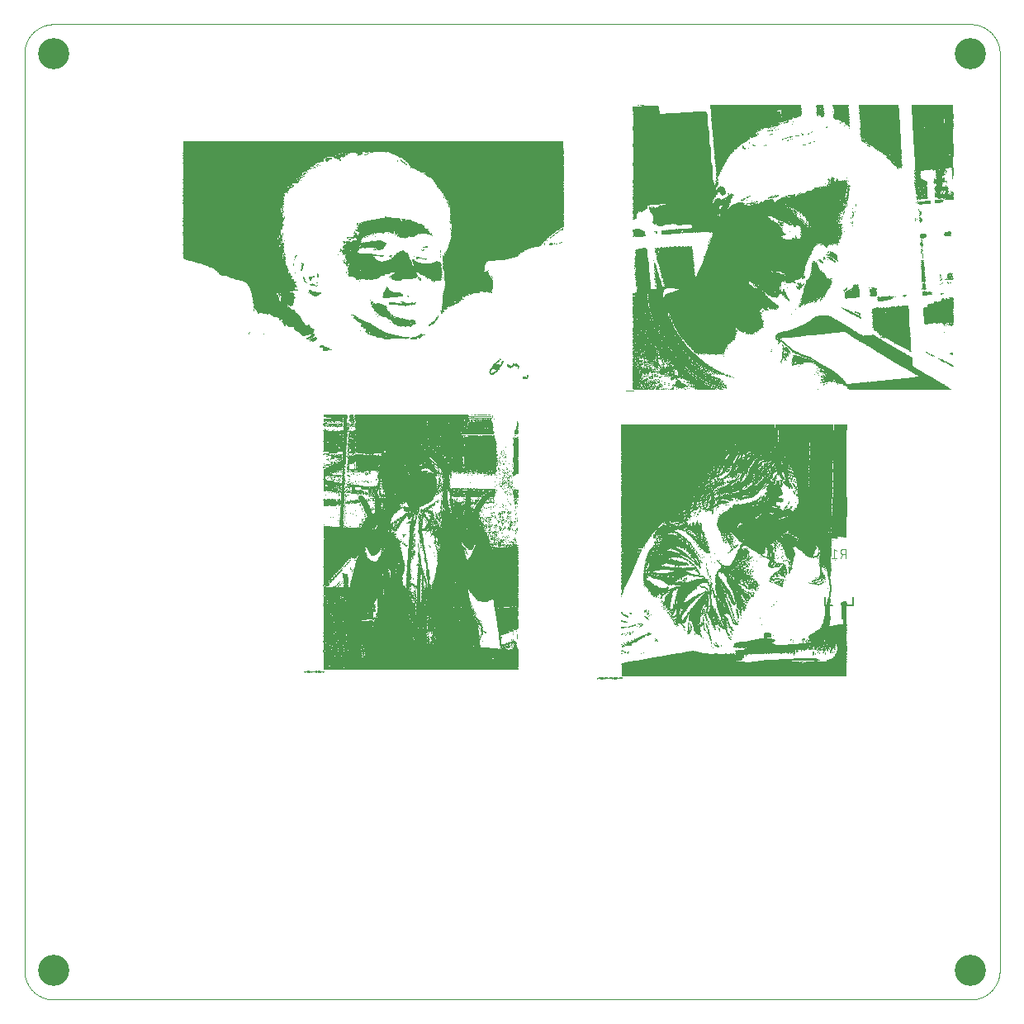
<source format=gbo>
G04 EAGLE Gerber RS-274X export*
G75*
%MOMM*%
%FSLAX34Y34*%
%LPD*%
%INSilk bottom*%
%IPPOS*%
%AMOC8*
5,1,8,0,0,1.08239X$1,22.5*%
G01*
%ADD10C,0.000000*%
%ADD11C,3.200000*%
%ADD12R,0.076200X0.038100*%
%ADD13R,0.304800X0.038100*%
%ADD14R,0.495300X0.038100*%
%ADD15R,0.533400X0.038100*%
%ADD16R,0.571500X0.038100*%
%ADD17R,0.342900X0.038100*%
%ADD18R,0.152400X0.038100*%
%ADD19R,0.114300X0.038100*%
%ADD20R,0.190500X0.038100*%
%ADD21R,0.419100X0.038100*%
%ADD22R,0.266700X0.038100*%
%ADD23R,0.228600X0.038100*%
%ADD24R,0.457200X0.038100*%
%ADD25R,0.876300X0.038100*%
%ADD26R,0.038100X0.038100*%
%ADD27R,0.914400X0.038100*%
%ADD28R,0.838200X0.038100*%
%ADD29R,0.609600X0.038100*%
%ADD30R,0.762000X0.038100*%
%ADD31R,0.381000X0.038100*%
%ADD32R,0.647700X0.038100*%
%ADD33R,0.685800X0.038100*%
%ADD34R,2.552700X0.038100*%
%ADD35R,2.628900X0.038100*%
%ADD36R,2.857500X0.038100*%
%ADD37R,2.324100X0.038100*%
%ADD38R,0.952500X0.038100*%
%ADD39R,1.905000X0.038100*%
%ADD40R,0.990600X0.038100*%
%ADD41R,1.524000X0.038100*%
%ADD42R,1.066800X0.038100*%
%ADD43R,1.409700X0.038100*%
%ADD44R,2.438400X0.038100*%
%ADD45R,2.286000X0.038100*%
%ADD46R,2.247900X0.038100*%
%ADD47R,1.257300X0.038100*%
%ADD48R,2.209800X0.038100*%
%ADD49R,1.333500X0.038100*%
%ADD50R,1.943100X0.038100*%
%ADD51R,1.371600X0.038100*%
%ADD52R,1.790700X0.038100*%
%ADD53R,1.638300X0.038100*%
%ADD54R,1.485900X0.038100*%
%ADD55R,1.562100X0.038100*%
%ADD56R,1.828800X0.038100*%
%ADD57R,1.752600X0.038100*%
%ADD58R,1.714500X0.038100*%
%ADD59R,1.600200X0.038100*%
%ADD60R,1.447800X0.038100*%
%ADD61R,1.981200X0.038100*%
%ADD62R,1.676400X0.038100*%
%ADD63R,2.171700X0.038100*%
%ADD64R,0.723900X0.038100*%
%ADD65R,1.219200X0.038100*%
%ADD66R,1.104900X0.038100*%
%ADD67R,2.133600X0.038100*%
%ADD68R,1.866900X0.038100*%
%ADD69R,0.800100X0.038100*%
%ADD70R,2.095500X0.038100*%
%ADD71R,2.057400X0.038100*%
%ADD72R,2.362200X0.038100*%
%ADD73R,2.400300X0.038100*%
%ADD74R,2.476500X0.038100*%
%ADD75R,2.705100X0.038100*%
%ADD76R,2.743200X0.038100*%
%ADD77R,2.819400X0.038100*%
%ADD78R,1.028700X0.038100*%
%ADD79R,2.933700X0.038100*%
%ADD80R,2.895600X0.038100*%
%ADD81R,3.048000X0.038100*%
%ADD82R,1.295400X0.038100*%
%ADD83R,3.467100X0.038100*%
%ADD84R,3.543300X0.038100*%
%ADD85R,3.886200X0.038100*%
%ADD86R,3.924300X0.038100*%
%ADD87R,3.962400X0.038100*%
%ADD88R,3.848100X0.038100*%
%ADD89R,3.695700X0.038100*%
%ADD90R,3.771900X0.038100*%
%ADD91R,3.619500X0.038100*%
%ADD92R,3.352800X0.038100*%
%ADD93R,3.314700X0.038100*%
%ADD94R,3.390900X0.038100*%
%ADD95R,3.505200X0.038100*%
%ADD96R,1.181100X0.038100*%
%ADD97R,3.429000X0.038100*%
%ADD98R,1.143000X0.038100*%
%ADD99R,4.000500X0.038100*%
%ADD100R,4.038600X0.038100*%
%ADD101R,4.114800X0.038100*%
%ADD102R,4.191000X0.038100*%
%ADD103R,2.781300X0.038100*%
%ADD104R,2.019300X0.038100*%
%ADD105R,2.667000X0.038100*%
%ADD106R,2.514600X0.038100*%
%ADD107R,2.590800X0.038100*%
%ADD108R,2.971800X0.038100*%
%ADD109R,3.009900X0.038100*%
%ADD110R,3.200400X0.038100*%
%ADD111R,3.162300X0.038100*%
%ADD112R,3.733800X0.038100*%
%ADD113R,3.657600X0.038100*%
%ADD114R,4.076700X0.038100*%
%ADD115R,4.762500X0.038100*%
%ADD116R,4.305300X0.038100*%
%ADD117R,4.914900X0.038100*%
%ADD118R,4.838700X0.038100*%
%ADD119R,4.953000X0.038100*%
%ADD120R,4.610100X0.038100*%
%ADD121R,4.572000X0.038100*%
%ADD122R,4.495800X0.038100*%
%ADD123R,4.876800X0.038100*%
%ADD124R,4.991100X0.038100*%
%ADD125R,5.029200X0.038100*%
%ADD126R,4.800600X0.038100*%
%ADD127R,5.295900X0.038100*%
%ADD128R,5.486400X0.038100*%
%ADD129R,5.638800X0.038100*%
%ADD130R,5.867400X0.038100*%
%ADD131R,5.791200X0.038100*%
%ADD132R,5.905500X0.038100*%
%ADD133R,5.981700X0.038100*%
%ADD134R,6.172200X0.038100*%
%ADD135R,6.248400X0.038100*%
%ADD136R,6.324600X0.038100*%
%ADD137R,6.362700X0.038100*%
%ADD138R,4.724400X0.038100*%
%ADD139R,6.438900X0.038100*%
%ADD140R,6.553200X0.038100*%
%ADD141R,4.686300X0.038100*%
%ADD142R,6.477000X0.038100*%
%ADD143R,4.648200X0.038100*%
%ADD144R,6.629400X0.038100*%
%ADD145R,7.048500X0.038100*%
%ADD146R,6.934200X0.038100*%
%ADD147R,7.200900X0.038100*%
%ADD148R,7.124700X0.038100*%
%ADD149R,4.152900X0.038100*%
%ADD150R,4.533900X0.038100*%
%ADD151R,7.162800X0.038100*%
%ADD152R,4.267200X0.038100*%
%ADD153R,7.239000X0.038100*%
%ADD154R,7.315200X0.038100*%
%ADD155R,9.601200X0.038100*%
%ADD156R,7.353300X0.038100*%
%ADD157R,8.305800X0.038100*%
%ADD158R,7.391400X0.038100*%
%ADD159R,8.229600X0.038100*%
%ADD160R,7.429500X0.038100*%
%ADD161R,8.267700X0.038100*%
%ADD162R,9.639300X0.038100*%
%ADD163R,7.505700X0.038100*%
%ADD164R,7.543800X0.038100*%
%ADD165R,4.229100X0.038100*%
%ADD166R,7.658100X0.038100*%
%ADD167R,9.563100X0.038100*%
%ADD168R,7.772400X0.038100*%
%ADD169R,7.886700X0.038100*%
%ADD170R,8.001000X0.038100*%
%ADD171R,9.486900X0.038100*%
%ADD172R,8.115300X0.038100*%
%ADD173R,6.515100X0.038100*%
%ADD174R,8.382000X0.038100*%
%ADD175R,8.496300X0.038100*%
%ADD176R,4.343400X0.038100*%
%ADD177R,8.534400X0.038100*%
%ADD178R,4.381500X0.038100*%
%ADD179R,8.648700X0.038100*%
%ADD180R,8.801100X0.038100*%
%ADD181R,8.877300X0.038100*%
%ADD182R,6.972300X0.038100*%
%ADD183R,9.029700X0.038100*%
%ADD184R,6.743700X0.038100*%
%ADD185R,4.419600X0.038100*%
%ADD186R,9.144000X0.038100*%
%ADD187R,6.705600X0.038100*%
%ADD188R,9.334500X0.038100*%
%ADD189R,4.457700X0.038100*%
%ADD190R,9.410700X0.038100*%
%ADD191R,9.525000X0.038100*%
%ADD192R,9.791700X0.038100*%
%ADD193R,5.257800X0.038100*%
%ADD194R,9.906000X0.038100*%
%ADD195R,3.124200X0.038100*%
%ADD196R,5.410200X0.038100*%
%ADD197R,10.020300X0.038100*%
%ADD198R,3.086100X0.038100*%
%ADD199R,5.600700X0.038100*%
%ADD200R,10.134600X0.038100*%
%ADD201R,10.096500X0.038100*%
%ADD202R,10.058400X0.038100*%
%ADD203R,6.591300X0.038100*%
%ADD204R,6.781800X0.038100*%
%ADD205R,10.210800X0.038100*%
%ADD206R,10.439400X0.038100*%
%ADD207R,10.172700X0.038100*%
%ADD208R,7.620000X0.038100*%
%ADD209R,3.276600X0.038100*%
%ADD210R,10.287000X0.038100*%
%ADD211R,7.581900X0.038100*%
%ADD212R,10.248900X0.038100*%
%ADD213R,10.325100X0.038100*%
%ADD214R,7.848600X0.038100*%
%ADD215R,7.924800X0.038100*%
%ADD216R,7.962900X0.038100*%
%ADD217R,8.039100X0.038100*%
%ADD218R,8.077200X0.038100*%
%ADD219R,8.153400X0.038100*%
%ADD220R,8.420100X0.038100*%
%ADD221R,8.572500X0.038100*%
%ADD222R,9.829800X0.038100*%
%ADD223R,8.763000X0.038100*%
%ADD224R,9.867900X0.038100*%
%ADD225R,8.991600X0.038100*%
%ADD226R,9.448800X0.038100*%
%ADD227R,9.944100X0.038100*%
%ADD228R,9.982200X0.038100*%
%ADD229R,9.677400X0.038100*%
%ADD230R,9.715500X0.038100*%
%ADD231R,9.753600X0.038100*%
%ADD232R,10.401300X0.038100*%
%ADD233R,3.581400X0.038100*%
%ADD234R,10.515600X0.038100*%
%ADD235R,10.553700X0.038100*%
%ADD236R,10.591800X0.038100*%
%ADD237R,10.629900X0.038100*%
%ADD238R,10.668000X0.038100*%
%ADD239R,10.706100X0.038100*%
%ADD240R,10.744200X0.038100*%
%ADD241R,10.820400X0.038100*%
%ADD242R,10.896600X0.038100*%
%ADD243R,10.934700X0.038100*%
%ADD244R,10.972800X0.038100*%
%ADD245R,11.049000X0.038100*%
%ADD246R,11.087100X0.038100*%
%ADD247R,6.896100X0.038100*%
%ADD248R,11.163300X0.038100*%
%ADD249R,6.858000X0.038100*%
%ADD250R,11.239500X0.038100*%
%ADD251R,11.315700X0.038100*%
%ADD252R,11.391900X0.038100*%
%ADD253R,11.468100X0.038100*%
%ADD254R,11.506200X0.038100*%
%ADD255R,6.286500X0.038100*%
%ADD256R,11.544300X0.038100*%
%ADD257R,6.210300X0.038100*%
%ADD258R,5.829300X0.038100*%
%ADD259R,11.582400X0.038100*%
%ADD260R,5.715000X0.038100*%
%ADD261R,11.620500X0.038100*%
%ADD262R,5.372100X0.038100*%
%ADD263R,11.658600X0.038100*%
%ADD264R,11.696700X0.038100*%
%ADD265R,11.772900X0.038100*%
%ADD266R,11.811000X0.038100*%
%ADD267R,11.849100X0.038100*%
%ADD268R,11.887200X0.038100*%
%ADD269R,11.734800X0.038100*%
%ADD270R,11.963400X0.038100*%
%ADD271R,12.077700X0.038100*%
%ADD272R,12.153900X0.038100*%
%ADD273R,12.115800X0.038100*%
%ADD274R,12.192000X0.038100*%
%ADD275R,12.230100X0.038100*%
%ADD276R,12.268200X0.038100*%
%ADD277R,12.306300X0.038100*%
%ADD278R,10.363200X0.038100*%
%ADD279R,12.344400X0.038100*%
%ADD280R,12.382500X0.038100*%
%ADD281R,12.458700X0.038100*%
%ADD282R,10.477500X0.038100*%
%ADD283R,12.496800X0.038100*%
%ADD284R,12.534900X0.038100*%
%ADD285R,12.573000X0.038100*%
%ADD286R,12.611100X0.038100*%
%ADD287R,10.782300X0.038100*%
%ADD288R,12.649200X0.038100*%
%ADD289R,12.687300X0.038100*%
%ADD290R,12.725400X0.038100*%
%ADD291R,12.763500X0.038100*%
%ADD292R,12.801600X0.038100*%
%ADD293R,11.010900X0.038100*%
%ADD294R,12.877800X0.038100*%
%ADD295R,12.915900X0.038100*%
%ADD296R,12.954000X0.038100*%
%ADD297R,12.992100X0.038100*%
%ADD298R,11.201400X0.038100*%
%ADD299R,13.030200X0.038100*%
%ADD300R,10.858500X0.038100*%
%ADD301R,13.068300X0.038100*%
%ADD302R,13.106400X0.038100*%
%ADD303R,13.144500X0.038100*%
%ADD304R,13.220700X0.038100*%
%ADD305R,13.258800X0.038100*%
%ADD306R,13.296900X0.038100*%
%ADD307R,13.335000X0.038100*%
%ADD308R,13.449300X0.038100*%
%ADD309R,13.487400X0.038100*%
%ADD310R,13.525500X0.038100*%
%ADD311R,13.601700X0.038100*%
%ADD312R,11.925300X0.038100*%
%ADD313R,13.639800X0.038100*%
%ADD314R,13.716000X0.038100*%
%ADD315R,12.039600X0.038100*%
%ADD316R,13.944600X0.038100*%
%ADD317R,13.982700X0.038100*%
%ADD318R,13.677900X0.038100*%
%ADD319R,14.097000X0.038100*%
%ADD320R,14.135100X0.038100*%
%ADD321R,14.020800X0.038100*%
%ADD322R,14.249400X0.038100*%
%ADD323R,14.287500X0.038100*%
%ADD324R,14.363700X0.038100*%
%ADD325R,14.173200X0.038100*%
%ADD326R,14.630400X0.038100*%
%ADD327R,12.420600X0.038100*%
%ADD328R,14.668500X0.038100*%
%ADD329R,14.706600X0.038100*%
%ADD330R,14.782800X0.038100*%
%ADD331R,14.859000X0.038100*%
%ADD332R,14.935200X0.038100*%
%ADD333R,15.011400X0.038100*%
%ADD334R,12.839700X0.038100*%
%ADD335R,15.087600X0.038100*%
%ADD336R,15.125700X0.038100*%
%ADD337R,15.240000X0.038100*%
%ADD338R,15.316200X0.038100*%
%ADD339R,15.392400X0.038100*%
%ADD340R,15.506700X0.038100*%
%ADD341R,15.544800X0.038100*%
%ADD342R,15.697200X0.038100*%
%ADD343R,15.735300X0.038100*%
%ADD344R,15.773400X0.038100*%
%ADD345R,15.811500X0.038100*%
%ADD346R,15.849600X0.038100*%
%ADD347R,13.563600X0.038100*%
%ADD348R,13.754100X0.038100*%
%ADD349R,15.887700X0.038100*%
%ADD350R,14.058900X0.038100*%
%ADD351R,16.116300X0.038100*%
%ADD352R,16.154400X0.038100*%
%ADD353R,14.325600X0.038100*%
%ADD354R,16.192500X0.038100*%
%ADD355R,16.230600X0.038100*%
%ADD356R,16.268700X0.038100*%
%ADD357R,16.344900X0.038100*%
%ADD358R,16.383000X0.038100*%
%ADD359R,16.421100X0.038100*%
%ADD360R,16.497300X0.038100*%
%ADD361R,14.478000X0.038100*%
%ADD362R,16.573500X0.038100*%
%ADD363R,14.554200X0.038100*%
%ADD364R,16.611600X0.038100*%
%ADD365R,16.725900X0.038100*%
%ADD366R,16.535400X0.038100*%
%ADD367R,14.744700X0.038100*%
%ADD368R,16.649700X0.038100*%
%ADD369R,16.687800X0.038100*%
%ADD370R,16.802100X0.038100*%
%ADD371R,16.992600X0.038100*%
%ADD372R,17.145000X0.038100*%
%ADD373R,17.183100X0.038100*%
%ADD374R,17.335500X0.038100*%
%ADD375R,17.487900X0.038100*%
%ADD376R,15.925800X0.038100*%
%ADD377R,17.564100X0.038100*%
%ADD378R,15.163800X0.038100*%
%ADD379R,17.678400X0.038100*%
%ADD380R,17.754600X0.038100*%
%ADD381R,15.278100X0.038100*%
%ADD382R,17.907000X0.038100*%
%ADD383R,17.297400X0.038100*%
%ADD384R,17.945100X0.038100*%
%ADD385R,18.135600X0.038100*%
%ADD386R,18.173700X0.038100*%
%ADD387R,18.516600X0.038100*%
%ADD388R,15.354300X0.038100*%
%ADD389R,18.592800X0.038100*%
%ADD390R,23.164800X0.038100*%
%ADD391R,39.014400X0.038100*%
%ADD392R,22.821900X0.038100*%
%ADD393R,0.292100X0.012700*%
%ADD394R,0.050800X0.012700*%
%ADD395R,0.177800X0.012700*%
%ADD396R,0.063500X0.012700*%
%ADD397R,0.038100X0.012700*%
%ADD398R,0.088900X0.012700*%
%ADD399R,0.127000X0.012700*%
%ADD400R,0.025400X0.012700*%
%ADD401R,0.012700X0.012700*%
%ADD402R,0.076200X0.012700*%
%ADD403R,0.215900X0.012700*%
%ADD404R,0.114300X0.012700*%
%ADD405R,0.990600X0.012700*%
%ADD406R,0.279400X0.012700*%
%ADD407R,10.464800X0.012700*%
%ADD408R,0.152400X0.012700*%
%ADD409R,0.800100X0.012700*%
%ADD410R,0.228600X0.012700*%
%ADD411R,0.304800X0.012700*%
%ADD412R,0.165100X0.012700*%
%ADD413R,0.101600X0.012700*%
%ADD414R,0.139700X0.012700*%
%ADD415R,0.863600X0.012700*%
%ADD416R,10.401300X0.012700*%
%ADD417R,0.266700X0.012700*%
%ADD418R,0.317500X0.012700*%
%ADD419R,10.388600X0.012700*%
%ADD420R,0.622300X0.012700*%
%ADD421R,0.342900X0.012700*%
%ADD422R,0.190500X0.012700*%
%ADD423R,0.774700X0.012700*%
%ADD424R,0.254000X0.012700*%
%ADD425R,10.350500X0.012700*%
%ADD426R,0.203200X0.012700*%
%ADD427R,0.393700X0.012700*%
%ADD428R,10.363200X0.012700*%
%ADD429R,0.406400X0.012700*%
%ADD430R,1.003300X0.012700*%
%ADD431R,1.117600X0.012700*%
%ADD432R,0.241300X0.012700*%
%ADD433R,1.079500X0.012700*%
%ADD434R,10.414000X0.012700*%
%ADD435R,0.698500X0.012700*%
%ADD436R,1.092200X0.012700*%
%ADD437R,0.635000X0.012700*%
%ADD438R,1.193800X0.012700*%
%ADD439R,1.143000X0.012700*%
%ADD440R,10.337800X0.012700*%
%ADD441R,1.130300X0.012700*%
%ADD442R,1.333500X0.012700*%
%ADD443R,10.325100X0.012700*%
%ADD444R,1.181100X0.012700*%
%ADD445R,10.299700X0.012700*%
%ADD446R,10.287000X0.012700*%
%ADD447R,0.850900X0.012700*%
%ADD448R,10.248900X0.012700*%
%ADD449R,10.236200X0.012700*%
%ADD450R,0.825500X0.012700*%
%ADD451R,10.223500X0.012700*%
%ADD452R,0.647700X0.012700*%
%ADD453R,10.210800X0.012700*%
%ADD454R,0.355600X0.012700*%
%ADD455R,0.673100X0.012700*%
%ADD456R,0.457200X0.012700*%
%ADD457R,0.685800X0.012700*%
%ADD458R,0.520700X0.012700*%
%ADD459R,0.330200X0.012700*%
%ADD460R,10.185400X0.012700*%
%ADD461R,0.508000X0.012700*%
%ADD462R,0.711200X0.012700*%
%ADD463R,10.172700X0.012700*%
%ADD464R,0.584200X0.012700*%
%ADD465R,0.609600X0.012700*%
%ADD466R,0.419100X0.012700*%
%ADD467R,0.812800X0.012700*%
%ADD468R,10.261600X0.012700*%
%ADD469R,0.723900X0.012700*%
%ADD470R,10.274300X0.012700*%
%ADD471R,0.965200X0.012700*%
%ADD472R,0.876300X0.012700*%
%ADD473R,0.939800X0.012700*%
%ADD474R,0.787400X0.012700*%
%ADD475R,0.381000X0.012700*%
%ADD476R,9.448800X0.012700*%
%ADD477R,0.660400X0.012700*%
%ADD478R,0.368300X0.012700*%
%ADD479R,9.385300X0.012700*%
%ADD480R,0.749300X0.012700*%
%ADD481R,9.321800X0.012700*%
%ADD482R,0.469900X0.012700*%
%ADD483R,9.283700X0.012700*%
%ADD484R,0.901700X0.012700*%
%ADD485R,0.596900X0.012700*%
%ADD486R,9.245600X0.012700*%
%ADD487R,0.889000X0.012700*%
%ADD488R,8.978900X0.012700*%
%ADD489R,0.533400X0.012700*%
%ADD490R,0.546100X0.012700*%
%ADD491R,8.839200X0.012700*%
%ADD492R,1.054100X0.012700*%
%ADD493R,8.661400X0.012700*%
%ADD494R,1.041400X0.012700*%
%ADD495R,8.572500X0.012700*%
%ADD496R,8.382000X0.012700*%
%ADD497R,8.267700X0.012700*%
%ADD498R,0.495300X0.012700*%
%ADD499R,8.140700X0.012700*%
%ADD500R,8.001000X0.012700*%
%ADD501R,7.848600X0.012700*%
%ADD502R,7.683500X0.012700*%
%ADD503R,0.838200X0.012700*%
%ADD504R,0.571500X0.012700*%
%ADD505R,7.505700X0.012700*%
%ADD506R,7.137400X0.012700*%
%ADD507R,0.444500X0.012700*%
%ADD508R,7.061200X0.012700*%
%ADD509R,0.431800X0.012700*%
%ADD510R,6.985000X0.012700*%
%ADD511R,6.921500X0.012700*%
%ADD512R,6.705600X0.012700*%
%ADD513R,0.558800X0.012700*%
%ADD514R,6.616700X0.012700*%
%ADD515R,6.426200X0.012700*%
%ADD516R,6.311900X0.012700*%
%ADD517R,6.108700X0.012700*%
%ADD518R,0.914400X0.012700*%
%ADD519R,6.019800X0.012700*%
%ADD520R,5.803900X0.012700*%
%ADD521R,5.727700X0.012700*%
%ADD522R,0.736600X0.012700*%
%ADD523R,5.537200X0.012700*%
%ADD524R,5.473700X0.012700*%
%ADD525R,0.927100X0.012700*%
%ADD526R,5.257800X0.012700*%
%ADD527R,4.813300X0.012700*%
%ADD528R,4.749800X0.012700*%
%ADD529R,4.711700X0.012700*%
%ADD530R,4.648200X0.012700*%
%ADD531R,4.419600X0.012700*%
%ADD532R,0.977900X0.012700*%
%ADD533R,4.343400X0.012700*%
%ADD534R,4.241800X0.012700*%
%ADD535R,4.152900X0.012700*%
%ADD536R,2.070100X0.012700*%
%ADD537R,3.937000X0.012700*%
%ADD538R,2.044700X0.012700*%
%ADD539R,3.784600X0.012700*%
%ADD540R,2.032000X0.012700*%
%ADD541R,3.632200X0.012700*%
%ADD542R,1.981200X0.012700*%
%ADD543R,3.543300X0.012700*%
%ADD544R,1.955800X0.012700*%
%ADD545R,3.390900X0.012700*%
%ADD546R,1.930400X0.012700*%
%ADD547R,3.251200X0.012700*%
%ADD548R,1.765300X0.012700*%
%ADD549R,3.073400X0.012700*%
%ADD550R,1.739900X0.012700*%
%ADD551R,2.971800X0.012700*%
%ADD552R,1.727200X0.012700*%
%ADD553R,2.870200X0.012700*%
%ADD554R,1.714500X0.012700*%
%ADD555R,2.425700X0.012700*%
%ADD556R,0.762000X0.012700*%
%ADD557R,1.701800X0.012700*%
%ADD558R,2.374900X0.012700*%
%ADD559R,1.689100X0.012700*%
%ADD560R,2.336800X0.012700*%
%ADD561R,2.311400X0.012700*%
%ADD562R,1.612900X0.012700*%
%ADD563R,2.209800X0.012700*%
%ADD564R,1.587500X0.012700*%
%ADD565R,2.095500X0.012700*%
%ADD566R,1.270000X0.012700*%
%ADD567R,1.866900X0.012700*%
%ADD568R,1.816100X0.012700*%
%ADD569R,1.651000X0.012700*%
%ADD570R,1.663700X0.012700*%
%ADD571R,1.447800X0.012700*%
%ADD572R,1.485900X0.012700*%
%ADD573R,1.295400X0.012700*%
%ADD574R,1.231900X0.012700*%
%ADD575R,1.473200X0.012700*%
%ADD576R,1.168400X0.012700*%
%ADD577R,0.482600X0.012700*%
%ADD578R,1.435100X0.012700*%
%ADD579R,1.206500X0.012700*%
%ADD580R,1.397000X0.012700*%
%ADD581R,0.952500X0.012700*%
%ADD582R,1.384300X0.012700*%
%ADD583R,1.282700X0.012700*%
%ADD584R,1.244600X0.012700*%
%ADD585R,1.257300X0.012700*%
%ADD586R,1.219200X0.012700*%
%ADD587R,1.346200X0.012700*%
%ADD588R,1.028700X0.012700*%
%ADD589R,1.016000X0.012700*%
%ADD590R,1.066800X0.012700*%
%ADD591R,1.104900X0.012700*%
%ADD592R,1.308100X0.012700*%
%ADD593R,1.320800X0.012700*%
%ADD594R,1.358900X0.012700*%
%ADD595R,1.409700X0.012700*%
%ADD596R,1.460500X0.012700*%
%ADD597R,1.498600X0.012700*%
%ADD598R,1.524000X0.012700*%
%ADD599R,1.562100X0.012700*%
%ADD600R,1.574800X0.012700*%
%ADD601R,1.600200X0.012700*%
%ADD602R,1.638300X0.012700*%
%ADD603R,1.676400X0.012700*%
%ADD604R,1.752600X0.012700*%
%ADD605R,1.778000X0.012700*%
%ADD606R,1.841500X0.012700*%
%ADD607R,1.854200X0.012700*%
%ADD608R,1.879600X0.012700*%
%ADD609R,1.917700X0.012700*%
%ADD610R,1.625600X0.012700*%
%ADD611R,1.943100X0.012700*%
%ADD612R,1.968500X0.012700*%
%ADD613R,1.892300X0.012700*%
%ADD614R,1.993900X0.012700*%
%ADD615R,2.019300X0.012700*%
%ADD616R,1.828800X0.012700*%
%ADD617R,2.108200X0.012700*%
%ADD618R,2.133600X0.012700*%
%ADD619R,2.146300X0.012700*%
%ADD620R,2.159000X0.012700*%
%ADD621R,2.171700X0.012700*%
%ADD622R,2.184400X0.012700*%
%ADD623R,2.197100X0.012700*%
%ADD624R,2.222500X0.012700*%
%ADD625R,2.235200X0.012700*%
%ADD626R,2.260600X0.012700*%
%ADD627R,2.273300X0.012700*%
%ADD628R,2.298700X0.012700*%
%ADD629R,2.324100X0.012700*%
%ADD630R,2.349500X0.012700*%
%ADD631R,2.400300X0.012700*%
%ADD632R,2.413000X0.012700*%
%ADD633R,2.438400X0.012700*%
%ADD634R,2.451100X0.012700*%
%ADD635R,2.463800X0.012700*%
%ADD636R,2.501900X0.012700*%
%ADD637R,2.527300X0.012700*%
%ADD638R,2.476500X0.012700*%
%ADD639R,2.489200X0.012700*%
%ADD640R,2.514600X0.012700*%
%ADD641R,2.006600X0.012700*%
%ADD642R,2.984500X0.012700*%
%ADD643R,3.022600X0.012700*%
%ADD644R,3.060700X0.012700*%
%ADD645R,3.124200X0.012700*%
%ADD646R,3.136900X0.012700*%
%ADD647R,3.149600X0.012700*%
%ADD648R,3.175000X0.012700*%
%ADD649R,3.263900X0.012700*%
%ADD650R,3.238500X0.012700*%
%ADD651R,3.276600X0.012700*%
%ADD652R,3.314700X0.012700*%
%ADD653R,3.352800X0.012700*%
%ADD654R,3.378200X0.012700*%
%ADD655R,3.403600X0.012700*%
%ADD656R,3.454400X0.012700*%
%ADD657R,3.479800X0.012700*%
%ADD658R,3.492500X0.012700*%
%ADD659R,3.505200X0.012700*%
%ADD660R,3.517900X0.012700*%
%ADD661R,3.568700X0.012700*%
%ADD662R,3.581400X0.012700*%
%ADD663R,3.619500X0.012700*%
%ADD664R,3.644900X0.012700*%
%ADD665R,3.657600X0.012700*%
%ADD666R,2.387600X0.012700*%
%ADD667R,3.670300X0.012700*%
%ADD668R,3.708400X0.012700*%
%ADD669R,3.594100X0.012700*%
%ADD670R,3.606800X0.012700*%
%ADD671R,3.683000X0.012700*%
%ADD672R,3.695700X0.012700*%
%ADD673R,3.733800X0.012700*%
%ADD674R,3.746500X0.012700*%
%ADD675R,3.759200X0.012700*%
%ADD676R,3.771900X0.012700*%
%ADD677R,3.810000X0.012700*%
%ADD678R,3.822700X0.012700*%
%ADD679R,3.835400X0.012700*%
%ADD680R,3.860800X0.012700*%
%ADD681R,1.371600X0.012700*%
%ADD682R,3.898900X0.012700*%
%ADD683R,4.178300X0.012700*%
%ADD684R,4.216400X0.012700*%
%ADD685R,1.511300X0.012700*%
%ADD686R,4.254500X0.012700*%
%ADD687R,1.549400X0.012700*%
%ADD688R,4.445000X0.012700*%
%ADD689R,4.394200X0.012700*%
%ADD690R,4.165600X0.012700*%
%ADD691R,4.508500X0.012700*%
%ADD692R,4.470400X0.012700*%
%ADD693R,4.546600X0.012700*%
%ADD694R,1.155700X0.012700*%
%ADD695R,4.559300X0.012700*%
%ADD696R,4.584700X0.012700*%
%ADD697R,4.610100X0.012700*%
%ADD698R,4.622800X0.012700*%
%ADD699R,4.660900X0.012700*%
%ADD700R,1.803400X0.012700*%
%ADD701R,4.673600X0.012700*%
%ADD702R,4.686300X0.012700*%
%ADD703R,4.864100X0.012700*%
%ADD704R,4.851400X0.012700*%
%ADD705R,4.876800X0.012700*%
%ADD706R,4.889500X0.012700*%
%ADD707R,4.965700X0.012700*%
%ADD708R,4.991100X0.012700*%
%ADD709R,5.003800X0.012700*%
%ADD710R,2.057400X0.012700*%
%ADD711R,5.029200X0.012700*%
%ADD712R,5.054600X0.012700*%
%ADD713R,2.120900X0.012700*%
%ADD714R,5.080000X0.012700*%
%ADD715R,5.092700X0.012700*%
%ADD716R,5.105400X0.012700*%
%ADD717R,5.118100X0.012700*%
%ADD718R,5.232400X0.012700*%
%ADD719R,5.245100X0.012700*%
%ADD720R,5.270500X0.012700*%
%ADD721R,5.321300X0.012700*%
%ADD722R,5.334000X0.012700*%
%ADD723R,5.359400X0.012700*%
%ADD724R,5.384800X0.012700*%
%ADD725R,5.397500X0.012700*%
%ADD726R,5.422900X0.012700*%
%ADD727R,5.308600X0.012700*%
%ADD728R,2.552700X0.012700*%
%ADD729R,2.667000X0.012700*%
%ADD730R,5.346700X0.012700*%
%ADD731R,2.692400X0.012700*%
%ADD732R,5.486400X0.012700*%
%ADD733R,2.743200X0.012700*%
%ADD734R,5.511800X0.012700*%
%ADD735R,2.755900X0.012700*%
%ADD736R,5.461000X0.012700*%
%ADD737R,2.794000X0.012700*%
%ADD738R,1.905000X0.012700*%
%ADD739R,5.524500X0.012700*%
%ADD740R,2.895600X0.012700*%
%ADD741R,2.921000X0.012700*%
%ADD742R,2.933700X0.012700*%
%ADD743R,2.641600X0.012700*%
%ADD744R,2.946400X0.012700*%
%ADD745R,5.549900X0.012700*%
%ADD746R,2.959100X0.012700*%
%ADD747R,5.562600X0.012700*%
%ADD748R,2.908300X0.012700*%
%ADD749R,5.689600X0.012700*%
%ADD750R,5.702300X0.012700*%
%ADD751R,3.009900X0.012700*%
%ADD752R,2.997200X0.012700*%
%ADD753R,3.035300X0.012700*%
%ADD754R,5.715000X0.012700*%
%ADD755R,3.441700X0.012700*%
%ADD756R,3.048000X0.012700*%
%ADD757R,3.911600X0.012700*%
%ADD758R,4.064000X0.012700*%
%ADD759R,4.305300X0.012700*%
%ADD760R,3.086100X0.012700*%
%ADD761R,4.318000X0.012700*%
%ADD762R,4.533900X0.012700*%
%ADD763R,3.098800X0.012700*%
%ADD764R,3.111500X0.012700*%
%ADD765R,4.787900X0.012700*%
%ADD766R,1.790700X0.012700*%
%ADD767R,4.800600X0.012700*%
%ADD768R,5.740400X0.012700*%
%ADD769R,4.838700X0.012700*%
%ADD770R,5.892800X0.012700*%
%ADD771R,4.927600X0.012700*%
%ADD772R,5.156200X0.012700*%
%ADD773R,5.880100X0.012700*%
%ADD774R,5.168900X0.012700*%
%ADD775R,5.283200X0.012700*%
%ADD776R,5.905500X0.012700*%
%ADD777R,5.918200X0.012700*%
%ADD778R,5.575300X0.012700*%
%ADD779R,5.969000X0.012700*%
%ADD780R,2.781300X0.012700*%
%ADD781R,5.981700X0.012700*%
%ADD782R,5.588000X0.012700*%
%ADD783R,5.930900X0.012700*%
%ADD784R,5.816600X0.012700*%
%ADD785R,5.867400X0.012700*%
%ADD786R,7.302500X0.012700*%
%ADD787R,7.264400X0.012700*%
%ADD788R,3.327400X0.012700*%
%ADD789R,7.162800X0.012700*%
%ADD790R,7.112000X0.012700*%
%ADD791R,5.956300X0.012700*%
%ADD792R,6.997700X0.012700*%
%ADD793R,6.959600X0.012700*%
%ADD794R,3.416300X0.012700*%
%ADD795R,6.845300X0.012700*%
%ADD796R,6.794500X0.012700*%
%ADD797R,6.756400X0.012700*%
%ADD798R,6.692900X0.012700*%
%ADD799R,6.642100X0.012700*%
%ADD800R,5.994400X0.012700*%
%ADD801R,6.553200X0.012700*%
%ADD802R,6.007100X0.012700*%
%ADD803R,6.489700X0.012700*%
%ADD804R,6.413500X0.012700*%
%ADD805R,6.375400X0.012700*%
%ADD806R,6.096000X0.012700*%
%ADD807R,6.324600X0.012700*%
%ADD808R,6.235700X0.012700*%
%ADD809R,2.082800X0.012700*%
%ADD810R,6.172200X0.012700*%
%ADD811R,6.121400X0.012700*%
%ADD812R,6.045200X0.012700*%
%ADD813R,6.083300X0.012700*%
%ADD814R,6.032500X0.012700*%
%ADD815R,6.057900X0.012700*%
%ADD816R,6.070600X0.012700*%
%ADD817R,5.765800X0.012700*%
%ADD818R,2.286000X0.012700*%
%ADD819R,6.146800X0.012700*%
%ADD820R,3.721100X0.012700*%
%ADD821R,5.638800X0.012700*%
%ADD822R,5.448300X0.012700*%
%ADD823R,1.422400X0.012700*%
%ADD824R,5.207000X0.012700*%
%ADD825R,2.247900X0.012700*%
%ADD826R,5.016500X0.012700*%
%ADD827R,4.914900X0.012700*%
%ADD828R,3.797300X0.012700*%
%ADD829R,7.912100X0.012700*%
%ADD830R,4.826000X0.012700*%
%ADD831R,2.679700X0.012700*%
%ADD832R,8.826500X0.012700*%
%ADD833R,8.902700X0.012700*%
%ADD834R,8.915400X0.012700*%
%ADD835R,7.772400X0.012700*%
%ADD836R,4.457700X0.012700*%
%ADD837R,4.406900X0.012700*%
%ADD838R,4.356100X0.012700*%
%ADD839R,7.797800X0.012700*%
%ADD840R,7.835900X0.012700*%
%ADD841R,4.267200X0.012700*%
%ADD842R,8.877300X0.012700*%
%ADD843R,4.229100X0.012700*%
%ADD844R,9.042400X0.012700*%
%ADD845R,4.127500X0.012700*%
%ADD846R,9.144000X0.012700*%
%ADD847R,4.076700X0.012700*%
%ADD848R,9.156700X0.012700*%
%ADD849R,4.051300X0.012700*%
%ADD850R,4.013200X0.012700*%
%ADD851R,8.966200X0.012700*%
%ADD852R,3.975100X0.012700*%
%ADD853R,3.949700X0.012700*%
%ADD854R,9.169400X0.012700*%
%ADD855R,9.194800X0.012700*%
%ADD856R,3.873500X0.012700*%
%ADD857R,3.848100X0.012700*%
%ADD858R,9.220200X0.012700*%
%ADD859R,9.232900X0.012700*%
%ADD860R,9.258300X0.012700*%
%ADD861R,9.131300X0.012700*%
%ADD862R,9.309100X0.012700*%
%ADD863R,9.398000X0.012700*%
%ADD864R,3.429000X0.012700*%
%ADD865R,9.359900X0.012700*%
%ADD866R,3.302000X0.012700*%
%ADD867R,3.213100X0.012700*%
%ADD868R,3.187700X0.012700*%
%ADD869R,9.207500X0.012700*%
%ADD870R,2.844800X0.012700*%
%ADD871R,9.182100X0.012700*%
%ADD872R,2.768600X0.012700*%
%ADD873R,2.705100X0.012700*%
%ADD874R,2.603500X0.012700*%
%ADD875R,2.565400X0.012700*%
%ADD876R,2.362200X0.012700*%
%ADD877R,9.296400X0.012700*%
%ADD878R,9.334500X0.012700*%
%ADD879R,9.347200X0.012700*%
%ADD880R,9.271000X0.012700*%
%ADD881R,1.536700X0.012700*%
%ADD882R,3.530600X0.012700*%
%ADD883R,2.832100X0.012700*%
%ADD884R,2.806700X0.012700*%
%ADD885R,2.628900X0.012700*%
%ADD886R,9.486900X0.012700*%
%ADD887R,9.423400X0.012700*%
%ADD888R,9.715500X0.012700*%
%ADD889R,9.817100X0.012700*%
%ADD890R,9.474200X0.012700*%
%ADD891R,9.461500X0.012700*%
%ADD892R,9.372600X0.012700*%
%ADD893R,9.639300X0.012700*%
%ADD894R,9.575800X0.012700*%
%ADD895R,9.563100X0.012700*%
%ADD896R,9.436100X0.012700*%
%ADD897R,9.779000X0.012700*%
%ADD898R,9.982200X0.012700*%
%ADD899R,9.740900X0.012700*%
%ADD900R,9.728200X0.012700*%
%ADD901R,9.931400X0.012700*%
%ADD902R,9.537700X0.012700*%
%ADD903R,10.033000X0.012700*%
%ADD904R,10.147300X0.012700*%
%ADD905R,10.134600X0.012700*%
%ADD906R,10.121900X0.012700*%
%ADD907R,10.096500X0.012700*%
%ADD908R,2.616200X0.012700*%
%ADD909R,10.426700X0.012700*%
%ADD910R,10.566400X0.012700*%
%ADD911R,10.680700X0.012700*%
%ADD912R,10.807700X0.012700*%
%ADD913R,10.744200X0.012700*%
%ADD914R,10.655300X0.012700*%
%ADD915R,10.439400X0.012700*%
%ADD916R,11.493500X0.012700*%
%ADD917R,12.026900X0.012700*%
%ADD918R,11.277600X0.012700*%
%ADD919R,10.985500X0.012700*%
%ADD920R,11.252200X0.012700*%
%ADD921R,11.239500X0.012700*%
%ADD922R,10.782300X0.012700*%
%ADD923R,10.833100X0.012700*%
%ADD924R,11.201400X0.012700*%
%ADD925R,10.845800X0.012700*%
%ADD926R,11.709400X0.012700*%
%ADD927R,11.684000X0.012700*%
%ADD928R,11.658600X0.012700*%
%ADD929R,11.645900X0.012700*%
%ADD930R,12.674600X0.012700*%
%ADD931R,12.636500X0.012700*%
%ADD932R,12.522200X0.012700*%
%ADD933R,12.407900X0.012700*%
%ADD934R,12.395200X0.012700*%
%ADD935R,11.785600X0.012700*%
%ADD936R,11.595100X0.012700*%
%ADD937R,12.306300X0.012700*%
%ADD938R,12.509500X0.012700*%
%ADD939R,12.496800X0.012700*%
%ADD940R,12.484100X0.012700*%
%ADD941R,11.303000X0.012700*%
%ADD942R,11.214100X0.012700*%
%ADD943R,12.357100X0.012700*%
%ADD944R,12.433300X0.012700*%
%ADD945R,12.420600X0.012700*%
%ADD946R,12.179300X0.012700*%
%ADD947R,12.141200X0.012700*%
%ADD948R,12.217400X0.012700*%
%ADD949R,12.204700X0.012700*%
%ADD950R,12.458700X0.012700*%
%ADD951R,11.988800X0.012700*%
%ADD952R,11.849100X0.012700*%
%ADD953R,11.836400X0.012700*%
%ADD954R,12.039600X0.012700*%
%ADD955R,12.280900X0.012700*%
%ADD956R,12.293600X0.012700*%
%ADD957R,11.925300X0.012700*%
%ADD958R,11.874500X0.012700*%
%ADD959R,11.976100X0.012700*%
%ADD960R,11.963400X0.012700*%
%ADD961R,10.642600X0.012700*%
%ADD962R,10.718800X0.012700*%
%ADD963R,10.629900X0.012700*%
%ADD964R,10.617200X0.012700*%
%ADD965R,10.604500X0.012700*%
%ADD966R,10.591800X0.012700*%
%ADD967R,10.553700X0.012700*%
%ADD968R,10.528300X0.012700*%
%ADD969R,10.502900X0.012700*%
%ADD970R,10.477500X0.012700*%
%ADD971R,10.452100X0.012700*%
%ADD972R,10.375900X0.012700*%
%ADD973R,10.312400X0.012700*%
%ADD974R,10.109200X0.012700*%
%ADD975R,10.071100X0.012700*%
%ADD976R,10.045700X0.012700*%
%ADD977R,10.007600X0.012700*%
%ADD978R,9.969500X0.012700*%
%ADD979R,9.893300X0.012700*%
%ADD980R,9.842500X0.012700*%
%ADD981R,9.791700X0.012700*%
%ADD982R,9.677400X0.012700*%
%ADD983R,9.626600X0.012700*%
%ADD984R,9.525000X0.012700*%
%ADD985R,2.540000X0.012700*%
%ADD986R,9.080500X0.012700*%
%ADD987R,9.004300X0.012700*%
%ADD988R,8.953500X0.012700*%
%ADD989R,8.788400X0.012700*%
%ADD990R,8.737600X0.012700*%
%ADD991R,2.590800X0.012700*%
%ADD992R,8.686800X0.012700*%
%ADD993R,8.636000X0.012700*%
%ADD994R,8.585200X0.012700*%
%ADD995R,8.521700X0.012700*%
%ADD996R,8.483600X0.012700*%
%ADD997R,8.420100X0.012700*%
%ADD998R,8.369300X0.012700*%
%ADD999R,2.578100X0.012700*%
%ADD1000R,8.305800X0.012700*%
%ADD1001R,8.280400X0.012700*%
%ADD1002R,8.242300X0.012700*%
%ADD1003R,2.654300X0.012700*%
%ADD1004R,8.178800X0.012700*%
%ADD1005R,8.026400X0.012700*%
%ADD1006R,7.721600X0.012700*%
%ADD1007R,7.708900X0.012700*%
%ADD1008R,7.861300X0.012700*%
%ADD1009R,7.518400X0.012700*%
%ADD1010R,7.480300X0.012700*%
%ADD1011R,7.442200X0.012700*%
%ADD1012R,7.391400X0.012700*%
%ADD1013R,7.353300X0.012700*%
%ADD1014R,7.327900X0.012700*%
%ADD1015R,7.226300X0.012700*%
%ADD1016R,7.175500X0.012700*%
%ADD1017R,7.124700X0.012700*%
%ADD1018R,7.086600X0.012700*%
%ADD1019R,7.035800X0.012700*%
%ADD1020R,7.010400X0.012700*%
%ADD1021R,6.946900X0.012700*%
%ADD1022R,6.883400X0.012700*%
%ADD1023R,6.858000X0.012700*%
%ADD1024R,6.807200X0.012700*%
%ADD1025R,6.781800X0.012700*%
%ADD1026R,6.769100X0.012700*%
%ADD1027R,6.718300X0.012700*%
%ADD1028R,6.680200X0.012700*%
%ADD1029R,6.654800X0.012700*%
%ADD1030R,6.273800X0.012700*%
%ADD1031R,6.261100X0.012700*%
%ADD1032R,6.197600X0.012700*%
%ADD1033R,6.184900X0.012700*%
%ADD1034R,8.648700X0.012700*%
%ADD1035R,8.597900X0.012700*%
%ADD1036R,8.610600X0.012700*%
%ADD1037R,2.857500X0.012700*%
%ADD1038R,2.819400X0.012700*%
%ADD1039R,8.724900X0.012700*%
%ADD1040R,8.712200X0.012700*%
%ADD1041R,8.750300X0.012700*%
%ADD1042R,8.775700X0.012700*%
%ADD1043R,3.200400X0.012700*%
%ADD1044R,12.446000X0.012700*%
%ADD1045R,13.449300X0.012700*%
%ADD1046R,13.538200X0.012700*%
%ADD1047R,13.550900X0.012700*%
%ADD1048R,13.589000X0.012700*%
%ADD1049R,13.627100X0.012700*%
%ADD1050R,13.614400X0.012700*%
%ADD1051R,13.601700X0.012700*%
%ADD1052R,13.677900X0.012700*%
%ADD1053R,13.779500X0.012700*%
%ADD1054R,13.893800X0.012700*%
%ADD1055R,10.706100X0.012700*%
%ADD1056R,10.693400X0.012700*%
%ADD1057R,13.944600X0.012700*%
%ADD1058R,10.769600X0.012700*%
%ADD1059R,14.071600X0.012700*%
%ADD1060R,3.225800X0.012700*%
%ADD1061R,10.820400X0.012700*%
%ADD1062R,3.340100X0.012700*%
%ADD1063R,9.118600X0.012700*%
%ADD1064R,9.105900X0.012700*%
%ADD1065R,9.093200X0.012700*%
%ADD1066R,9.067800X0.012700*%
%ADD1067R,9.055100X0.012700*%
%ADD1068R,9.029700X0.012700*%
%ADD1069R,8.991600X0.012700*%
%ADD1070R,8.940800X0.012700*%
%ADD1071R,3.365500X0.012700*%
%ADD1072R,8.851900X0.012700*%
%ADD1073R,7.747000X0.012700*%
%ADD1074R,8.458200X0.012700*%
%ADD1075R,7.734300X0.012700*%
%ADD1076R,7.670800X0.012700*%
%ADD1077R,7.658100X0.012700*%
%ADD1078R,7.645400X0.012700*%
%ADD1079R,7.607300X0.012700*%
%ADD1080R,3.467100X0.012700*%
%ADD1081R,7.594600X0.012700*%
%ADD1082R,7.569200X0.012700*%
%ADD1083R,7.543800X0.012700*%
%ADD1084R,7.493000X0.012700*%
%ADD1085R,7.467600X0.012700*%
%ADD1086R,7.454900X0.012700*%
%ADD1087R,7.416800X0.012700*%
%ADD1088R,7.404100X0.012700*%
%ADD1089R,7.378700X0.012700*%
%ADD1090R,3.289300X0.012700*%
%ADD1091R,7.366000X0.012700*%
%ADD1092R,10.756900X0.012700*%
%ADD1093R,10.668000X0.012700*%
%ADD1094R,10.579100X0.012700*%
%ADD1095R,2.717800X0.012700*%
%ADD1096R,10.795000X0.012700*%
%ADD1097R,10.858500X0.012700*%
%ADD1098R,10.871200X0.012700*%
%ADD1099R,10.909300X0.012700*%
%ADD1100R,10.922000X0.012700*%
%ADD1101R,10.934700X0.012700*%
%ADD1102R,10.972800X0.012700*%
%ADD1103R,10.947400X0.012700*%
%ADD1104R,11.010900X0.012700*%
%ADD1105R,10.998200X0.012700*%
%ADD1106R,10.960100X0.012700*%
%ADD1107R,11.023600X0.012700*%
%ADD1108R,11.036300X0.012700*%
%ADD1109R,11.087100X0.012700*%
%ADD1110R,11.074400X0.012700*%
%ADD1111R,12.547600X0.012700*%
%ADD1112R,12.661900X0.012700*%
%ADD1113R,11.798300X0.012700*%
%ADD1114R,12.992100X0.012700*%
%ADD1115R,12.865100X0.012700*%
%ADD1116R,12.852400X0.012700*%
%ADD1117R,12.877800X0.012700*%
%ADD1118R,12.903200X0.012700*%
%ADD1119R,13.030200X0.012700*%
%ADD1120R,12.954000X0.012700*%
%ADD1121R,12.966700X0.012700*%
%ADD1122R,13.004800X0.012700*%
%ADD1123R,4.572000X0.012700*%
%ADD1124R,4.483100X0.012700*%
%ADD1125R,7.632700X0.012700*%
%ADD1126R,4.737100X0.012700*%
%ADD1127R,7.581900X0.012700*%
%ADD1128R,7.429500X0.012700*%
%ADD1129R,3.962400X0.012700*%
%ADD1130R,4.025900X0.012700*%
%ADD1131R,3.924300X0.012700*%
%ADD1132R,7.315200X0.012700*%
%ADD1133R,7.213600X0.012700*%
%ADD1134R,7.200900X0.012700*%
%ADD1135R,7.150100X0.012700*%
%ADD1136R,7.099300X0.012700*%
%ADD1137R,7.048500X0.012700*%
%ADD1138R,7.023100X0.012700*%
%ADD1139R,6.972300X0.012700*%
%ADD1140R,6.908800X0.012700*%
%ADD1141R,6.896100X0.012700*%
%ADD1142R,6.870700X0.012700*%
%ADD1143R,6.819900X0.012700*%
%ADD1144R,4.114800X0.012700*%
%ADD1145R,4.102100X0.012700*%
%ADD1146R,6.934200X0.012700*%
%ADD1147R,3.886200X0.012700*%
%ADD1148R,7.277100X0.012700*%
%ADD1149R,4.000500X0.012700*%
%ADD1150R,7.251700X0.012700*%
%ADD1151R,7.239000X0.012700*%
%ADD1152R,4.038600X0.012700*%
%ADD1153R,4.140200X0.012700*%
%ADD1154R,7.289800X0.012700*%
%ADD1155R,3.987800X0.012700*%
%ADD1156R,8.699500X0.012700*%
%ADD1157R,9.829800X0.012700*%
%ADD1158R,9.994900X0.012700*%
%ADD1159R,9.690100X0.012700*%
%ADD1160R,2.882900X0.012700*%
%ADD1161R,9.766300X0.012700*%
%ADD1162R,9.410700X0.012700*%
%ADD1163R,9.017000X0.012700*%
%ADD1164R,8.890000X0.012700*%
%ADD1165R,2.730500X0.012700*%
%ADD1166R,8.928100X0.012700*%
%ADD1167R,8.801100X0.012700*%
%ADD1168R,8.813800X0.012700*%
%ADD1169R,12.369800X0.012700*%
%ADD1170R,12.344400X0.012700*%
%ADD1171R,12.115800X0.012700*%
%ADD1172R,12.166600X0.012700*%
%ADD1173R,11.950700X0.012700*%
%ADD1174R,12.268200X0.012700*%
%ADD1175R,12.153900X0.012700*%
%ADD1176R,12.090400X0.012700*%
%ADD1177R,12.065000X0.012700*%
%ADD1178R,11.938000X0.012700*%
%ADD1179R,11.899900X0.012700*%
%ADD1180R,6.731000X0.012700*%
%ADD1181R,4.953000X0.012700*%
%ADD1182R,6.667500X0.012700*%
%ADD1183R,4.978400X0.012700*%
%ADD1184R,7.620000X0.012700*%
%ADD1185R,7.531100X0.012700*%
%ADD1186R,6.629400X0.012700*%
%ADD1187R,6.540500X0.012700*%
%ADD1188R,6.502400X0.012700*%
%ADD1189R,6.591300X0.012700*%
%ADD1190R,6.604000X0.012700*%
%ADD1191R,7.340600X0.012700*%
%ADD1192R,7.556500X0.012700*%
%ADD1193R,6.832600X0.012700*%
%ADD1194R,6.388100X0.012700*%
%ADD1195R,4.203700X0.012700*%
%ADD1196R,4.597400X0.012700*%
%ADD1197R,6.248400X0.012700*%
%ADD1198R,6.210300X0.012700*%
%ADD1199R,6.286500X0.012700*%
%ADD1200R,6.159500X0.012700*%
%ADD1201R,6.299200X0.012700*%
%ADD1202R,6.134100X0.012700*%
%ADD1203R,4.521200X0.012700*%
%ADD1204R,4.635500X0.012700*%
%ADD1205R,5.943600X0.012700*%
%ADD1206R,4.699000X0.012700*%
%ADD1207R,5.854700X0.012700*%
%ADD1208R,5.842000X0.012700*%
%ADD1209R,5.499100X0.012700*%
%ADD1210R,4.762500X0.012700*%
%ADD1211R,5.041900X0.012700*%
%ADD1212R,5.613400X0.012700*%
%ADD1213R,5.600700X0.012700*%
%ADD1214R,5.372100X0.012700*%
%ADD1215R,5.219700X0.012700*%
%ADD1216R,5.181600X0.012700*%
%ADD1217R,5.829300X0.012700*%
%ADD1218R,4.089400X0.012700*%
%ADD1219R,6.337300X0.012700*%
%ADD1220R,4.191000X0.012700*%
%ADD1221R,4.368800X0.012700*%
%ADD1222R,8.166100X0.012700*%
%ADD1223R,5.130800X0.012700*%
%ADD1224R,5.143500X0.012700*%
%ADD1225R,5.194300X0.012700*%
%ADD1226R,5.435600X0.012700*%
%ADD1227R,5.778500X0.012700*%
%ADD1228R,8.153400X0.012700*%
%ADD1229R,5.753100X0.012700*%
%ADD1230R,8.191500X0.012700*%
%ADD1231R,8.204200X0.012700*%
%ADD1232R,8.216900X0.012700*%
%ADD1233R,8.229600X0.012700*%
%ADD1234R,5.676900X0.012700*%
%ADD1235R,8.255000X0.012700*%
%ADD1236R,8.293100X0.012700*%
%ADD1237R,8.318500X0.012700*%
%ADD1238R,8.331200X0.012700*%
%ADD1239R,8.343900X0.012700*%
%ADD1240R,8.356600X0.012700*%
%ADD1241R,8.394700X0.012700*%
%ADD1242R,8.407400X0.012700*%
%ADD1243R,8.432800X0.012700*%
%ADD1244R,8.445500X0.012700*%
%ADD1245R,8.470900X0.012700*%
%ADD1246R,8.496300X0.012700*%
%ADD1247R,8.509000X0.012700*%
%ADD1248R,8.534400X0.012700*%
%ADD1249R,8.547100X0.012700*%
%ADD1250R,8.559800X0.012700*%
%ADD1251R,8.623300X0.012700*%
%ADD1252R,8.674100X0.012700*%
%ADD1253R,8.763000X0.012700*%
%ADD1254R,8.128000X0.012700*%
%ADD1255R,8.115300X0.012700*%
%ADD1256R,8.102600X0.012700*%
%ADD1257R,8.089900X0.012700*%
%ADD1258R,8.077200X0.012700*%
%ADD1259R,8.064500X0.012700*%
%ADD1260R,8.051800X0.012700*%
%ADD1261R,8.039100X0.012700*%
%ADD1262R,8.013700X0.012700*%
%ADD1263R,7.988300X0.012700*%
%ADD1264R,7.975600X0.012700*%
%ADD1265R,3.556000X0.012700*%
%ADD1266R,7.962900X0.012700*%
%ADD1267R,7.950200X0.012700*%
%ADD1268R,7.937500X0.012700*%
%ADD1269R,7.924800X0.012700*%
%ADD1270R,7.899400X0.012700*%
%ADD1271R,7.886700X0.012700*%
%ADD1272R,7.874000X0.012700*%
%ADD1273R,7.823200X0.012700*%
%ADD1274R,7.810500X0.012700*%
%ADD1275R,7.785100X0.012700*%
%ADD1276R,7.759700X0.012700*%
%ADD1277R,4.292600X0.012700*%
%ADD1278R,4.330700X0.012700*%
%ADD1279R,4.381500X0.012700*%
%ADD1280R,4.724400X0.012700*%
%ADD1281R,4.775200X0.012700*%
%ADD1282R,5.295900X0.012700*%
%ADD1283R,7.696200X0.012700*%
%ADD1284R,5.410200X0.012700*%
%ADD1285R,6.362700X0.012700*%
%ADD1286R,6.527800X0.012700*%
%ADD1287R,6.578600X0.012700*%
%ADD1288R,6.400800X0.012700*%
%ADD1289R,6.438900X0.012700*%
%ADD1290R,6.464300X0.012700*%
%ADD1291R,6.477000X0.012700*%
%ADD1292R,6.515100X0.012700*%
%ADD1293R,3.162300X0.012700*%
%ADD1294R,6.743700X0.012700*%
%ADD1295R,23.088600X0.038100*%
%ADD1296R,20.612100X0.038100*%
%ADD1297R,21.183600X0.038100*%
%ADD1298R,8.191500X0.038100*%
%ADD1299R,7.810500X0.038100*%
%ADD1300R,8.686800X0.038100*%
%ADD1301R,5.067300X0.038100*%
%ADD1302R,5.334000X0.038100*%
%ADD1303R,5.943600X0.038100*%
%ADD1304R,5.219700X0.038100*%
%ADD1305R,6.096000X0.038100*%
%ADD1306R,7.734300X0.038100*%
%ADD1307R,7.696200X0.038100*%
%ADD1308R,3.810000X0.038100*%
%ADD1309R,3.238500X0.038100*%
%ADD1310R,5.181600X0.038100*%
%ADD1311R,5.524500X0.038100*%
%ADD1312R,9.296400X0.038100*%
%ADD1313R,9.220200X0.038100*%
%ADD1314R,9.067800X0.038100*%
%ADD1315R,9.258300X0.038100*%
%ADD1316R,5.105400X0.038100*%
%ADD1317R,5.676900X0.038100*%
%ADD1318R,6.019800X0.038100*%
%ADD1319R,6.057900X0.038100*%
%ADD1320R,6.134100X0.038100*%
%ADD1321R,6.819900X0.038100*%
%ADD1322R,6.400800X0.038100*%
%ADD1323R,7.086600X0.038100*%
%ADD1324R,5.562600X0.038100*%
%ADD1325R,7.277100X0.038100*%
%ADD1326R,8.915400X0.038100*%
%ADD1327R,8.343900X0.038100*%
%ADD1328R,8.839200X0.038100*%
%ADD1329R,7.467600X0.038100*%
%ADD1330R,9.182100X0.038100*%
%ADD1331R,8.953500X0.038100*%
%ADD1332R,8.724900X0.038100*%
%ADD1333R,9.372600X0.038100*%
%ADD1334R,9.105900X0.038100*%
%ADD1335R,11.277600X0.038100*%
%ADD1336R,11.353800X0.038100*%
%ADD1337R,5.448300X0.038100*%
%ADD1338R,8.458200X0.038100*%
%ADD1339R,0.363219X0.033019*%
%ADD1340R,1.485900X0.033019*%
%ADD1341R,0.066037X0.033019*%
%ADD1342R,0.033019X0.033019*%
%ADD1343R,15.354300X0.033019*%
%ADD1344R,0.396238X0.033019*%
%ADD1345R,1.551937X0.033019*%
%ADD1346R,1.882138X0.033019*%
%ADD1347R,16.311875X0.033019*%
%ADD1348R,1.452875X0.033019*%
%ADD1349R,1.915156X0.033019*%
%ADD1350R,16.113756X0.033019*%
%ADD1351R,1.717037X0.033019*%
%ADD1352R,16.278856X0.033019*%
%ADD1353R,7.528556X0.033019*%
%ADD1354R,0.231138X0.033019*%
%ADD1355R,10.071100X0.033019*%
%ADD1356R,17.830800X0.033019*%
%ADD1357R,2.014219X0.033019*%
%ADD1358R,17.863819X0.033019*%
%ADD1359R,0.528319X0.033019*%
%ADD1360R,9.377681X0.033019*%
%ADD1361R,0.099056X0.033019*%
%ADD1362R,8.321038X0.033019*%
%ADD1363R,0.693419X0.033019*%
%ADD1364R,1.320800X0.033019*%
%ADD1365R,1.023619X0.033019*%
%ADD1366R,2.047238X0.033019*%
%ADD1367R,0.099063X0.033019*%
%ADD1368R,14.561819X0.033019*%
%ADD1369R,0.429256X0.033019*%
%ADD1370R,0.132081X0.033019*%
%ADD1371R,1.287775X0.033019*%
%ADD1372R,17.962875X0.033019*%
%ADD1373R,0.561338X0.033019*%
%ADD1374R,0.264156X0.033019*%
%ADD1375R,18.755356X0.033019*%
%ADD1376R,0.495300X0.033019*%
%ADD1377R,2.443475X0.033019*%
%ADD1378R,16.741138X0.033019*%
%ADD1379R,0.330200X0.033019*%
%ADD1380R,0.858519X0.033019*%
%ADD1381R,1.089656X0.033019*%
%ADD1382R,17.368519X0.033019*%
%ADD1383R,0.132075X0.033019*%
%ADD1384R,2.377438X0.033019*%
%ADD1385R,2.278375X0.033019*%
%ADD1386R,15.321275X0.033019*%
%ADD1387R,2.245356X0.033019*%
%ADD1388R,14.892019X0.033019*%
%ADD1389R,0.462281X0.033019*%
%ADD1390R,1.651000X0.033019*%
%ADD1391R,15.816581X0.033019*%
%ADD1392R,0.165100X0.033019*%
%ADD1393R,1.584956X0.033019*%
%ADD1394R,2.212338X0.033019*%
%ADD1395R,15.552419X0.033019*%
%ADD1396R,1.617975X0.033019*%
%ADD1397R,15.453356X0.033019*%
%ADD1398R,1.684019X0.033019*%
%ADD1399R,5.118100X0.033019*%
%ADD1400R,14.792956X0.033019*%
%ADD1401R,18.227038X0.033019*%
%ADD1402R,19.944075X0.033019*%
%ADD1403R,5.580375X0.033019*%
%ADD1404R,14.330675X0.033019*%
%ADD1405R,17.005300X0.033019*%
%ADD1406R,2.905756X0.033019*%
%ADD1407R,16.939256X0.033019*%
%ADD1408R,2.971800X0.033019*%
%ADD1409R,16.906237X0.033019*%
%ADD1410R,17.401537X0.033019*%
%ADD1411R,2.476500X0.033019*%
%ADD1412R,17.038319X0.033019*%
%ADD1413R,2.839719X0.033019*%
%ADD1414R,17.137375X0.033019*%
%ADD1415R,2.575556X0.033019*%
%ADD1416R,4.325619X0.033019*%
%ADD1417R,12.811756X0.033019*%
%ADD1418R,2.542538X0.033019*%
%ADD1419R,4.292600X0.033019*%
%ADD1420R,12.844775X0.033019*%
%ADD1421R,2.179319X0.033019*%
%ADD1422R,3.896356X0.033019*%
%ADD1423R,12.976856X0.033019*%
%ADD1424R,0.594356X0.033019*%
%ADD1425R,1.783075X0.033019*%
%ADD1426R,15.585438X0.033019*%
%ADD1427R,15.783556X0.033019*%
%ADD1428R,15.816575X0.033019*%
%ADD1429R,2.311400X0.033019*%
%ADD1430R,15.684500X0.033019*%
%ADD1431R,0.462275X0.033019*%
%ADD1432R,2.113281X0.033019*%
%ADD1433R,0.198119X0.033019*%
%ADD1434R,0.429263X0.033019*%
%ADD1435R,14.066519X0.033019*%
%ADD1436R,15.750538X0.033019*%
%ADD1437R,0.297175X0.033019*%
%ADD1438R,0.297181X0.033019*%
%ADD1439R,15.717519X0.033019*%
%ADD1440R,0.627375X0.033019*%
%ADD1441R,0.891538X0.033019*%
%ADD1442R,3.863338X0.033019*%
%ADD1443R,3.037838X0.033019*%
%ADD1444R,1.353819X0.033019*%
%ADD1445R,1.188719X0.033019*%
%ADD1446R,15.948656X0.033019*%
%ADD1447R,1.386838X0.033019*%
%ADD1448R,15.849600X0.033019*%
%ADD1449R,0.264163X0.033019*%
%ADD1450R,1.287781X0.033019*%
%ADD1451R,1.221738X0.033019*%
%ADD1452R,14.660881X0.033019*%
%ADD1453R,14.297656X0.033019*%
%ADD1454R,0.726438X0.033019*%
%ADD1455R,14.165575X0.033019*%
%ADD1456R,0.627381X0.033019*%
%ADD1457R,0.825500X0.033019*%
%ADD1458R,13.736319X0.033019*%
%ADD1459R,13.208000X0.033019*%
%ADD1460R,3.962400X0.033019*%
%ADD1461R,12.415519X0.033019*%
%ADD1462R,3.830319X0.033019*%
%ADD1463R,11.986263X0.033019*%
%ADD1464R,0.792475X0.033019*%
%ADD1465R,11.490956X0.033019*%
%ADD1466R,0.660400X0.033019*%
%ADD1467R,1.419863X0.033019*%
%ADD1468R,11.391900X0.033019*%
%ADD1469R,12.778738X0.033019*%
%ADD1470R,12.712700X0.033019*%
%ADD1471R,11.424919X0.033019*%
%ADD1472R,0.924563X0.033019*%
%ADD1473R,11.259819X0.033019*%
%ADD1474R,11.292838X0.033019*%
%ADD1475R,1.518919X0.033019*%
%ADD1476R,11.325856X0.033019*%
%ADD1477R,1.056638X0.033019*%
%ADD1478R,11.358881X0.033019*%
%ADD1479R,9.939019X0.033019*%
%ADD1480R,3.698238X0.033019*%
%ADD1481R,9.608819X0.033019*%
%ADD1482R,2.410456X0.033019*%
%ADD1483R,2.674619X0.033019*%
%ADD1484R,6.570975X0.033019*%
%ADD1485R,3.665219X0.033019*%
%ADD1486R,6.570981X0.033019*%
%ADD1487R,4.556756X0.033019*%
%ADD1488R,6.670038X0.033019*%
%ADD1489R,6.901175X0.033019*%
%ADD1490R,4.127500X0.033019*%
%ADD1491R,3.764275X0.033019*%
%ADD1492R,0.792481X0.033019*%
%ADD1493R,6.537962X0.033019*%
%ADD1494R,3.764281X0.033019*%
%ADD1495R,6.504938X0.033019*%
%ADD1496R,3.731256X0.033019*%
%ADD1497R,6.471919X0.033019*%
%ADD1498R,1.254756X0.033019*%
%ADD1499R,3.533138X0.033019*%
%ADD1500R,3.500119X0.033019*%
%ADD1501R,0.957581X0.033019*%
%ADD1502R,7.693663X0.033019*%
%ADD1503R,6.802119X0.033019*%
%ADD1504R,0.759463X0.033019*%
%ADD1505R,4.457700X0.033019*%
%ADD1506R,3.434075X0.033019*%
%ADD1507R,0.957575X0.033019*%
%ADD1508R,4.391656X0.033019*%
%ADD1509R,4.094475X0.033019*%
%ADD1510R,0.990600X0.033019*%
%ADD1511R,4.424675X0.033019*%
%ADD1512R,1.419856X0.033019*%
%ADD1513R,3.401056X0.033019*%
%ADD1514R,1.783081X0.033019*%
%ADD1515R,4.358638X0.033019*%
%ADD1516R,1.816100X0.033019*%
%ADD1517R,4.193538X0.033019*%
%ADD1518R,3.368038X0.033019*%
%ADD1519R,0.924556X0.033019*%
%ADD1520R,2.146300X0.033019*%
%ADD1521R,4.259575X0.033019*%
%ADD1522R,1.617981X0.033019*%
%ADD1523R,5.712456X0.033019*%
%ADD1524R,5.382263X0.033019*%
%ADD1525R,6.934200X0.033019*%
%ADD1526R,4.688837X0.033019*%
%ADD1527R,1.155700X0.033019*%
%ADD1528R,0.759456X0.033019*%
%ADD1529R,4.490719X0.033019*%
%ADD1530R,0.594363X0.033019*%
%ADD1531R,3.467100X0.033019*%
%ADD1532R,2.344419X0.033019*%
%ADD1533R,7.297419X0.033019*%
%ADD1534R,3.599181X0.033019*%
%ADD1535R,6.703056X0.033019*%
%ADD1536R,7.066275X0.033019*%
%ADD1537R,2.509519X0.033019*%
%ADD1538R,2.608575X0.033019*%
%ADD1539R,4.754875X0.033019*%
%ADD1540R,3.202937X0.033019*%
%ADD1541R,2.872737X0.033019*%
%ADD1542R,4.787900X0.033019*%
%ADD1543R,4.160519X0.033019*%
%ADD1544R,4.721863X0.033019*%
%ADD1545R,4.853937X0.033019*%
%ADD1546R,3.995419X0.033019*%
%ADD1547R,4.622800X0.033019*%
%ADD1548R,4.953000X0.033019*%
%ADD1549R,4.886956X0.033019*%
%ADD1550R,5.019038X0.033019*%
%ADD1551R,4.226556X0.033019*%
%ADD1552R,4.061456X0.033019*%
%ADD1553R,4.721856X0.033019*%
%ADD1554R,4.028437X0.033019*%
%ADD1555R,1.452881X0.033019*%
%ADD1556R,5.085075X0.033019*%
%ADD1557R,5.085081X0.033019*%
%ADD1558R,2.080256X0.033019*%
%ADD1559R,5.052056X0.033019*%
%ADD1560R,2.113275X0.033019*%
%ADD1561R,3.929375X0.033019*%
%ADD1562R,1.948175X0.033019*%
%ADD1563R,4.589775X0.033019*%
%ADD1564R,3.731263X0.033019*%
%ADD1565R,4.986019X0.033019*%
%ADD1566R,4.655819X0.033019*%
%ADD1567R,4.094481X0.033019*%
%ADD1568R,4.391662X0.033019*%
%ADD1569R,3.235956X0.033019*%
%ADD1570R,9.146538X0.033019*%
%ADD1571R,3.566163X0.033019*%
%ADD1572R,9.014456X0.033019*%
%ADD1573R,2.806700X0.033019*%
%ADD1574R,7.693656X0.033019*%
%ADD1575R,2.938781X0.033019*%
%ADD1576R,3.929381X0.033019*%
%ADD1577R,1.122675X0.033019*%
%ADD1578R,2.740656X0.033019*%
%ADD1579R,1.849119X0.033019*%
%ADD1580R,3.566156X0.033019*%
%ADD1581R,2.773681X0.033019*%
%ADD1582R,1.750063X0.033019*%
%ADD1583R,1.750056X0.033019*%
%ADD1584R,3.434081X0.033019*%
%ADD1585R,4.523738X0.033019*%
%ADD1586R,1.981200X0.033019*%
%ADD1587R,2.278381X0.033019*%
%ADD1588R,4.424681X0.033019*%
%ADD1589R,2.773675X0.033019*%
%ADD1590R,3.335019X0.033019*%
%ADD1591R,3.070856X0.033019*%
%ADD1592R,1.122681X0.033019*%
%ADD1593R,2.905763X0.033019*%
%ADD1594R,3.268975X0.033019*%
%ADD1595R,3.136900X0.033019*%
%ADD1596R,3.268981X0.033019*%
%ADD1597R,3.302000X0.033019*%
%ADD1598R,3.169919X0.033019*%
%ADD1599R,3.103875X0.033019*%
%ADD1600R,3.103881X0.033019*%
%ADD1601R,3.632200X0.033019*%
%ADD1602R,3.599175X0.033019*%
%ADD1603R,3.004819X0.033019*%
%ADD1604R,3.797300X0.033019*%
%ADD1605R,2.641600X0.033019*%
%ADD1606R,1.584963X0.033019*%
%ADD1607R,2.707638X0.033019*%
%ADD1608R,2.608581X0.033019*%
%ADD1609R,1.254763X0.033019*%
%ADD1610R,2.938775X0.033019*%
%ADD1611R,4.919981X0.033019*%
%ADD1612R,4.556763X0.033019*%
%ADD1613R,5.811519X0.033019*%
%ADD1614R,5.316219X0.033019*%
%ADD1615R,5.877556X0.033019*%
%ADD1616R,4.820919X0.033019*%
%ADD1617R,5.217156X0.033019*%
%ADD1618R,4.919975X0.033019*%
%ADD1619R,6.141719X0.033019*%
%ADD1620R,8.750300X0.033019*%
%ADD1621R,8.783319X0.033019*%
%ADD1622R,2.443481X0.033019*%
%ADD1623R,8.420100X0.033019*%
%ADD1624R,6.438900X0.033019*%
%ADD1625R,6.174737X0.033019*%
%ADD1626R,5.646419X0.033019*%
%ADD1627R,5.613400X0.033019*%
%ADD1628R,5.151119X0.033019*%
%ADD1629R,5.283200X0.033019*%
%ADD1630R,5.250175X0.033019*%
%ADD1631R,5.349238X0.033019*%
%ADD1632R,5.415275X0.033019*%
%ADD1633R,2.245363X0.033019*%
%ADD1634R,5.184138X0.033019*%
%ADD1635R,8.618219X0.033019*%
%ADD1636R,5.448300X0.033019*%
%ADD1637R,8.585200X0.033019*%
%ADD1638R,6.537956X0.033019*%
%ADD1639R,1.948181X0.033019*%
%ADD1640R,8.552175X0.033019*%
%ADD1641R,8.519156X0.033019*%
%ADD1642R,5.481319X0.033019*%
%ADD1643R,5.382256X0.033019*%
%ADD1644R,5.547356X0.033019*%
%ADD1645R,8.486137X0.033019*%
%ADD1646R,8.453119X0.033019*%
%ADD1647R,8.387075X0.033019*%
%ADD1648R,6.405875X0.033019*%
%ADD1649R,8.354056X0.033019*%
%ADD1650R,5.745475X0.033019*%
%ADD1651R,6.405881X0.033019*%
%ADD1652R,8.288019X0.033019*%
%ADD1653R,8.255000X0.033019*%
%ADD1654R,4.259581X0.033019*%
%ADD1655R,2.080262X0.033019*%
%ADD1656R,2.575563X0.033019*%
%ADD1657R,7.033256X0.033019*%
%ADD1658R,6.967219X0.033019*%
%ADD1659R,7.099300X0.033019*%
%ADD1660R,7.792719X0.033019*%
%ADD1661R,6.868156X0.033019*%
%ADD1662R,7.759700X0.033019*%
%ADD1663R,6.273800X0.033019*%
%ADD1664R,7.726675X0.033019*%
%ADD1665R,6.240775X0.033019*%
%ADD1666R,6.207756X0.033019*%
%ADD1667R,7.660637X0.033019*%
%ADD1668R,7.495538X0.033019*%
%ADD1669R,7.429500X0.033019*%
%ADD1670R,7.231375X0.033019*%
%ADD1671R,5.415281X0.033019*%
%ADD1672R,7.330438X0.033019*%
%ADD1673R,6.339838X0.033019*%
%ADD1674R,7.264400X0.033019*%
%ADD1675R,6.372856X0.033019*%
%ADD1676R,7.363456X0.033019*%
%ADD1677R,6.769100X0.033019*%
%ADD1678R,6.637019X0.033019*%
%ADD1679R,6.835138X0.033019*%
%ADD1680R,7.000238X0.033019*%
%ADD1681R,5.217163X0.033019*%
%ADD1682R,6.604000X0.033019*%
%ADD1683R,4.226563X0.033019*%
%ADD1684R,3.896363X0.033019*%
%ADD1685R,2.410462X0.033019*%
%ADD1686R,1.089662X0.033019*%
%ADD1687R,5.514337X0.033019*%
%ADD1688R,5.547363X0.033019*%
%ADD1689R,5.580381X0.033019*%
%ADD1690R,5.679438X0.033019*%
%ADD1691R,6.009638X0.033019*%
%ADD1692R,5.976619X0.033019*%
%ADD1693R,5.844538X0.033019*%
%ADD1694R,3.070863X0.033019*%
%ADD1695R,3.235963X0.033019*%
%ADD1696R,6.306819X0.033019*%
%ADD1697R,6.207763X0.033019*%
%ADD1698R,5.778500X0.033019*%
%ADD1699R,4.061463X0.033019*%
%ADD1700R,5.250181X0.033019*%
%ADD1701R,5.910575X0.033019*%
%ADD1702R,7.990838X0.033019*%
%ADD1703R,11.523981X0.033019*%
%ADD1704R,6.075681X0.033019*%
%ADD1705R,6.736081X0.033019*%
%ADD1706R,10.236200X0.033019*%
%ADD1707R,8.849362X0.033019*%
%ADD1708R,5.052062X0.033019*%
%ADD1709R,11.127738X0.033019*%
%ADD1710R,11.160756X0.033019*%
%ADD1711R,10.962638X0.033019*%
%ADD1712R,7.396475X0.033019*%
%ADD1713R,11.226800X0.033019*%
%ADD1714R,11.193775X0.033019*%
%ADD1715R,11.193781X0.033019*%
%ADD1716C,0.152400*%
%ADD1717C,0.076200*%


D10*
X30000Y0D02*
X970000Y0D01*
X1000000Y30000D02*
X1000000Y970000D01*
X970000Y1000000D02*
X30000Y1000000D01*
X0Y970000D02*
X0Y30000D01*
X9Y29275D01*
X35Y28551D01*
X79Y27827D01*
X140Y27105D01*
X219Y26384D01*
X315Y25665D01*
X428Y24949D01*
X559Y24236D01*
X707Y23526D01*
X872Y22821D01*
X1054Y22119D01*
X1253Y21422D01*
X1468Y20729D01*
X1701Y20043D01*
X1950Y19362D01*
X2215Y18687D01*
X2496Y18019D01*
X2794Y17358D01*
X3107Y16704D01*
X3436Y16058D01*
X3781Y15420D01*
X4141Y14791D01*
X4516Y14171D01*
X4906Y13560D01*
X5310Y12958D01*
X5729Y12366D01*
X6163Y11785D01*
X6610Y11214D01*
X7071Y10655D01*
X7545Y10106D01*
X8032Y9570D01*
X8532Y9045D01*
X9045Y8532D01*
X9570Y8032D01*
X10106Y7545D01*
X10655Y7071D01*
X11214Y6610D01*
X11785Y6163D01*
X12366Y5729D01*
X12958Y5310D01*
X13560Y4906D01*
X14171Y4516D01*
X14791Y4141D01*
X15420Y3781D01*
X16058Y3436D01*
X16704Y3107D01*
X17358Y2794D01*
X18019Y2496D01*
X18687Y2215D01*
X19362Y1950D01*
X20043Y1701D01*
X20729Y1468D01*
X21422Y1253D01*
X22119Y1054D01*
X22821Y872D01*
X23526Y707D01*
X24236Y559D01*
X24949Y428D01*
X25665Y315D01*
X26384Y219D01*
X27105Y140D01*
X27827Y79D01*
X28551Y35D01*
X29275Y9D01*
X30000Y0D01*
X0Y970000D02*
X9Y970725D01*
X35Y971449D01*
X79Y972173D01*
X140Y972895D01*
X219Y973616D01*
X315Y974335D01*
X428Y975051D01*
X559Y975764D01*
X707Y976474D01*
X872Y977179D01*
X1054Y977881D01*
X1253Y978578D01*
X1468Y979271D01*
X1701Y979957D01*
X1950Y980638D01*
X2215Y981313D01*
X2496Y981981D01*
X2794Y982642D01*
X3107Y983296D01*
X3436Y983942D01*
X3781Y984580D01*
X4141Y985209D01*
X4516Y985829D01*
X4906Y986440D01*
X5310Y987042D01*
X5729Y987634D01*
X6163Y988215D01*
X6610Y988786D01*
X7071Y989345D01*
X7545Y989894D01*
X8032Y990430D01*
X8532Y990955D01*
X9045Y991468D01*
X9570Y991968D01*
X10106Y992455D01*
X10655Y992929D01*
X11214Y993390D01*
X11785Y993837D01*
X12366Y994271D01*
X12958Y994690D01*
X13560Y995094D01*
X14171Y995484D01*
X14791Y995859D01*
X15420Y996219D01*
X16058Y996564D01*
X16704Y996893D01*
X17358Y997206D01*
X18019Y997504D01*
X18687Y997785D01*
X19362Y998050D01*
X20043Y998299D01*
X20729Y998532D01*
X21422Y998747D01*
X22119Y998946D01*
X22821Y999128D01*
X23526Y999293D01*
X24236Y999441D01*
X24949Y999572D01*
X25665Y999685D01*
X26384Y999781D01*
X27105Y999860D01*
X27827Y999921D01*
X28551Y999965D01*
X29275Y999991D01*
X30000Y1000000D01*
X970000Y1000000D02*
X970725Y999991D01*
X971449Y999965D01*
X972173Y999921D01*
X972895Y999860D01*
X973616Y999781D01*
X974335Y999685D01*
X975051Y999572D01*
X975764Y999441D01*
X976474Y999293D01*
X977179Y999128D01*
X977881Y998946D01*
X978578Y998747D01*
X979271Y998532D01*
X979957Y998299D01*
X980638Y998050D01*
X981313Y997785D01*
X981981Y997504D01*
X982642Y997206D01*
X983296Y996893D01*
X983942Y996564D01*
X984580Y996219D01*
X985209Y995859D01*
X985829Y995484D01*
X986440Y995094D01*
X987042Y994690D01*
X987634Y994271D01*
X988215Y993837D01*
X988786Y993390D01*
X989345Y992929D01*
X989894Y992455D01*
X990430Y991968D01*
X990955Y991468D01*
X991468Y990955D01*
X991968Y990430D01*
X992455Y989894D01*
X992929Y989345D01*
X993390Y988786D01*
X993837Y988215D01*
X994271Y987634D01*
X994690Y987042D01*
X995094Y986440D01*
X995484Y985829D01*
X995859Y985209D01*
X996219Y984580D01*
X996564Y983942D01*
X996893Y983296D01*
X997206Y982642D01*
X997504Y981981D01*
X997785Y981313D01*
X998050Y980638D01*
X998299Y979957D01*
X998532Y979271D01*
X998747Y978578D01*
X998946Y977881D01*
X999128Y977179D01*
X999293Y976474D01*
X999441Y975764D01*
X999572Y975051D01*
X999685Y974335D01*
X999781Y973616D01*
X999860Y972895D01*
X999921Y972173D01*
X999965Y971449D01*
X999991Y970725D01*
X1000000Y970000D01*
X1000000Y30000D02*
X999991Y29275D01*
X999965Y28551D01*
X999921Y27827D01*
X999860Y27105D01*
X999781Y26384D01*
X999685Y25665D01*
X999572Y24949D01*
X999441Y24236D01*
X999293Y23526D01*
X999128Y22821D01*
X998946Y22119D01*
X998747Y21422D01*
X998532Y20729D01*
X998299Y20043D01*
X998050Y19362D01*
X997785Y18687D01*
X997504Y18019D01*
X997206Y17358D01*
X996893Y16704D01*
X996564Y16058D01*
X996219Y15420D01*
X995859Y14791D01*
X995484Y14171D01*
X995094Y13560D01*
X994690Y12958D01*
X994271Y12366D01*
X993837Y11785D01*
X993390Y11214D01*
X992929Y10655D01*
X992455Y10106D01*
X991968Y9570D01*
X991468Y9045D01*
X990955Y8532D01*
X990430Y8032D01*
X989894Y7545D01*
X989345Y7071D01*
X988786Y6610D01*
X988215Y6163D01*
X987634Y5729D01*
X987042Y5310D01*
X986440Y4906D01*
X985829Y4516D01*
X985209Y4141D01*
X984580Y3781D01*
X983942Y3436D01*
X983296Y3107D01*
X982642Y2794D01*
X981981Y2496D01*
X981313Y2215D01*
X980638Y1950D01*
X979957Y1701D01*
X979271Y1468D01*
X978578Y1253D01*
X977881Y1054D01*
X977179Y872D01*
X976474Y707D01*
X975764Y559D01*
X975051Y428D01*
X974335Y315D01*
X973616Y219D01*
X972895Y140D01*
X972173Y79D01*
X971449Y35D01*
X970725Y9D01*
X970000Y0D01*
D11*
X30000Y30000D03*
X30000Y970000D03*
X970000Y30000D03*
X970000Y970000D03*
D12*
X514160Y635889D03*
D13*
X514160Y636270D03*
D14*
X513588Y636651D03*
D15*
X513398Y637032D03*
D16*
X513588Y637413D03*
D17*
X512445Y637794D03*
D18*
X515684Y637794D03*
D12*
X511493Y638175D03*
D18*
X516065Y638175D03*
D19*
X516255Y638556D03*
X516255Y638937D03*
X516255Y639318D03*
D20*
X479298Y640080D03*
D17*
X479298Y640461D03*
D21*
X479298Y640842D03*
D15*
X479489Y641223D03*
D16*
X479679Y641604D03*
D18*
X477584Y641985D03*
D22*
X481584Y641985D03*
D18*
X477584Y642366D03*
D23*
X482156Y642366D03*
D19*
X477393Y642747D03*
D22*
X482727Y642747D03*
D19*
X477393Y643128D03*
D20*
X483108Y643128D03*
D12*
X477584Y643509D03*
D23*
X483680Y643509D03*
D19*
X477774Y643890D03*
D23*
X484061Y643890D03*
D19*
X477774Y644271D03*
D23*
X484442Y644271D03*
D19*
X477774Y644652D03*
D20*
X484632Y644652D03*
D19*
X478155Y645033D03*
D20*
X485013Y645033D03*
D19*
X478155Y645414D03*
D23*
X485204Y645414D03*
D19*
X478536Y645795D03*
D24*
X484442Y645795D03*
D23*
X479108Y646176D03*
D16*
X483870Y646176D03*
D25*
X482727Y646557D03*
D26*
X507111Y646557D03*
D25*
X483108Y646938D03*
D26*
X507111Y646938D03*
D27*
X483299Y647319D03*
D19*
X497967Y647319D03*
D12*
X506921Y647319D03*
D25*
X483489Y647700D03*
D21*
X498348Y647700D03*
D19*
X506730Y647700D03*
D25*
X483870Y648081D03*
D15*
X498539Y648081D03*
D12*
X506540Y648081D03*
D28*
X484061Y648462D03*
D15*
X498539Y648462D03*
D19*
X506349Y648462D03*
D25*
X484251Y648843D03*
D16*
X498348Y648843D03*
D12*
X504635Y648843D03*
D19*
X506349Y648843D03*
D25*
X484632Y649224D03*
D29*
X498158Y649224D03*
D13*
X505016Y649224D03*
D28*
X484823Y649605D03*
D13*
X496253Y649605D03*
D18*
X500825Y649605D03*
D17*
X504444Y649605D03*
D28*
X485204Y649986D03*
D20*
X495681Y649986D03*
D29*
X503111Y649986D03*
X484061Y650367D03*
D23*
X488633Y650367D03*
D18*
X495491Y650367D03*
D16*
X502920Y650367D03*
D22*
X482727Y650748D03*
D18*
X489014Y650748D03*
D14*
X502920Y650748D03*
D23*
X482537Y651129D03*
D18*
X489395Y651129D03*
D23*
X501587Y651129D03*
D18*
X504254Y651129D03*
D20*
X482727Y651510D03*
X489585Y651510D03*
X483108Y651891D03*
D18*
X489776Y651891D03*
D23*
X483680Y652272D03*
D18*
X490157Y652272D03*
D20*
X484251Y652653D03*
D18*
X490157Y652653D03*
D20*
X484632Y653034D03*
D18*
X490157Y653034D03*
D23*
X485204Y653415D03*
D19*
X490347Y653415D03*
D20*
X485775Y653796D03*
D19*
X490347Y653796D03*
D20*
X486537Y654177D03*
D19*
X486537Y654558D03*
X488442Y655701D03*
X488061Y656082D03*
D12*
X487871Y656463D03*
D15*
X308420Y665226D03*
D30*
X309944Y665607D03*
D19*
X307467Y665988D03*
D17*
X310896Y665988D03*
D20*
X314325Y665988D03*
D21*
X308610Y666369D03*
D18*
X311849Y666369D03*
D26*
X313182Y666369D03*
D31*
X308420Y666750D03*
D18*
X311849Y666750D03*
D12*
X306896Y667131D03*
X308420Y667131D03*
D18*
X309944Y667131D03*
D19*
X311658Y667131D03*
D26*
X312801Y667131D03*
D12*
X306896Y667512D03*
D22*
X309372Y667512D03*
D19*
X311658Y667512D03*
D26*
X312801Y667512D03*
D18*
X306896Y667893D03*
D23*
X309182Y667893D03*
D13*
X307658Y668274D03*
D12*
X309944Y668274D03*
D16*
X305562Y668655D03*
D15*
X305372Y669036D03*
D13*
X305753Y669417D03*
D18*
X304991Y669798D03*
D12*
X306515Y669798D03*
X304229Y670179D03*
D26*
X293751Y674370D03*
D18*
X295847Y674370D03*
D23*
X296228Y674751D03*
D24*
X295466Y675132D03*
D15*
X295466Y675513D03*
D32*
X295656Y675894D03*
D30*
X296228Y676275D03*
D12*
X289751Y676656D03*
D33*
X296609Y676656D03*
D26*
X370332Y676656D03*
D12*
X401003Y676656D03*
D23*
X290894Y677037D03*
D29*
X296990Y677037D03*
D26*
X369951Y677037D03*
D14*
X372999Y677037D03*
D26*
X391668Y677037D03*
D22*
X397764Y677037D03*
D12*
X400241Y677037D03*
D18*
X401765Y677037D03*
D22*
X291084Y677418D03*
D15*
X297371Y677418D03*
D34*
X380238Y677418D03*
D15*
X398717Y677418D03*
D13*
X292418Y677799D03*
D24*
X297752Y677799D03*
D35*
X380238Y677799D03*
D33*
X399479Y677799D03*
D19*
X405003Y677799D03*
D13*
X292799Y678180D03*
D18*
X298133Y678180D03*
D20*
X363855Y678180D03*
D36*
X379857Y678180D03*
D24*
X399860Y678180D03*
D31*
X404813Y678180D03*
D17*
X293751Y678561D03*
D19*
X362331Y678561D03*
D32*
X367284Y678561D03*
D37*
X382905Y678561D03*
D20*
X401574Y678561D03*
D22*
X405003Y678561D03*
D31*
X293942Y678942D03*
D38*
X365760Y678942D03*
D39*
X381953Y678942D03*
D26*
X401574Y678942D03*
D12*
X403289Y678942D03*
D22*
X405384Y678942D03*
D21*
X294513Y679323D03*
D40*
X365570Y679323D03*
D41*
X380048Y679323D03*
D18*
X402908Y679323D03*
D22*
X405384Y679323D03*
D31*
X295085Y679704D03*
D42*
X365189Y679704D03*
D43*
X378333Y679704D03*
D14*
X405003Y679704D03*
D18*
X286703Y680085D03*
D17*
X295275Y680085D03*
D44*
X371666Y680085D03*
D24*
X405956Y680085D03*
D31*
X286703Y680466D03*
D17*
X295656Y680466D03*
D44*
X368999Y680466D03*
D31*
X406718Y680466D03*
D15*
X287084Y680847D03*
D13*
X295847Y680847D03*
D44*
X367856Y680847D03*
D13*
X407099Y680847D03*
D19*
X409956Y680847D03*
D30*
X288227Y681228D03*
D20*
X296037Y681228D03*
D45*
X366332Y681228D03*
D26*
X406146Y681228D03*
D21*
X408813Y681228D03*
D25*
X288417Y681609D03*
D19*
X296418Y681609D03*
D46*
X365379Y681609D03*
D19*
X406908Y681609D03*
D26*
X230505Y681990D03*
D12*
X245555Y681990D03*
D47*
X289941Y681990D03*
D48*
X363665Y681990D03*
D12*
X230696Y682371D03*
D49*
X289560Y682371D03*
D20*
X352806Y682371D03*
D50*
X364236Y682371D03*
D26*
X230886Y682752D03*
D51*
X289370Y682752D03*
D18*
X352616Y682752D03*
D52*
X363855Y682752D03*
D43*
X289179Y683133D03*
D20*
X352425Y683133D03*
D53*
X363474Y683133D03*
D43*
X289179Y683514D03*
D22*
X352044Y683514D03*
D41*
X362903Y683514D03*
D12*
X231839Y683895D03*
D54*
X289179Y683895D03*
D17*
X352044Y683895D03*
D54*
X362331Y683895D03*
D55*
X288798Y684276D03*
D39*
X359093Y684276D03*
D53*
X288417Y684657D03*
D56*
X358712Y684657D03*
D57*
X288227Y685038D03*
X358331Y685038D03*
D39*
X287465Y685419D03*
D26*
X344805Y685419D03*
D58*
X358140Y685419D03*
D39*
X287465Y685800D03*
D59*
X358331Y685800D03*
D50*
X287274Y686181D03*
D60*
X357950Y686181D03*
D61*
X287084Y686562D03*
D51*
X357569Y686562D03*
D61*
X286703Y686943D03*
D49*
X356997Y686943D03*
D39*
X286322Y687324D03*
D51*
X356426Y687324D03*
D56*
X285560Y687705D03*
D60*
X355283Y687705D03*
D56*
X285560Y688086D03*
D51*
X354902Y688086D03*
D57*
X285179Y688467D03*
D49*
X354711Y688467D03*
D62*
X285179Y688848D03*
D49*
X354330Y688848D03*
D17*
X273177Y689229D03*
D62*
X284798Y689229D03*
D47*
X353949Y689229D03*
D63*
X281940Y689610D03*
D47*
X353187Y689610D03*
D63*
X281178Y689991D03*
D49*
X352044Y689991D03*
D26*
X386334Y689991D03*
D18*
X390716Y689991D03*
D19*
X395859Y689991D03*
D46*
X280797Y690372D03*
D49*
X351663Y690372D03*
D12*
X383858Y690372D03*
D64*
X389001Y690372D03*
D22*
X395097Y690372D03*
D12*
X415100Y690372D03*
D18*
X267272Y690753D03*
D50*
X278892Y690753D03*
D12*
X291275Y690753D03*
D26*
X292608Y690753D03*
D65*
X351473Y690753D03*
D54*
X389763Y690753D03*
D19*
X414909Y690753D03*
D18*
X267272Y691134D03*
D50*
X278892Y691134D03*
D19*
X291465Y691134D03*
D66*
X351282Y691134D03*
D31*
X383858Y691134D03*
D66*
X391668Y691134D03*
D12*
X415100Y691134D03*
X416624Y691134D03*
D18*
X267272Y691515D03*
D39*
X278321Y691515D03*
D26*
X291846Y691515D03*
D42*
X351092Y691515D03*
D21*
X383286Y691515D03*
D66*
X392049Y691515D03*
D23*
X416243Y691515D03*
D67*
X276797Y691896D03*
D40*
X350711Y691896D03*
D68*
X389763Y691896D03*
D22*
X416814Y691896D03*
D67*
X276416Y692277D03*
D38*
X350520Y692277D03*
D62*
X386906Y692277D03*
D22*
X398145Y692277D03*
D19*
X400431Y692277D03*
D22*
X417195Y692277D03*
D12*
X419672Y692277D03*
D67*
X276416Y692658D03*
D38*
X349758Y692658D03*
D58*
X386715Y692658D03*
D24*
X399098Y692658D03*
D18*
X417767Y692658D03*
D19*
X419481Y692658D03*
D63*
X276225Y693039D03*
D27*
X349187Y693039D03*
D57*
X386906Y693039D03*
D21*
X398907Y693039D03*
D19*
X417957Y693039D03*
X419481Y693039D03*
D63*
X275844Y693420D03*
D27*
X348425Y693420D03*
D26*
X375666Y693420D03*
D52*
X386715Y693420D03*
D21*
X398907Y693420D03*
D13*
X418910Y693420D03*
D46*
X275463Y693801D03*
D28*
X348044Y693801D03*
D37*
X389001Y693801D03*
D26*
X419100Y693801D03*
D12*
X420434Y693801D03*
D46*
X275463Y694182D03*
D69*
X347472Y694182D03*
D37*
X389382Y694182D03*
D19*
X418719Y694182D03*
D18*
X420434Y694182D03*
D63*
X275082Y694563D03*
D64*
X347091Y694563D03*
D37*
X389382Y694563D03*
D20*
X419100Y694563D03*
D12*
X421196Y694563D03*
D67*
X274892Y694944D03*
D30*
X345758Y694944D03*
D37*
X389382Y694944D03*
D18*
X419291Y694944D03*
D12*
X421196Y694944D03*
D70*
X274701Y695325D03*
D30*
X345377Y695325D03*
D37*
X389001Y695325D03*
D19*
X421386Y695325D03*
D71*
X274511Y695706D03*
D32*
X344424Y695706D03*
D72*
X388430Y695706D03*
D20*
X421386Y695706D03*
D71*
X274511Y696087D03*
D32*
X343662Y696087D03*
D52*
X385191Y696087D03*
D20*
X396240Y696087D03*
D23*
X398717Y696087D03*
D20*
X421767Y696087D03*
D18*
X262319Y696468D03*
D70*
X274320Y696468D03*
D15*
X343091Y696468D03*
D59*
X383858Y696468D03*
D12*
X396431Y696468D03*
D26*
X398526Y696468D03*
D20*
X421767Y696468D03*
D45*
X273368Y696849D03*
D15*
X342710Y696849D03*
D59*
X383477Y696849D03*
D23*
X421958Y696849D03*
D46*
X273177Y697230D03*
D24*
X341948Y697230D03*
D55*
X383286Y697230D03*
D23*
X422339Y697230D03*
D46*
X272796Y697611D03*
D24*
X341567Y697611D03*
D22*
X374904Y697611D03*
D27*
X381191Y697611D03*
D18*
X387287Y697611D03*
D20*
X422529Y697611D03*
D46*
X272796Y697992D03*
D20*
X339471Y697992D03*
D23*
X341948Y697992D03*
D13*
X374714Y697992D03*
D20*
X377571Y697992D03*
D32*
X382524Y697992D03*
D19*
X387096Y697992D03*
X422529Y697992D03*
D45*
X272606Y698373D03*
D22*
X339090Y698373D03*
D18*
X341567Y698373D03*
D29*
X375857Y698373D03*
D14*
X382524Y698373D03*
D12*
X422720Y698373D03*
D73*
X271653Y698754D03*
D24*
X339662Y698754D03*
D33*
X375857Y698754D03*
D17*
X382143Y698754D03*
D26*
X422910Y698754D03*
D12*
X424244Y698754D03*
D73*
X271653Y699135D03*
D17*
X339852Y699135D03*
D15*
X373571Y699135D03*
D20*
X378333Y699135D03*
D19*
X381000Y699135D03*
X382905Y699135D03*
X424053Y699135D03*
X256794Y699516D03*
D73*
X271653Y699516D03*
D23*
X339662Y699516D03*
D20*
X369189Y699516D03*
D16*
X373380Y699516D03*
D17*
X379095Y699516D03*
D12*
X424625Y699516D03*
D20*
X256413Y699897D03*
D74*
X270510Y699897D03*
D18*
X339281Y699897D03*
D12*
X362903Y699897D03*
D69*
X371475Y699897D03*
D19*
X376809Y699897D03*
D12*
X378524Y699897D03*
X424244Y699897D03*
D75*
X268986Y700278D03*
D19*
X338709Y700278D03*
D29*
X370142Y700278D03*
D20*
X374523Y700278D03*
D19*
X376809Y700278D03*
D26*
X424815Y700278D03*
D75*
X268224Y700659D03*
D19*
X337947Y700659D03*
D30*
X369380Y700659D03*
D23*
X374714Y700659D03*
D19*
X376809Y700659D03*
D26*
X424815Y700659D03*
D76*
X267653Y701040D03*
D20*
X337185Y701040D03*
D25*
X368808Y701040D03*
D17*
X375666Y701040D03*
D77*
X267272Y701421D03*
D12*
X336614Y701421D03*
D78*
X368046Y701421D03*
D17*
X375666Y701421D03*
D26*
X378333Y701421D03*
D79*
X266700Y701802D03*
D26*
X335280Y701802D03*
D51*
X369380Y701802D03*
D80*
X266510Y702183D03*
D47*
X369189Y702183D03*
D20*
X249174Y702564D03*
D79*
X265938Y702564D03*
D12*
X361379Y702564D03*
D47*
X369189Y702564D03*
D81*
X264224Y702945D03*
D82*
X368999Y702945D03*
D26*
X427863Y702945D03*
D19*
X240030Y703326D03*
D83*
X261366Y703326D03*
D49*
X368427Y703326D03*
D26*
X427863Y703326D03*
X428625Y703326D03*
D23*
X240221Y703707D03*
D84*
X260604Y703707D03*
D43*
X368046Y703707D03*
D12*
X427673Y703707D03*
X428816Y703707D03*
D85*
X258509Y704088D03*
D51*
X367856Y704088D03*
D26*
X427863Y704088D03*
D12*
X428816Y704088D03*
D86*
X258699Y704469D03*
D43*
X367665Y704469D03*
D26*
X427863Y704469D03*
D20*
X429387Y704469D03*
D85*
X258509Y704850D03*
D51*
X367475Y704850D03*
D23*
X429197Y704850D03*
D87*
X258128Y705231D03*
D51*
X367094Y705231D03*
D22*
X429006Y705231D03*
D87*
X258128Y705612D03*
D43*
X366522Y705612D03*
D22*
X429006Y705612D03*
D26*
X235458Y705993D03*
D86*
X257556Y705993D03*
D51*
X365570Y705993D03*
D26*
X427482Y705993D03*
D20*
X429006Y705993D03*
D26*
X235458Y706374D03*
D85*
X257366Y706374D03*
D51*
X365570Y706374D03*
D23*
X428816Y706374D03*
D26*
X235458Y706755D03*
D88*
X256794Y706755D03*
D49*
X365379Y706755D03*
D23*
X428816Y706755D03*
D12*
X235649Y707136D03*
D89*
X255651Y707136D03*
D82*
X365189Y707136D03*
D23*
X428816Y707136D03*
D18*
X431102Y707136D03*
D12*
X235649Y707517D03*
D89*
X254889Y707517D03*
D82*
X365189Y707517D03*
D23*
X428816Y707517D03*
D22*
X431673Y707517D03*
D90*
X254508Y707898D03*
D82*
X364808Y707898D03*
D23*
X428816Y707898D03*
D13*
X431864Y707898D03*
D89*
X254127Y708279D03*
D49*
X364617Y708279D03*
D15*
X430721Y708279D03*
D91*
X253746Y708660D03*
D49*
X364617Y708660D03*
D15*
X430721Y708660D03*
D81*
X250508Y709041D03*
D22*
X267462Y709041D03*
D19*
X271653Y709041D03*
D18*
X357950Y709041D03*
D82*
X365570Y709041D03*
D14*
X430530Y709041D03*
D92*
X252032Y709422D03*
D19*
X271653Y709422D03*
D43*
X363855Y709422D03*
D14*
X430530Y709422D03*
D92*
X252032Y709803D03*
D26*
X271653Y709803D03*
D43*
X363855Y709803D03*
D14*
X430530Y709803D03*
D26*
X433959Y709803D03*
X235458Y710184D03*
D93*
X252603Y710184D03*
D60*
X363665Y710184D03*
D33*
X431483Y710184D03*
D26*
X436245Y710184D03*
X235458Y710565D03*
D94*
X252984Y710565D03*
D12*
X273368Y710565D03*
D60*
X363665Y710565D03*
D64*
X431673Y710565D03*
D19*
X436245Y710565D03*
D26*
X437388Y710565D03*
D95*
X252794Y710946D03*
D20*
X273177Y710946D03*
D51*
X363665Y710946D03*
D19*
X390906Y710946D03*
D38*
X433197Y710946D03*
D83*
X252603Y711327D03*
D12*
X271082Y711327D03*
D23*
X273368Y711327D03*
D96*
X362712Y711327D03*
D18*
X386906Y711327D03*
D23*
X391478Y711327D03*
D47*
X434721Y711327D03*
D97*
X252413Y711708D03*
D18*
X271082Y711708D03*
D13*
X273749Y711708D03*
D98*
X362522Y711708D03*
D96*
X388620Y711708D03*
D26*
X397764Y711708D03*
D47*
X434721Y711708D03*
D87*
X254699Y712089D03*
D12*
X355664Y712089D03*
D42*
X362141Y712089D03*
D98*
X388049Y712089D03*
D26*
X394335Y712089D03*
X395097Y712089D03*
D21*
X397764Y712089D03*
D82*
X434912Y712089D03*
D87*
X254699Y712470D03*
D26*
X355854Y712470D03*
D24*
X358712Y712470D03*
X363665Y712470D03*
D18*
X377762Y712470D03*
D26*
X379476Y712470D03*
D43*
X387858Y712470D03*
D24*
X397574Y712470D03*
D82*
X434912Y712470D03*
D99*
X254889Y712851D03*
D14*
X357759Y712851D03*
D13*
X363284Y712851D03*
D17*
X375285Y712851D03*
D12*
X378905Y712851D03*
D41*
X387287Y712851D03*
D24*
X397574Y712851D03*
D26*
X401193Y712851D03*
D47*
X435102Y712851D03*
D100*
X255080Y713232D03*
D23*
X356045Y713232D03*
D20*
X358521Y713232D03*
D22*
X363093Y713232D03*
D98*
X379667Y713232D03*
D23*
X387668Y713232D03*
D42*
X394526Y713232D03*
D26*
X401193Y713232D03*
D49*
X435483Y713232D03*
D101*
X255080Y713613D03*
D20*
X355854Y713613D03*
D19*
X358140Y713613D03*
D18*
X362522Y713613D03*
D33*
X378143Y713613D03*
D13*
X383858Y713613D03*
D19*
X387096Y713613D03*
D18*
X389192Y713613D03*
D19*
X391668Y713613D03*
D18*
X393383Y713613D03*
D12*
X395288Y713613D03*
D22*
X397764Y713613D03*
D60*
X436055Y713613D03*
D101*
X255080Y713994D03*
D20*
X355854Y713994D03*
D12*
X357950Y713994D03*
D32*
X377190Y713994D03*
D22*
X389001Y713994D03*
D23*
X397193Y713994D03*
D19*
X400812Y713994D03*
D54*
X436245Y713994D03*
D26*
X444627Y713994D03*
D102*
X255461Y714375D03*
D20*
X355854Y714375D03*
D26*
X357759Y714375D03*
D18*
X388430Y714375D03*
D47*
X435102Y714375D03*
D13*
X443675Y714375D03*
D74*
X246888Y714756D03*
D62*
X268034Y714756D03*
D12*
X356426Y714756D03*
D26*
X357759Y714756D03*
D21*
X387096Y714756D03*
D65*
X434912Y714756D03*
D13*
X443675Y714756D03*
D103*
X248412Y715137D03*
D49*
X269367Y715137D03*
D26*
X356235Y715137D03*
D65*
X434912Y715137D03*
D31*
X443675Y715137D03*
D76*
X248222Y715518D03*
D51*
X269558Y715518D03*
D65*
X434912Y715518D03*
D21*
X443865Y715518D03*
D76*
X248222Y715899D03*
D49*
X269748Y715899D03*
D52*
X437769Y715899D03*
D103*
X248031Y716280D03*
D49*
X269748Y716280D03*
D26*
X355092Y716280D03*
D52*
X437769Y716280D03*
D103*
X248031Y716661D03*
D49*
X269748Y716661D03*
D26*
X355092Y716661D03*
D56*
X437960Y716661D03*
D76*
X247841Y717042D03*
D43*
X269748Y717042D03*
D68*
X438150Y717042D03*
D76*
X247841Y717423D03*
D43*
X269748Y717423D03*
D39*
X438341Y717423D03*
D75*
X247650Y717804D03*
D43*
X269748Y717804D03*
D67*
X439484Y717804D03*
D75*
X247650Y718185D03*
D51*
X269939Y718185D03*
D104*
X439293Y718185D03*
D105*
X247460Y718566D03*
D43*
X270510Y718566D03*
D61*
X439103Y718566D03*
D105*
X247460Y718947D03*
D60*
X270701Y718947D03*
D26*
X368808Y718947D03*
D20*
X371475Y718947D03*
D61*
X439103Y718947D03*
D35*
X247269Y719328D03*
D54*
X270891Y719328D03*
D20*
X368427Y719328D03*
D15*
X372428Y719328D03*
D61*
X439103Y719328D03*
D105*
X247079Y719709D03*
D12*
X262319Y719709D03*
D43*
X270510Y719709D03*
D78*
X372618Y719709D03*
D61*
X439103Y719709D03*
D105*
X247079Y720090D03*
D12*
X262319Y720090D03*
D51*
X270320Y720090D03*
D49*
X374142Y720090D03*
D61*
X439103Y720090D03*
D18*
X450533Y720090D03*
D105*
X247079Y720471D03*
D12*
X262319Y720471D03*
D47*
X269748Y720471D03*
D60*
X375095Y720471D03*
D12*
X393764Y720471D03*
D61*
X439103Y720471D03*
D20*
X450723Y720471D03*
D74*
X246126Y720852D03*
D18*
X259652Y720852D03*
D12*
X262319Y720852D03*
D47*
X269748Y720852D03*
D12*
X297371Y720852D03*
X299276Y720852D03*
D53*
X376428Y720852D03*
D19*
X393573Y720852D03*
D104*
X439293Y720852D03*
D23*
X450914Y720852D03*
D26*
X452628Y720852D03*
D74*
X246126Y721233D03*
D12*
X260033Y721233D03*
D43*
X269367Y721233D03*
D31*
X298133Y721233D03*
D104*
X378333Y721233D03*
D19*
X393192Y721233D03*
D72*
X441008Y721233D03*
D35*
X246888Y721614D03*
D19*
X262128Y721614D03*
D49*
X269748Y721614D03*
D14*
X298323Y721614D03*
D71*
X378143Y721614D03*
D106*
X441770Y721614D03*
D35*
X246507Y721995D03*
D19*
X262128Y721995D03*
D51*
X269939Y721995D03*
D33*
X298514Y721995D03*
D71*
X377762Y721995D03*
D35*
X442341Y721995D03*
D107*
X246317Y722376D03*
D18*
X261938Y722376D03*
D43*
X270129Y722376D03*
D30*
X298133Y722376D03*
D61*
X377762Y722376D03*
D107*
X442532Y722376D03*
D18*
X457772Y722376D03*
D107*
X246317Y722757D03*
D20*
X261366Y722757D03*
D51*
X269939Y722757D03*
D28*
X298133Y722757D03*
D56*
X377762Y722757D03*
D107*
X442532Y722757D03*
D23*
X457772Y722757D03*
D34*
X246126Y723138D03*
D19*
X261366Y723138D03*
D82*
X269558Y723138D03*
D40*
X298133Y723138D03*
D52*
X377571Y723138D03*
D108*
X444437Y723138D03*
D106*
X245936Y723519D03*
D26*
X260985Y723519D03*
D82*
X269558Y723519D03*
D98*
X298514Y723519D03*
D58*
X377190Y723519D03*
D109*
X444627Y723519D03*
D106*
X245555Y723900D03*
D20*
X260604Y723900D03*
D26*
X262128Y723900D03*
D65*
X269558Y723900D03*
D26*
X291465Y723900D03*
D96*
X298323Y723900D03*
D62*
X377000Y723900D03*
D110*
X445580Y723900D03*
D19*
X462534Y723900D03*
D26*
X479298Y723900D03*
D111*
X248793Y724281D03*
D32*
X270891Y724281D03*
D98*
X298133Y724281D03*
D60*
X375476Y724281D03*
D19*
X384048Y724281D03*
D112*
X448247Y724281D03*
D26*
X477393Y724281D03*
D19*
X478917Y724281D03*
D110*
X248984Y724662D03*
D22*
X272415Y724662D03*
D27*
X296990Y724662D03*
D78*
X373380Y724662D03*
D23*
X381191Y724662D03*
D26*
X384048Y724662D03*
D112*
X448247Y724662D03*
D26*
X477393Y724662D03*
D19*
X478917Y724662D03*
D113*
X251270Y725043D03*
D19*
X271653Y725043D03*
D33*
X295847Y725043D03*
D25*
X373380Y725043D03*
D95*
X447104Y725043D03*
D18*
X466154Y725043D03*
D26*
X472821Y725043D03*
D18*
X476822Y725043D03*
X478727Y725043D03*
D87*
X252413Y725424D03*
D24*
X294323Y725424D03*
D69*
X372999Y725424D03*
D95*
X447104Y725424D03*
D18*
X466154Y725424D03*
D13*
X472250Y725424D03*
D22*
X476250Y725424D03*
D18*
X478727Y725424D03*
D114*
X252984Y725805D03*
D31*
X293561Y725805D03*
D33*
X372809Y725805D03*
D115*
X453771Y725805D03*
D12*
X478346Y725805D03*
D116*
X254127Y726186D03*
D13*
X293180Y726186D03*
D16*
X372237Y726186D03*
D117*
X454533Y726186D03*
D118*
X256413Y726567D03*
D19*
X292989Y726567D03*
D14*
X371856Y726567D03*
D119*
X454724Y726567D03*
D118*
X256413Y726948D03*
D12*
X292799Y726948D03*
D14*
X371856Y726948D03*
D119*
X454724Y726948D03*
D120*
X254889Y727329D03*
D26*
X279654Y727329D03*
D21*
X371856Y727329D03*
D119*
X455105Y727329D03*
D120*
X254889Y727710D03*
D31*
X372047Y727710D03*
D119*
X455105Y727710D03*
D121*
X254699Y728091D03*
D17*
X371856Y728091D03*
D119*
X455105Y728091D03*
D120*
X254508Y728472D03*
D13*
X372047Y728472D03*
D119*
X455105Y728472D03*
D121*
X254318Y728853D03*
D23*
X372047Y728853D03*
D119*
X455486Y728853D03*
D121*
X254318Y729234D03*
D18*
X372428Y729234D03*
D119*
X455486Y729234D03*
D121*
X253937Y729615D03*
D119*
X455486Y729615D03*
D121*
X253937Y729996D03*
D26*
X278511Y729996D03*
X279654Y729996D03*
D119*
X455486Y729996D03*
D118*
X254889Y730377D03*
D12*
X372047Y730377D03*
D17*
X432435Y730377D03*
D122*
X457772Y730377D03*
D123*
X254699Y730758D03*
D119*
X455486Y730758D03*
D118*
X254508Y731139D03*
D26*
X299466Y731139D03*
D12*
X300419Y731139D03*
D119*
X455486Y731139D03*
D123*
X254318Y731520D03*
D19*
X297942Y731520D03*
D26*
X300609Y731520D03*
D119*
X455486Y731520D03*
D123*
X254318Y731901D03*
D23*
X297371Y731901D03*
D119*
X455486Y731901D03*
D118*
X253746Y732282D03*
D26*
X278511Y732282D03*
D14*
X295656Y732282D03*
D119*
X455486Y732282D03*
D118*
X253365Y732663D03*
D26*
X278511Y732663D03*
D14*
X295275Y732663D03*
D119*
X455486Y732663D03*
D123*
X253175Y733044D03*
D12*
X278321Y733044D03*
D15*
X294704Y733044D03*
D119*
X455486Y733044D03*
D117*
X252984Y733425D03*
D12*
X296228Y733425D03*
D119*
X455486Y733425D03*
X252794Y733806D03*
X455486Y733806D03*
D124*
X252603Y734187D03*
D26*
X289560Y734187D03*
X290322Y734187D03*
D119*
X455486Y734187D03*
D125*
X252413Y734568D03*
D12*
X289751Y734568D03*
D19*
X299847Y734568D03*
D124*
X455676Y734568D03*
D126*
X250508Y734949D03*
D13*
X276797Y734949D03*
D26*
X288417Y734949D03*
X289179Y734949D03*
D119*
X455486Y734949D03*
D118*
X250317Y735330D03*
D22*
X276987Y735330D03*
D26*
X288036Y735330D03*
X289179Y735330D03*
D119*
X455486Y735330D03*
D117*
X249936Y735711D03*
D26*
X275844Y735711D03*
D18*
X277178Y735711D03*
D12*
X420434Y735711D03*
D119*
X455486Y735711D03*
D124*
X249555Y736092D03*
D12*
X276797Y736092D03*
D26*
X287655Y736092D03*
X288417Y736092D03*
X344424Y736092D03*
D18*
X420434Y736092D03*
D119*
X455486Y736092D03*
D127*
X250317Y736473D03*
D12*
X287465Y736473D03*
D26*
X418719Y736473D03*
D20*
X420243Y736473D03*
D119*
X455486Y736473D03*
D128*
X249365Y736854D03*
D12*
X287465Y736854D03*
D15*
X383096Y736854D03*
D26*
X406527Y736854D03*
D14*
X419862Y736854D03*
D19*
X424434Y736854D03*
D119*
X455486Y736854D03*
D129*
X248222Y737235D03*
D12*
X287465Y737235D03*
D19*
X293370Y737235D03*
D64*
X382905Y737235D03*
D12*
X406337Y737235D03*
D40*
X421958Y737235D03*
D117*
X455295Y737235D03*
D130*
X247079Y737616D03*
D19*
X287274Y737616D03*
D20*
X292989Y737616D03*
D12*
X342710Y737616D03*
D19*
X354711Y737616D03*
D27*
X382334Y737616D03*
D26*
X405003Y737616D03*
D12*
X405956Y737616D03*
D78*
X422148Y737616D03*
D117*
X455295Y737616D03*
D131*
X244793Y737997D03*
D20*
X275463Y737997D03*
D12*
X287084Y737997D03*
D23*
X293180Y737997D03*
D13*
X341948Y737997D03*
D12*
X344996Y737997D03*
D21*
X350901Y737997D03*
D20*
X355092Y737997D03*
D19*
X356997Y737997D03*
D40*
X381953Y737997D03*
D18*
X405575Y737997D03*
D33*
X420815Y737997D03*
D22*
X425958Y737997D03*
D123*
X455105Y737997D03*
D132*
X244221Y738378D03*
D19*
X286893Y738378D03*
D13*
X293180Y738378D03*
D17*
X341757Y738378D03*
D60*
X351473Y738378D03*
D26*
X360045Y738378D03*
D42*
X381953Y738378D03*
D32*
X391668Y738378D03*
D18*
X405575Y738378D03*
D65*
X421196Y738378D03*
D123*
X455105Y738378D03*
D133*
X243840Y738759D03*
D19*
X286893Y738759D03*
D17*
X293370Y738759D03*
D63*
X350901Y738759D03*
D67*
X386906Y738759D03*
D26*
X404622Y738759D03*
D12*
X405575Y738759D03*
D26*
X413766Y738759D03*
D65*
X421196Y738759D03*
D118*
X454914Y738759D03*
D134*
X243269Y739140D03*
D12*
X287084Y739140D03*
D31*
X293561Y739140D03*
D46*
X351282Y739140D03*
D73*
X387858Y739140D03*
D12*
X404432Y739140D03*
X405575Y739140D03*
D43*
X420243Y739140D03*
D126*
X454724Y739140D03*
D135*
X242888Y739521D03*
D26*
X286893Y739521D03*
D21*
X293751Y739521D03*
D37*
X351282Y739521D03*
D26*
X375666Y739521D03*
D74*
X388620Y739521D03*
D19*
X405003Y739521D03*
D18*
X413576Y739521D03*
D82*
X421196Y739521D03*
D26*
X429387Y739521D03*
D115*
X454533Y739521D03*
D26*
X480441Y739521D03*
D136*
X242507Y739902D03*
D12*
X286703Y739902D03*
D21*
X293751Y739902D03*
D72*
X351473Y739902D03*
D107*
X388811Y739902D03*
D12*
X404813Y739902D03*
D41*
X420053Y739902D03*
D26*
X429387Y739902D03*
D115*
X454533Y739902D03*
D137*
X242316Y740283D03*
D12*
X286703Y740283D03*
D14*
X294132Y740283D03*
D12*
X301181Y740283D03*
D107*
X351092Y740283D03*
D26*
X374904Y740283D03*
D35*
X389001Y740283D03*
D12*
X404432Y740283D03*
D59*
X420053Y740283D03*
D138*
X454343Y740283D03*
D139*
X241935Y740664D03*
D24*
X294704Y740664D03*
D19*
X300990Y740664D03*
D35*
X351282Y740664D03*
D105*
X389192Y740664D03*
D53*
X419862Y740664D03*
D138*
X454343Y740664D03*
D26*
X479679Y740664D03*
D140*
X241364Y741045D03*
D18*
X296609Y741045D03*
D19*
X300990Y741045D03*
D26*
X334518Y741045D03*
D75*
X351282Y741045D03*
D76*
X389192Y741045D03*
D53*
X419862Y741045D03*
D141*
X454152Y741045D03*
D26*
X479679Y741045D03*
D142*
X240221Y741426D03*
D19*
X296799Y741426D03*
D12*
X300800Y741426D03*
X332804Y741426D03*
D111*
X349377Y741426D03*
D26*
X375666Y741426D03*
D105*
X389573Y741426D03*
D58*
X419481Y741426D03*
D143*
X453962Y741426D03*
D144*
X239459Y741807D03*
D18*
X300800Y741807D03*
D83*
X349758Y741807D03*
D105*
X389573Y741807D03*
D52*
X418719Y741807D03*
D143*
X453962Y741807D03*
D145*
X237363Y742188D03*
D18*
X300800Y742188D03*
D113*
X350711Y742188D03*
D35*
X389763Y742188D03*
D12*
X409004Y742188D03*
D52*
X418719Y742188D03*
D120*
X453771Y742188D03*
D146*
X236030Y742569D03*
D20*
X272034Y742569D03*
D19*
X300609Y742569D03*
D12*
X332423Y742569D03*
D95*
X351473Y742569D03*
D34*
X389763Y742569D03*
D20*
X408432Y742569D03*
D56*
X418910Y742569D03*
D143*
X453581Y742569D03*
D146*
X236030Y742950D03*
D20*
X272034Y742950D03*
D19*
X300609Y742950D03*
D12*
X332804Y742950D03*
D84*
X351663Y742950D03*
D74*
X390144Y742950D03*
D67*
X417386Y742950D03*
D120*
X453390Y742950D03*
D147*
X236601Y743331D03*
D12*
X300800Y743331D03*
D90*
X351282Y743331D03*
D44*
X390335Y743331D03*
D63*
X417195Y743331D03*
D120*
X453390Y743331D03*
D145*
X235458Y743712D03*
D18*
X271844Y743712D03*
D26*
X300609Y743712D03*
D86*
X352044Y743712D03*
D72*
X390335Y743712D03*
D46*
X416814Y743712D03*
D121*
X453200Y743712D03*
D148*
X235077Y744093D03*
D19*
X272034Y744093D03*
D149*
X353187Y744093D03*
D45*
X390716Y744093D03*
X416624Y744093D03*
D121*
X453200Y744093D03*
D148*
X234696Y744474D03*
D12*
X271844Y744474D03*
D26*
X278130Y744474D03*
X330708Y744474D03*
D102*
X353759Y744474D03*
D63*
X390906Y744474D03*
D37*
X416433Y744474D03*
D150*
X453009Y744474D03*
D151*
X234506Y744855D03*
D12*
X271844Y744855D03*
D26*
X330708Y744855D03*
D152*
X354140Y744855D03*
D48*
X390716Y744855D03*
D73*
X416052Y744855D03*
D84*
X448056Y744855D03*
D27*
X470726Y744855D03*
D153*
X234125Y745236D03*
D26*
X330708Y745236D03*
D116*
X354330Y745236D03*
D73*
X389763Y745236D03*
D106*
X415481Y745236D03*
D84*
X448056Y745236D03*
D27*
X470726Y745236D03*
D154*
X234125Y745617D03*
D26*
X330708Y745617D03*
D70*
X342519Y745617D03*
D115*
X377571Y745617D03*
D35*
X415290Y745617D03*
D101*
X450533Y745617D03*
D22*
X473583Y745617D03*
D26*
X475488Y745617D03*
D154*
X234125Y745998D03*
D155*
X380048Y745998D03*
D101*
X450533Y745998D03*
D20*
X474345Y745998D03*
D156*
X233934Y746379D03*
D155*
X380048Y746379D03*
D101*
X450533Y746379D03*
D12*
X474536Y746379D03*
D26*
X475488Y746379D03*
D156*
X233934Y746760D03*
D26*
X284607Y746760D03*
D65*
X338138Y746760D03*
D157*
X386525Y746760D03*
D101*
X450533Y746760D03*
D158*
X233744Y747141D03*
D19*
X284226Y747141D03*
D65*
X338138Y747141D03*
D159*
X386525Y747141D03*
D101*
X450533Y747141D03*
D26*
X476631Y747141D03*
D160*
X233553Y747522D03*
D19*
X284226Y747522D03*
D47*
X337947Y747522D03*
D161*
X386334Y747522D03*
D102*
X450533Y747522D03*
D160*
X233172Y747903D03*
D18*
X284417Y747903D03*
D162*
X379857Y747903D03*
D102*
X450533Y747903D03*
D163*
X232791Y748284D03*
D12*
X284798Y748284D03*
D162*
X379857Y748284D03*
D102*
X450533Y748284D03*
D164*
X232220Y748665D03*
D19*
X284607Y748665D03*
D155*
X379667Y748665D03*
D102*
X450533Y748665D03*
D163*
X231267Y749046D03*
D26*
X269748Y749046D03*
D19*
X284607Y749046D03*
D155*
X379667Y749046D03*
D165*
X450342Y749046D03*
D164*
X231077Y749427D03*
D26*
X269748Y749427D03*
D19*
X284607Y749427D03*
D162*
X379857Y749427D03*
D165*
X450342Y749427D03*
D166*
X230505Y749808D03*
D26*
X269367Y749808D03*
D19*
X284607Y749808D03*
D167*
X379857Y749808D03*
D152*
X450533Y749808D03*
D168*
X230696Y750189D03*
D18*
X284798Y750189D03*
D167*
X379857Y750189D03*
D152*
X450533Y750189D03*
D169*
X230124Y750570D03*
D18*
X284798Y750570D03*
D167*
X379857Y750570D03*
D152*
X450533Y750570D03*
D169*
X229362Y750951D03*
D26*
X269367Y750951D03*
D20*
X284988Y750951D03*
D167*
X379857Y750951D03*
D116*
X450342Y750951D03*
D170*
X228791Y751332D03*
D26*
X269367Y751332D03*
D23*
X284798Y751332D03*
D171*
X379857Y751332D03*
D116*
X450342Y751332D03*
D172*
X228600Y751713D03*
D20*
X284607Y751713D03*
D12*
X331280Y751713D03*
D140*
X365570Y751713D03*
D75*
X412623Y751713D03*
D12*
X426911Y751713D03*
D152*
X450533Y751713D03*
D157*
X227648Y752094D03*
D20*
X284988Y752094D03*
D19*
X331089Y752094D03*
D140*
X365570Y752094D03*
D36*
X413385Y752094D03*
D116*
X450723Y752094D03*
D157*
X226886Y752475D03*
D26*
X276225Y752475D03*
D20*
X285369Y752475D03*
D18*
X330899Y752475D03*
D173*
X365379Y752475D03*
D36*
X413385Y752475D03*
D116*
X450723Y752475D03*
D174*
X226124Y752856D03*
D26*
X276225Y752856D03*
D20*
X285369Y752856D03*
D18*
X330899Y752856D03*
D173*
X365379Y752856D03*
D36*
X413385Y752856D03*
D116*
X450723Y752856D03*
D175*
X225933Y753237D03*
D26*
X276225Y753237D03*
D20*
X285369Y753237D03*
X330708Y753237D03*
D173*
X365379Y753237D03*
D80*
X413195Y753237D03*
D176*
X450533Y753237D03*
D177*
X224981Y753618D03*
D26*
X268224Y753618D03*
X276225Y753618D03*
D20*
X285369Y753618D03*
D23*
X330518Y753618D03*
D142*
X365189Y753618D03*
D80*
X412814Y753618D03*
D178*
X450723Y753618D03*
D179*
X224409Y753999D03*
D26*
X268224Y753999D03*
D12*
X284798Y753999D03*
D26*
X285750Y753999D03*
D22*
X330327Y753999D03*
D173*
X364998Y753999D03*
D40*
X403670Y753999D03*
D98*
X421577Y753999D03*
D178*
X450723Y753999D03*
D180*
X223647Y754380D03*
D26*
X284607Y754380D03*
D21*
X329565Y754380D03*
D142*
X364808Y754380D03*
D69*
X402717Y754380D03*
D25*
X421767Y754380D03*
D26*
X426720Y754380D03*
D178*
X450723Y754380D03*
D181*
X222885Y754761D03*
D26*
X268224Y754761D03*
D182*
X362331Y754761D03*
D33*
X402146Y754761D03*
X422339Y754761D03*
D26*
X426339Y754761D03*
D178*
X451104Y754761D03*
D183*
X222504Y755142D03*
D20*
X328422Y755142D03*
D184*
X363474Y755142D03*
D32*
X401955Y755142D03*
D16*
X422910Y755142D03*
D26*
X426339Y755142D03*
D185*
X451295Y755142D03*
D186*
X221933Y755523D03*
D18*
X327851Y755523D03*
D187*
X363284Y755523D03*
D24*
X401003Y755523D03*
D14*
X423291Y755523D03*
D26*
X426339Y755523D03*
D185*
X451676Y755523D03*
D188*
X220980Y755904D03*
D18*
X327851Y755904D03*
D187*
X363284Y755904D03*
D24*
X400622Y755904D03*
D20*
X423291Y755904D03*
D189*
X451866Y755904D03*
D190*
X219837Y756285D03*
D26*
X267843Y756285D03*
D12*
X327851Y756285D03*
D91*
X347853Y756285D03*
D36*
X382524Y756285D03*
D31*
X400241Y756285D03*
D19*
X423291Y756285D03*
D150*
X451866Y756285D03*
D191*
X219266Y756666D03*
D95*
X347663Y756666D03*
D19*
X369570Y756666D03*
D107*
X383477Y756666D03*
D13*
X399479Y756666D03*
D143*
X452438Y756666D03*
D192*
X218313Y757047D03*
D110*
X346520Y757047D03*
D106*
X383858Y757047D03*
D23*
X399098Y757047D03*
D193*
X455105Y757047D03*
D194*
X217742Y757428D03*
D26*
X327279Y757428D03*
D12*
X328613Y757428D03*
D195*
X346520Y757428D03*
D72*
X384620Y757428D03*
D18*
X398717Y757428D03*
D196*
X455867Y757428D03*
D197*
X217551Y757809D03*
D26*
X277368Y757809D03*
X328803Y757809D03*
D198*
X345948Y757809D03*
D48*
X385001Y757809D03*
D19*
X398907Y757809D03*
D199*
X456819Y757809D03*
D200*
X216980Y758190D03*
D198*
X345948Y758190D03*
D18*
X375095Y758190D03*
D50*
X385953Y758190D03*
D19*
X398526Y758190D03*
D133*
X458724Y758190D03*
D201*
X216027Y758571D03*
D12*
X267272Y758571D03*
D108*
X344996Y758571D03*
D26*
X360807Y758571D03*
D39*
X385763Y758571D03*
D26*
X398526Y758571D03*
D12*
X411671Y758571D03*
D137*
X460629Y758571D03*
D202*
X214694Y758952D03*
D12*
X266129Y758952D03*
D19*
X267462Y758952D03*
D108*
X344615Y758952D03*
D68*
X385572Y758952D03*
D12*
X403289Y758952D03*
D19*
X411480Y758952D03*
D203*
X461772Y758952D03*
D200*
X214313Y759333D03*
D12*
X266129Y759333D03*
D19*
X267462Y759333D03*
D108*
X344615Y759333D03*
D68*
X385572Y759333D03*
D18*
X402908Y759333D03*
D14*
X409956Y759333D03*
D204*
X462725Y759333D03*
D205*
X213932Y759714D03*
D19*
X265938Y759714D03*
X267462Y759714D03*
D26*
X278511Y759714D03*
D109*
X344424Y759714D03*
D52*
X385953Y759714D03*
D13*
X403670Y759714D03*
D19*
X406527Y759714D03*
D146*
X463487Y759714D03*
D205*
X213932Y760095D03*
D19*
X265938Y760095D03*
D12*
X267272Y760095D03*
D109*
X344424Y760095D03*
D57*
X386144Y760095D03*
D15*
X404432Y760095D03*
D145*
X464058Y760095D03*
D205*
X213932Y760476D03*
D19*
X265938Y760476D03*
D26*
X278130Y760476D03*
D108*
X343853Y760476D03*
D62*
X386525Y760476D03*
D21*
X403479Y760476D03*
D147*
X465201Y760476D03*
D206*
X215075Y760857D03*
D26*
X278511Y760857D03*
D36*
X343662Y760857D03*
D26*
X376047Y760857D03*
D59*
X386525Y760857D03*
D26*
X402336Y760857D03*
X427482Y760857D03*
D160*
X466344Y760857D03*
D207*
X213741Y761238D03*
D20*
X266319Y761238D03*
D26*
X278511Y761238D03*
D77*
X343091Y761238D03*
D26*
X376047Y761238D03*
D59*
X386525Y761238D03*
D26*
X427482Y761238D03*
D208*
X467297Y761238D03*
D207*
X213741Y761619D03*
D18*
X266510Y761619D03*
D26*
X278892Y761619D03*
D103*
X342900Y761619D03*
D17*
X365760Y761619D03*
D20*
X374904Y761619D03*
D55*
X386334Y761619D03*
D26*
X399669Y761619D03*
D166*
X467868Y761619D03*
D207*
X213741Y762000D03*
D12*
X279083Y762000D03*
D76*
X342710Y762000D03*
D12*
X362141Y762000D03*
D21*
X366141Y762000D03*
D20*
X375285Y762000D03*
D55*
X386334Y762000D03*
D166*
X468249Y762000D03*
D205*
X213932Y762381D03*
D26*
X279654Y762381D03*
D106*
X343853Y762381D03*
D18*
X358712Y762381D03*
D64*
X364998Y762381D03*
D19*
X376047Y762381D03*
D41*
X386144Y762381D03*
D26*
X429768Y762381D03*
D208*
X468440Y762381D03*
D205*
X213932Y762762D03*
D26*
X266319Y762762D03*
X279654Y762762D03*
D209*
X347663Y762762D03*
D60*
X386525Y762762D03*
D26*
X429768Y762762D03*
D208*
X468440Y762762D03*
D206*
X215075Y763143D03*
D12*
X322136Y763143D03*
D195*
X346139Y763143D03*
D82*
X386906Y763143D03*
D26*
X427101Y763143D03*
D208*
X468821Y763143D03*
D210*
X214313Y763524D03*
D12*
X266891Y763524D03*
D26*
X322326Y763524D03*
D12*
X327089Y763524D03*
X328613Y763524D03*
D108*
X345377Y763524D03*
D82*
X386906Y763524D03*
D26*
X427101Y763524D03*
D166*
X469011Y763524D03*
D205*
X213932Y763905D03*
D32*
X329565Y763905D03*
D73*
X345186Y763905D03*
D96*
X387096Y763905D03*
D166*
X469392Y763905D03*
D205*
X213932Y764286D03*
D12*
X266891Y764286D03*
D32*
X329565Y764286D03*
D98*
X338900Y764286D03*
D14*
X352044Y764286D03*
D96*
X387096Y764286D03*
D12*
X431483Y764286D03*
D211*
X470154Y764286D03*
D205*
X213932Y764667D03*
D12*
X266891Y764667D03*
D33*
X329375Y764667D03*
D40*
X338138Y764667D03*
D66*
X387096Y764667D03*
D26*
X431673Y764667D03*
D211*
X470154Y764667D03*
D212*
X214122Y765048D03*
D26*
X267081Y765048D03*
D33*
X329375Y765048D03*
D25*
X337566Y765048D03*
D69*
X387477Y765048D03*
D26*
X431673Y765048D03*
D166*
X470535Y765048D03*
D210*
X214313Y765429D03*
D33*
X329375Y765429D03*
D25*
X337566Y765429D03*
D64*
X387477Y765429D03*
D26*
X426720Y765429D03*
D168*
X470726Y765429D03*
D213*
X214503Y765810D03*
D33*
X329375Y765810D03*
D28*
X337376Y765810D03*
D33*
X387668Y765810D03*
D26*
X426720Y765810D03*
D169*
X471297Y765810D03*
D210*
X214313Y766191D03*
D32*
X329184Y766191D03*
D69*
X337185Y766191D03*
D15*
X387668Y766191D03*
D26*
X426720Y766191D03*
D214*
X471869Y766191D03*
D210*
X214313Y766572D03*
D26*
X323850Y766572D03*
D33*
X328994Y766572D03*
D69*
X337185Y766572D03*
D24*
X387668Y766572D03*
D26*
X426720Y766572D03*
D215*
X472250Y766572D03*
D201*
X213360Y766953D03*
D20*
X265176Y766953D03*
D26*
X324612Y766953D03*
D55*
X333756Y766953D03*
D31*
X387668Y766953D03*
D26*
X426720Y766953D03*
D216*
X472440Y766953D03*
D213*
X214503Y767334D03*
D19*
X324612Y767334D03*
D28*
X330137Y767334D03*
D33*
X338138Y767334D03*
D19*
X387858Y767334D03*
D26*
X426720Y767334D03*
D217*
X472821Y767334D03*
D200*
X213551Y767715D03*
D18*
X265367Y767715D03*
D19*
X324612Y767715D03*
D28*
X330137Y767715D03*
D64*
X338709Y767715D03*
D23*
X408623Y767715D03*
D26*
X426720Y767715D03*
D217*
X473202Y767715D03*
D201*
X213360Y768096D03*
D19*
X265557Y768096D03*
X324612Y768096D03*
D23*
X327089Y768096D03*
D60*
X335852Y768096D03*
D26*
X361188Y768096D03*
X407670Y768096D03*
D19*
X409194Y768096D03*
D218*
X473774Y768096D03*
D201*
X213360Y768477D03*
D19*
X324612Y768477D03*
D54*
X336042Y768477D03*
D22*
X359664Y768477D03*
D31*
X363284Y768477D03*
D172*
X474345Y768477D03*
D207*
X213741Y768858D03*
D12*
X324803Y768858D03*
D54*
X336042Y768858D03*
D33*
X364046Y768858D03*
D219*
X475298Y768858D03*
D205*
X213932Y769239D03*
D26*
X265557Y769239D03*
D59*
X335852Y769239D03*
D12*
X359855Y769239D03*
D29*
X364427Y769239D03*
D159*
X475679Y769239D03*
D210*
X214313Y769620D03*
D33*
X330899Y769620D03*
D25*
X339852Y769620D03*
D26*
X345948Y769620D03*
D30*
X364046Y769620D03*
D174*
X476060Y769620D03*
D205*
X213932Y770001D03*
D33*
X330137Y770001D03*
D78*
X339852Y770001D03*
D27*
X364427Y770001D03*
D220*
X476631Y770001D03*
D210*
X214313Y770382D03*
D33*
X330137Y770382D03*
D66*
X339852Y770382D03*
D19*
X349377Y770382D03*
D26*
X359283Y770382D03*
D25*
X364617Y770382D03*
D175*
X477012Y770382D03*
D210*
X214313Y770763D03*
D109*
X341757Y770763D03*
D96*
X363093Y770763D03*
D13*
X410528Y770763D03*
D221*
X477774Y770763D03*
D222*
X212027Y771144D03*
D23*
X263081Y771144D03*
D19*
X265176Y771144D03*
D62*
X335090Y771144D03*
D44*
X356426Y771144D03*
D23*
X411671Y771144D03*
D12*
X413576Y771144D03*
D223*
X478727Y771144D03*
D224*
X212217Y771525D03*
D31*
X264224Y771525D03*
D62*
X335090Y771525D03*
D44*
X356807Y771525D03*
D18*
X411671Y771525D03*
D26*
X413385Y771525D03*
D225*
X479870Y771525D03*
D224*
X212217Y771906D03*
D17*
X264033Y771906D03*
D62*
X335090Y771906D03*
D74*
X356997Y771906D03*
D188*
X481584Y771906D03*
D224*
X212217Y772287D03*
D23*
X263462Y772287D03*
D12*
X265367Y772287D03*
D53*
X335280Y772287D03*
D106*
X357569Y772287D03*
D190*
X481965Y772287D03*
D224*
X212217Y772668D03*
D20*
X263652Y772668D03*
D12*
X265367Y772668D03*
D53*
X335280Y772668D03*
D106*
X357569Y772668D03*
D226*
X482156Y772668D03*
D194*
X212408Y773049D03*
D13*
X264605Y773049D03*
D59*
X335852Y773049D03*
D107*
X357950Y773049D03*
D226*
X482156Y773049D03*
D26*
X533400Y773049D03*
D194*
X212408Y773430D03*
D13*
X264605Y773430D03*
D19*
X329184Y773430D03*
D49*
X337566Y773430D03*
D107*
X357950Y773430D03*
D171*
X482346Y773430D03*
D26*
X539496Y773430D03*
D227*
X212598Y773811D03*
D22*
X264795Y773811D03*
D87*
X351092Y773811D03*
D171*
X482727Y773811D03*
D13*
X539306Y773811D03*
D228*
X212789Y774192D03*
D22*
X264795Y774192D03*
X332232Y774192D03*
D113*
X352616Y774192D03*
D191*
X482918Y774192D03*
D26*
X533400Y774192D03*
D13*
X540068Y774192D03*
D26*
X543687Y774192D03*
D228*
X212789Y774573D03*
D23*
X264986Y774573D03*
D17*
X331851Y774573D03*
D84*
X353187Y774573D03*
D167*
X483108Y774573D03*
D26*
X542544Y774573D03*
D20*
X545973Y774573D03*
D197*
X212979Y774954D03*
D26*
X264414Y774954D03*
D18*
X265748Y774954D03*
D12*
X327851Y774954D03*
D31*
X331661Y774954D03*
D12*
X334328Y774954D03*
D40*
X340424Y774954D03*
D74*
X358140Y774954D03*
D167*
X483489Y774954D03*
D26*
X534162Y774954D03*
D18*
X539306Y774954D03*
D26*
X541020Y774954D03*
D12*
X543878Y774954D03*
X548831Y774954D03*
D202*
X213170Y775335D03*
D26*
X266319Y775335D03*
D19*
X328041Y775335D03*
D41*
X337376Y775335D03*
D72*
X357569Y775335D03*
D155*
X483680Y775335D03*
D26*
X550164Y775335D03*
D202*
X213170Y775716D03*
D20*
X328041Y775716D03*
D41*
X337376Y775716D03*
D12*
X348425Y775716D03*
D61*
X359093Y775716D03*
D162*
X483870Y775716D03*
D18*
X551117Y775716D03*
D227*
X212598Y776097D03*
D12*
X263462Y776097D03*
D32*
X330327Y776097D03*
D38*
X340233Y776097D03*
D22*
X352044Y776097D03*
D54*
X361188Y776097D03*
D162*
X484251Y776097D03*
D227*
X212598Y776478D03*
D26*
X263271Y776478D03*
D20*
X328041Y776478D03*
D31*
X331661Y776478D03*
D38*
X340614Y776478D03*
D26*
X345948Y776478D03*
D43*
X361188Y776478D03*
D229*
X484442Y776478D03*
D227*
X212598Y776859D03*
D26*
X263271Y776859D03*
X264414Y776859D03*
X327279Y776859D03*
X330708Y776859D03*
D18*
X332804Y776859D03*
D27*
X340424Y776859D03*
D23*
X356045Y776859D03*
D33*
X363665Y776859D03*
D229*
X484823Y776859D03*
D227*
X212598Y777240D03*
D12*
X263462Y777240D03*
D26*
X264795Y777240D03*
X267081Y777240D03*
D69*
X340995Y777240D03*
D26*
X356616Y777240D03*
D15*
X363665Y777240D03*
D230*
X485013Y777240D03*
D26*
X536448Y777240D03*
D201*
X213360Y777621D03*
D16*
X342138Y777621D03*
D13*
X362903Y777621D03*
D230*
X485394Y777621D03*
D202*
X213170Y778002D03*
D26*
X264414Y778002D03*
D15*
X342329Y778002D03*
D231*
X485585Y778002D03*
D202*
X213170Y778383D03*
D26*
X264414Y778383D03*
X332994Y778383D03*
X333756Y778383D03*
D24*
X343472Y778383D03*
D192*
X485775Y778383D03*
D201*
X213360Y778764D03*
D26*
X264414Y778764D03*
D18*
X333566Y778764D03*
D24*
X343472Y778764D03*
D222*
X485966Y778764D03*
D229*
X211265Y779145D03*
D22*
X262128Y779145D03*
D12*
X264605Y779145D03*
D20*
X333756Y779145D03*
D14*
X343281Y779145D03*
D222*
X486347Y779145D03*
D229*
X211265Y779526D03*
D22*
X262128Y779526D03*
D19*
X334137Y779526D03*
D14*
X343281Y779526D03*
D224*
X486537Y779526D03*
D229*
X211265Y779907D03*
D22*
X262128Y779907D03*
D23*
X336995Y779907D03*
D16*
X343281Y779907D03*
D12*
X391097Y779907D03*
D224*
X486918Y779907D03*
D12*
X539306Y779907D03*
D230*
X211455Y780288D03*
D26*
X260985Y780288D03*
D23*
X262700Y780288D03*
D18*
X331280Y780288D03*
D22*
X336804Y780288D03*
D33*
X343091Y780288D03*
D12*
X391097Y780288D03*
D194*
X487109Y780288D03*
D26*
X539877Y780288D03*
D230*
X211455Y780669D03*
D23*
X262700Y780669D03*
D26*
X264414Y780669D03*
D30*
X334709Y780669D03*
X343091Y780669D03*
D26*
X348996Y780669D03*
D18*
X391097Y780669D03*
D227*
X487299Y780669D03*
D26*
X539877Y780669D03*
D222*
X212027Y781050D03*
D20*
X262890Y781050D03*
D26*
X264414Y781050D03*
D54*
X340233Y781050D03*
D26*
X349758Y781050D03*
D13*
X391478Y781050D03*
D228*
X487490Y781050D03*
D26*
X540258Y781050D03*
D222*
X212027Y781431D03*
D23*
X263081Y781431D03*
D22*
X337566Y781431D03*
D25*
X343662Y781431D03*
D27*
X388811Y781431D03*
D197*
X487680Y781431D03*
D222*
X212027Y781812D03*
D23*
X263081Y781812D03*
D20*
X337947Y781812D03*
D27*
X343853Y781812D03*
D18*
X351473Y781812D03*
D38*
X389001Y781812D03*
D22*
X396621Y781812D03*
D197*
X488061Y781812D03*
D192*
X211836Y782193D03*
D26*
X261366Y782193D03*
D20*
X263271Y782193D03*
D26*
X264795Y782193D03*
D98*
X343091Y782193D03*
D12*
X352235Y782193D03*
D26*
X360045Y782193D03*
X382905Y782193D03*
D38*
X388620Y782193D03*
D16*
X397383Y782193D03*
D202*
X488252Y782193D03*
D26*
X541401Y782193D03*
D224*
X212217Y782574D03*
D18*
X263462Y782574D03*
D47*
X343281Y782574D03*
D26*
X382905Y782574D03*
D58*
X392049Y782574D03*
D200*
X488252Y782574D03*
D26*
X542163Y782574D03*
X542925Y782574D03*
D224*
X212217Y782955D03*
D12*
X263081Y782955D03*
D17*
X339852Y782955D03*
D27*
X346520Y782955D03*
D52*
X391668Y782955D03*
D26*
X418719Y782955D03*
D205*
X488633Y782955D03*
D26*
X542544Y782955D03*
D194*
X212408Y783336D03*
D12*
X263462Y783336D03*
X264986Y783336D03*
D13*
X339662Y783336D03*
D40*
X347282Y783336D03*
D26*
X353568Y783336D03*
X380619Y783336D03*
D56*
X391859Y783336D03*
D12*
X418148Y783336D03*
D212*
X488823Y783336D03*
D26*
X543687Y783336D03*
D227*
X212598Y783717D03*
D26*
X263652Y783717D03*
X265176Y783717D03*
D19*
X338709Y783717D03*
D18*
X340424Y783717D03*
D98*
X348425Y783717D03*
D12*
X357569Y783717D03*
D26*
X380619Y783717D03*
D61*
X392621Y783717D03*
D23*
X417005Y783717D03*
D210*
X489014Y783717D03*
D26*
X543306Y783717D03*
D227*
X212598Y784098D03*
D26*
X265176Y784098D03*
D20*
X340233Y784098D03*
D82*
X349187Y784098D03*
D26*
X358521Y784098D03*
D12*
X381191Y784098D03*
D71*
X393002Y784098D03*
D31*
X415481Y784098D03*
D26*
X437769Y784098D03*
D212*
X489585Y784098D03*
D224*
X212217Y784479D03*
D12*
X262319Y784479D03*
D26*
X265176Y784479D03*
D18*
X340043Y784479D03*
D23*
X344234Y784479D03*
D42*
X351092Y784479D03*
D19*
X381381Y784479D03*
D70*
X393192Y784479D03*
D26*
X405765Y784479D03*
D23*
X413957Y784479D03*
D18*
X416624Y784479D03*
D213*
X489966Y784479D03*
D228*
X212789Y784860D03*
D26*
X265176Y784860D03*
D18*
X340043Y784860D03*
D20*
X344043Y784860D03*
D98*
X351473Y784860D03*
D19*
X377571Y784860D03*
D18*
X381572Y784860D03*
D71*
X393002Y784860D03*
D19*
X405765Y784860D03*
X408051Y784860D03*
D16*
X413766Y784860D03*
D26*
X417957Y784860D03*
D232*
X489966Y784860D03*
D26*
X544830Y784860D03*
D228*
X212789Y785241D03*
D12*
X338519Y785241D03*
D18*
X340043Y785241D03*
D54*
X350520Y785241D03*
D26*
X368808Y785241D03*
X374142Y785241D03*
D18*
X377381Y785241D03*
D26*
X378714Y785241D03*
X380238Y785241D03*
D36*
X395097Y785241D03*
D29*
X412814Y785241D03*
D206*
X490157Y785241D03*
D26*
X545592Y785241D03*
D194*
X212408Y785622D03*
D26*
X262509Y785622D03*
X338709Y785622D03*
D12*
X340043Y785622D03*
D55*
X350901Y785622D03*
D20*
X360045Y785622D03*
D12*
X368237Y785622D03*
D23*
X377381Y785622D03*
D233*
X397955Y785622D03*
D234*
X490538Y785622D03*
D12*
X546164Y785622D03*
D194*
X212408Y786003D03*
D26*
X338709Y786003D03*
D71*
X353378Y786003D03*
D17*
X366903Y786003D03*
D13*
X377000Y786003D03*
D84*
X397764Y786003D03*
D235*
X490728Y786003D03*
D26*
X546735Y786003D03*
D227*
X212598Y786384D03*
D26*
X263271Y786384D03*
D12*
X338900Y786384D03*
D63*
X353949Y786384D03*
D18*
X365951Y786384D03*
D26*
X369189Y786384D03*
D21*
X376428Y786384D03*
D84*
X397383Y786384D03*
D236*
X490919Y786384D03*
D26*
X547116Y786384D03*
D227*
X212598Y786765D03*
D12*
X338900Y786765D03*
D104*
X352806Y786765D03*
D23*
X365951Y786765D03*
D20*
X368427Y786765D03*
D26*
X373380Y786765D03*
D14*
X376428Y786765D03*
D95*
X397193Y786765D03*
D237*
X491490Y786765D03*
D12*
X548069Y786765D03*
D227*
X212598Y787146D03*
D26*
X339090Y787146D03*
D35*
X355473Y787146D03*
D40*
X373952Y787146D03*
D95*
X397193Y787146D03*
D238*
X491681Y787146D03*
D26*
X548259Y787146D03*
D228*
X212789Y787527D03*
D18*
X340805Y787527D03*
D112*
X360617Y787527D03*
D83*
X397002Y787527D03*
D239*
X491871Y787527D03*
D228*
X212789Y787908D03*
D160*
X377190Y787908D03*
D26*
X437769Y787908D03*
D240*
X492062Y787908D03*
D12*
X549212Y787908D03*
D197*
X212979Y788289D03*
D158*
X376619Y788289D03*
D26*
X437769Y788289D03*
D241*
X492443Y788289D03*
D26*
X550164Y788289D03*
D202*
X213170Y788670D03*
D12*
X340424Y788670D03*
D147*
X377571Y788670D03*
D26*
X437769Y788670D03*
D242*
X492824Y788670D03*
D26*
X550545Y788670D03*
D202*
X213170Y789051D03*
D151*
X377762Y789051D03*
D26*
X437769Y789051D03*
D243*
X493014Y789051D03*
D19*
X551307Y789051D03*
D201*
X213360Y789432D03*
D182*
X376809Y789432D03*
D20*
X413004Y789432D03*
D12*
X437579Y789432D03*
D244*
X493205Y789432D03*
D12*
X551879Y789432D03*
D201*
X213360Y789813D03*
D146*
X376619Y789813D03*
D18*
X413195Y789813D03*
D12*
X437579Y789813D03*
D245*
X493586Y789813D03*
D26*
X552450Y789813D03*
D200*
X213551Y790194D03*
D146*
X376619Y790194D03*
D12*
X437579Y790194D03*
D246*
X493776Y790194D03*
D26*
X552831Y790194D03*
D200*
X213551Y790575D03*
D247*
X376428Y790575D03*
D26*
X437388Y790575D03*
D248*
X494157Y790575D03*
D207*
X213741Y790956D03*
D249*
X375857Y790956D03*
D250*
X494538Y790956D03*
D207*
X213741Y791337D03*
D204*
X376238Y791337D03*
D251*
X494538Y791337D03*
D207*
X213741Y791718D03*
D204*
X376238Y791718D03*
D252*
X494919Y791718D03*
D205*
X213932Y792099D03*
D204*
X376238Y792099D03*
D253*
X495300Y792099D03*
D205*
X213932Y792480D03*
D137*
X374142Y792480D03*
D31*
X408242Y792480D03*
D254*
X495491Y792480D03*
D212*
X214122Y792861D03*
D136*
X373952Y792861D03*
D17*
X408051Y792861D03*
D254*
X495491Y792861D03*
D212*
X214122Y793242D03*
D255*
X374142Y793242D03*
D31*
X407861Y793242D03*
D254*
X495491Y793242D03*
D212*
X214122Y793623D03*
D203*
X375666Y793623D03*
D256*
X495300Y793623D03*
D201*
X213360Y794004D03*
D18*
X264986Y794004D03*
D12*
X341186Y794004D03*
D257*
X374142Y794004D03*
D23*
X407099Y794004D03*
D256*
X495300Y794004D03*
D200*
X213551Y794385D03*
D26*
X265176Y794385D03*
D20*
X341376Y794385D03*
D139*
X375666Y794385D03*
D256*
X495300Y794385D03*
D200*
X213551Y794766D03*
D20*
X341757Y794766D03*
X344424Y794766D03*
D132*
X375285Y794766D03*
D18*
X405956Y794766D03*
D12*
X407480Y794766D03*
D256*
X495300Y794766D03*
D207*
X213741Y795147D03*
D18*
X341948Y795147D03*
D19*
X344424Y795147D03*
D258*
X374904Y795147D03*
D259*
X495110Y795147D03*
D207*
X213741Y795528D03*
D26*
X342519Y795528D03*
D12*
X344615Y795528D03*
D260*
X374714Y795528D03*
D261*
X494919Y795528D03*
D207*
X213741Y795909D03*
D129*
X374333Y795909D03*
D261*
X494919Y795909D03*
D205*
X213932Y796290D03*
D26*
X345567Y796290D03*
D196*
X373190Y796290D03*
D261*
X494919Y796290D03*
D205*
X213932Y796671D03*
D262*
X373380Y796671D03*
D261*
X494919Y796671D03*
D205*
X213932Y797052D03*
D127*
X373380Y797052D03*
D261*
X494919Y797052D03*
D212*
X214122Y797433D03*
D119*
X373571Y797433D03*
D26*
X436245Y797433D03*
D259*
X495110Y797433D03*
D205*
X213932Y797814D03*
D91*
X368427Y797814D03*
D78*
X392430Y797814D03*
D259*
X495110Y797814D03*
D212*
X214122Y798195D03*
D209*
X369761Y798195D03*
D27*
X392240Y798195D03*
D259*
X495110Y798195D03*
D210*
X214313Y798576D03*
D109*
X370713Y798576D03*
D17*
X389382Y798576D03*
D14*
X393954Y798576D03*
D261*
X494919Y798576D03*
D213*
X214503Y798957D03*
D76*
X372047Y798957D03*
D23*
X389192Y798957D03*
D24*
X394145Y798957D03*
D261*
X494919Y798957D03*
D213*
X214503Y799338D03*
D63*
X371094Y799338D03*
D17*
X384048Y799338D03*
D31*
X388430Y799338D03*
D263*
X494729Y799338D03*
D205*
X213932Y799719D03*
D12*
X266129Y799719D03*
D46*
X374142Y799719D03*
D22*
X388620Y799719D03*
D264*
X494538Y799719D03*
D212*
X214122Y800100D03*
D12*
X266510Y800100D03*
D71*
X374714Y800100D03*
D264*
X494538Y800100D03*
D207*
X213741Y800481D03*
D12*
X266891Y800481D03*
D58*
X374904Y800481D03*
D263*
X494729Y800481D03*
D202*
X213170Y800862D03*
D12*
X264605Y800862D03*
X266891Y800862D03*
D43*
X374904Y800862D03*
D263*
X494729Y800862D03*
D202*
X213170Y801243D03*
D19*
X264795Y801243D03*
D12*
X266891Y801243D03*
D64*
X372999Y801243D03*
D263*
X494729Y801243D03*
D201*
X213360Y801624D03*
D31*
X371285Y801624D03*
D19*
X375285Y801624D03*
D263*
X494729Y801624D03*
D197*
X212979Y802005D03*
D26*
X263652Y802005D03*
X267081Y802005D03*
D19*
X370713Y802005D03*
D263*
X494729Y802005D03*
D197*
X212979Y802386D03*
D26*
X263652Y802386D03*
X264414Y802386D03*
X267081Y802386D03*
D261*
X494919Y802386D03*
D201*
X213360Y802767D03*
D26*
X264414Y802767D03*
D261*
X494919Y802767D03*
D227*
X212598Y803148D03*
D20*
X263652Y803148D03*
D261*
X494919Y803148D03*
D227*
X212598Y803529D03*
D18*
X263843Y803529D03*
D261*
X494919Y803529D03*
D227*
X212598Y803910D03*
D18*
X263843Y803910D03*
D26*
X265557Y803910D03*
D261*
X494919Y803910D03*
D202*
X213170Y804291D03*
D12*
X264224Y804291D03*
D259*
X495110Y804291D03*
D207*
X213741Y804672D03*
D259*
X495110Y804672D03*
D207*
X213741Y805053D03*
D259*
X495110Y805053D03*
D207*
X213741Y805434D03*
D259*
X495110Y805434D03*
D227*
X212598Y805815D03*
D20*
X263652Y805815D03*
D261*
X494919Y805815D03*
D227*
X212598Y806196D03*
D18*
X263462Y806196D03*
D261*
X494919Y806196D03*
D228*
X212789Y806577D03*
D12*
X263462Y806577D03*
X264986Y806577D03*
D263*
X494729Y806577D03*
D228*
X212789Y806958D03*
D12*
X264986Y806958D03*
D263*
X494729Y806958D03*
D202*
X213170Y807339D03*
D19*
X265176Y807339D03*
D263*
X494729Y807339D03*
D227*
X212598Y807720D03*
D19*
X263271Y807720D03*
D12*
X265748Y807720D03*
D263*
X494729Y807720D03*
D228*
X212789Y808101D03*
D12*
X263462Y808101D03*
D263*
X494729Y808101D03*
D228*
X212789Y808482D03*
D12*
X263843Y808482D03*
X264986Y808482D03*
D263*
X494729Y808482D03*
D228*
X212789Y808863D03*
D20*
X264414Y808863D03*
D263*
X494729Y808863D03*
D197*
X212979Y809244D03*
D18*
X264605Y809244D03*
D264*
X494538Y809244D03*
D197*
X212979Y809625D03*
D26*
X264414Y809625D03*
D264*
X494538Y809625D03*
D197*
X212979Y810006D03*
D26*
X264414Y810006D03*
D264*
X494538Y810006D03*
D197*
X212979Y810387D03*
D19*
X264795Y810387D03*
D264*
X494538Y810387D03*
D202*
X213170Y810768D03*
D19*
X264414Y810768D03*
D263*
X494729Y810768D03*
D207*
X213741Y811149D03*
D263*
X494729Y811149D03*
D205*
X213932Y811530D03*
D263*
X494729Y811530D03*
D205*
X213932Y811911D03*
D263*
X494729Y811911D03*
D205*
X213932Y812292D03*
D265*
X494157Y812292D03*
D210*
X214313Y812673D03*
D26*
X435483Y812673D03*
D264*
X494538Y812673D03*
D205*
X213932Y813054D03*
D26*
X435483Y813054D03*
D264*
X494538Y813054D03*
D205*
X213932Y813435D03*
D264*
X494538Y813435D03*
D205*
X213932Y813816D03*
D264*
X494538Y813816D03*
D201*
X213360Y814197D03*
D19*
X264795Y814197D03*
D265*
X494157Y814197D03*
D210*
X214313Y814578D03*
D266*
X493967Y814578D03*
D210*
X214313Y814959D03*
D267*
X493776Y814959D03*
D210*
X214313Y815340D03*
D268*
X493586Y815340D03*
D212*
X214122Y815721D03*
D19*
X434721Y815721D03*
D269*
X494348Y815721D03*
D212*
X214122Y816102D03*
D12*
X434531Y816102D03*
D265*
X494157Y816102D03*
D212*
X214122Y816483D03*
D265*
X494157Y816483D03*
D212*
X214122Y816864D03*
D12*
X434150Y816864D03*
D265*
X494157Y816864D03*
D210*
X214313Y817245D03*
D19*
X433959Y817245D03*
D266*
X493967Y817245D03*
D210*
X214313Y817626D03*
D267*
X493776Y817626D03*
D210*
X214313Y818007D03*
D267*
X493776Y818007D03*
D210*
X214313Y818388D03*
D267*
X493776Y818388D03*
D212*
X214122Y818769D03*
D268*
X493586Y818769D03*
D212*
X214122Y819150D03*
D270*
X493205Y819150D03*
D212*
X214122Y819531D03*
D19*
X433578Y819531D03*
D265*
X494157Y819531D03*
D210*
X214313Y819912D03*
D19*
X433197Y819912D03*
D267*
X493776Y819912D03*
D213*
X214503Y820293D03*
D271*
X492633Y820293D03*
D213*
X214503Y820674D03*
D271*
X492633Y820674D03*
D213*
X214503Y821055D03*
D272*
X492252Y821055D03*
D213*
X214503Y821436D03*
D272*
X492252Y821436D03*
D201*
X213360Y821817D03*
D19*
X265176Y821817D03*
D26*
X430911Y821817D03*
D273*
X492443Y821817D03*
D207*
X213741Y822198D03*
D26*
X265176Y822198D03*
D12*
X430340Y822198D03*
D272*
X492252Y822198D03*
D207*
X213741Y822579D03*
D26*
X430149Y822579D03*
D274*
X492062Y822579D03*
D212*
X214122Y822960D03*
D274*
X492062Y822960D03*
D212*
X214122Y823341D03*
D275*
X491871Y823341D03*
D212*
X214122Y823722D03*
D19*
X266319Y823722D03*
D276*
X491681Y823722D03*
D212*
X214122Y824103D03*
D18*
X266510Y824103D03*
D276*
X491681Y824103D03*
D212*
X214122Y824484D03*
D18*
X266510Y824484D03*
D277*
X491490Y824484D03*
D278*
X214694Y824865D03*
D26*
X267081Y824865D03*
D279*
X491300Y824865D03*
D278*
X214694Y825246D03*
D26*
X267462Y825246D03*
D279*
X491300Y825246D03*
D232*
X214884Y825627D03*
D279*
X491300Y825627D03*
D232*
X214884Y826008D03*
D280*
X491109Y826008D03*
D206*
X215075Y826389D03*
D281*
X490728Y826389D03*
D282*
X215265Y826770D03*
D12*
X269558Y826770D03*
D283*
X490538Y826770D03*
D235*
X215646Y827151D03*
D26*
X270129Y827151D03*
D283*
X490538Y827151D03*
D236*
X215837Y827532D03*
D283*
X490538Y827532D03*
D237*
X216027Y827913D03*
D284*
X490347Y827913D03*
D238*
X216218Y828294D03*
D285*
X490157Y828294D03*
D235*
X215646Y828675D03*
D18*
X269558Y828675D03*
D286*
X489966Y828675D03*
D287*
X216789Y829056D03*
D286*
X489966Y829056D03*
D241*
X216980Y829437D03*
D288*
X489776Y829437D03*
D241*
X216980Y829818D03*
D289*
X489585Y829818D03*
D241*
X216980Y830199D03*
D290*
X489395Y830199D03*
D241*
X216980Y830580D03*
D290*
X489395Y830580D03*
D243*
X217551Y830961D03*
D291*
X489204Y830961D03*
D242*
X217361Y831342D03*
D292*
X489014Y831342D03*
D244*
X217742Y831723D03*
D26*
X273177Y831723D03*
D292*
X489014Y831723D03*
D293*
X217932Y832104D03*
D12*
X273749Y832104D03*
D294*
X488633Y832104D03*
D240*
X216599Y832485D03*
D19*
X272415Y832485D03*
D12*
X274511Y832485D03*
D295*
X488442Y832485D03*
D240*
X216599Y832866D03*
D19*
X272796Y832866D03*
X275082Y832866D03*
D296*
X488252Y832866D03*
D246*
X218313Y833247D03*
D19*
X275463Y833247D03*
D296*
X488252Y833247D03*
D245*
X218123Y833628D03*
D18*
X275654Y833628D03*
D297*
X488061Y833628D03*
D239*
X216408Y834009D03*
D21*
X272415Y834009D03*
D19*
X275844Y834009D03*
D297*
X488061Y834009D03*
D298*
X218885Y834390D03*
D299*
X487871Y834390D03*
D300*
X217170Y834771D03*
D13*
X273368Y834771D03*
D301*
X487680Y834771D03*
D298*
X218885Y835152D03*
D302*
X487490Y835152D03*
D248*
X218694Y835533D03*
D302*
X487490Y835533D03*
D245*
X218123Y835914D03*
D303*
X487299Y835914D03*
D250*
X219075Y836295D03*
D303*
X487299Y836295D03*
D251*
X219456Y836676D03*
D26*
X276606Y836676D03*
D22*
X278511Y836676D03*
D303*
X487299Y836676D03*
D265*
X221742Y837057D03*
D304*
X486918Y837057D03*
D266*
X221933Y837438D03*
D305*
X486728Y837438D03*
D259*
X220790Y837819D03*
D20*
X280416Y837819D03*
D305*
X486728Y837819D03*
D263*
X221171Y838200D03*
D26*
X280416Y838200D03*
D12*
X281369Y838200D03*
D306*
X486537Y838200D03*
D264*
X221361Y838581D03*
D12*
X281750Y838581D03*
D307*
X486347Y838581D03*
D264*
X221361Y838962D03*
D26*
X280797Y838962D03*
D12*
X281750Y838962D03*
D306*
X486537Y838962D03*
D254*
X220409Y839343D03*
D19*
X279273Y839343D03*
D18*
X281369Y839343D03*
D12*
X284036Y839343D03*
D306*
X486537Y839343D03*
D256*
X220599Y839724D03*
D26*
X280035Y839724D03*
D19*
X281178Y839724D03*
D306*
X486537Y839724D03*
D265*
X221742Y840105D03*
D307*
X486347Y840105D03*
D261*
X220980Y840486D03*
D18*
X280226Y840486D03*
D26*
X281940Y840486D03*
X282702Y840486D03*
D308*
X485775Y840486D03*
D254*
X220409Y840867D03*
D12*
X278702Y840867D03*
D18*
X280607Y840867D03*
D26*
X282321Y840867D03*
D308*
X485775Y840867D03*
D252*
X219837Y841248D03*
D20*
X278511Y841248D03*
D19*
X280797Y841248D03*
D12*
X283274Y841248D03*
D309*
X485585Y841248D03*
D264*
X221361Y841629D03*
D12*
X281369Y841629D03*
D19*
X283083Y841629D03*
D310*
X485394Y841629D03*
D269*
X221552Y842010D03*
D311*
X485013Y842010D03*
D266*
X221933Y842391D03*
D311*
X485013Y842391D03*
D312*
X222504Y842772D03*
D18*
X284417Y842772D03*
D313*
X484823Y842772D03*
D270*
X222695Y843153D03*
D12*
X285560Y843153D03*
D19*
X414909Y843153D03*
D314*
X484442Y843153D03*
D315*
X223076Y843534D03*
D20*
X286512Y843534D03*
D316*
X483299Y843534D03*
D271*
X223266Y843915D03*
D12*
X286322Y843915D03*
D317*
X483108Y843915D03*
D271*
X223266Y844296D03*
D19*
X413385Y844296D03*
X414909Y844296D03*
D318*
X484632Y844296D03*
D272*
X223647Y844677D03*
D12*
X285560Y844677D03*
D319*
X482537Y844677D03*
D272*
X223647Y845058D03*
D12*
X286703Y845058D03*
D320*
X482346Y845058D03*
D267*
X222123Y845439D03*
D22*
X283083Y845439D03*
D19*
X286512Y845439D03*
X411480Y845439D03*
D321*
X482918Y845439D03*
D274*
X223838Y845820D03*
D18*
X286322Y845820D03*
D322*
X481775Y845820D03*
D275*
X224028Y846201D03*
D23*
X286703Y846201D03*
D323*
X481584Y846201D03*
D276*
X224219Y846582D03*
D18*
X287084Y846582D03*
D324*
X481203Y846582D03*
D276*
X224219Y846963D03*
D23*
X287465Y846963D03*
D322*
X481775Y846963D03*
D276*
X224219Y847344D03*
D20*
X288036Y847344D03*
D325*
X482156Y847344D03*
D277*
X224409Y847725D03*
D12*
X290513Y847725D03*
D326*
X479870Y847725D03*
D327*
X224981Y848106D03*
D328*
X479679Y848106D03*
D284*
X225552Y848487D03*
D329*
X479489Y848487D03*
D289*
X226314Y848868D03*
D26*
X290322Y848868D03*
D330*
X479108Y848868D03*
D288*
X226124Y849249D03*
D331*
X478727Y849249D03*
D286*
X225933Y849630D03*
D332*
X478346Y849630D03*
D291*
X226695Y850011D03*
D333*
X477965Y850011D03*
D334*
X227076Y850392D03*
D335*
X477584Y850392D03*
D294*
X227267Y850773D03*
D336*
X477393Y850773D03*
D297*
X227838Y851154D03*
D337*
X476822Y851154D03*
D299*
X228029Y851535D03*
D26*
X294513Y851535D03*
D338*
X476441Y851535D03*
D301*
X228219Y851916D03*
D12*
X294704Y851916D03*
D26*
X296799Y851916D03*
D339*
X476060Y851916D03*
D302*
X228410Y852297D03*
D12*
X296990Y852297D03*
X298514Y852297D03*
X396812Y852297D03*
D340*
X475488Y852297D03*
D302*
X228410Y852678D03*
D12*
X297371Y852678D03*
D26*
X298704Y852678D03*
D12*
X396431Y852678D03*
D341*
X475298Y852678D03*
D302*
X228410Y853059D03*
D26*
X297561Y853059D03*
X298704Y853059D03*
D342*
X474536Y853059D03*
D303*
X228600Y853440D03*
D343*
X474345Y853440D03*
D304*
X228981Y853821D03*
D12*
X300800Y853821D03*
D344*
X474155Y853821D03*
D307*
X229553Y854202D03*
D12*
X301181Y854202D03*
D344*
X474155Y854202D03*
D307*
X229553Y854583D03*
D345*
X473964Y854583D03*
D307*
X229553Y854964D03*
D12*
X296990Y854964D03*
X300038Y854964D03*
D26*
X303276Y854964D03*
D345*
X473964Y854964D03*
D308*
X230124Y855345D03*
D18*
X300800Y855345D03*
D12*
X392621Y855345D03*
D346*
X473774Y855345D03*
D309*
X230315Y855726D03*
D23*
X391859Y855726D03*
D346*
X473774Y855726D03*
D309*
X230315Y856107D03*
D12*
X390716Y856107D03*
X392240Y856107D03*
D346*
X473774Y856107D03*
D347*
X230696Y856488D03*
D12*
X390335Y856488D03*
D19*
X394716Y856488D03*
D343*
X474345Y856488D03*
D313*
X231077Y856869D03*
D12*
X390335Y856869D03*
D19*
X394335Y856869D03*
D344*
X474155Y856869D03*
D314*
X231458Y857250D03*
D19*
X390144Y857250D03*
X393954Y857250D03*
D345*
X473964Y857250D03*
D348*
X231648Y857631D03*
D12*
X389954Y857631D03*
X393764Y857631D03*
D346*
X473774Y857631D03*
D316*
X232601Y858012D03*
D12*
X389573Y858012D03*
D18*
X393002Y858012D03*
D349*
X473583Y858012D03*
D350*
X233172Y858393D03*
D18*
X388430Y858393D03*
D351*
X472440Y858393D03*
D320*
X233553Y858774D03*
D26*
X305181Y858774D03*
D18*
X387668Y858774D03*
D352*
X472250Y858774D03*
D353*
X234506Y859155D03*
D18*
X310325Y859155D03*
D12*
X383477Y859155D03*
D18*
X387287Y859155D03*
D354*
X472059Y859155D03*
D353*
X234506Y859536D03*
D26*
X309753Y859536D03*
X323850Y859536D03*
D12*
X383096Y859536D03*
D19*
X386715Y859536D03*
D355*
X471869Y859536D03*
D353*
X234506Y859917D03*
D18*
X310325Y859917D03*
D12*
X312230Y859917D03*
D19*
X323850Y859917D03*
X386715Y859917D03*
D356*
X471678Y859917D03*
D324*
X234696Y860298D03*
D19*
X309753Y860298D03*
D18*
X311849Y860298D03*
D19*
X323850Y860298D03*
D12*
X386144Y860298D03*
D357*
X471297Y860298D03*
D325*
X233744Y860679D03*
D20*
X305943Y860679D03*
D31*
X310706Y860679D03*
D26*
X313182Y860679D03*
D19*
X323850Y860679D03*
D358*
X471107Y860679D03*
D324*
X234696Y861060D03*
D22*
X311277Y861060D03*
D12*
X313373Y861060D03*
X324041Y861060D03*
D358*
X471107Y861060D03*
D353*
X234506Y861441D03*
D12*
X309563Y861441D03*
D23*
X311468Y861441D03*
D20*
X313944Y861441D03*
D359*
X470916Y861441D03*
D324*
X234696Y861822D03*
D12*
X309563Y861822D03*
D23*
X311468Y861822D03*
X314135Y861822D03*
D31*
X322136Y861822D03*
D360*
X470535Y861822D03*
D361*
X235268Y862203D03*
D13*
X311087Y862203D03*
D23*
X314135Y862203D03*
D12*
X318707Y862203D03*
D21*
X321564Y862203D03*
D362*
X470154Y862203D03*
D363*
X235649Y862584D03*
D22*
X311277Y862584D03*
D20*
X313944Y862584D03*
D17*
X319659Y862584D03*
D26*
X324231Y862584D03*
D364*
X469964Y862584D03*
D363*
X235649Y862965D03*
D19*
X318135Y862965D03*
D22*
X320421Y862965D03*
D18*
X323660Y862965D03*
D365*
X469392Y862965D03*
D363*
X235649Y863346D03*
D19*
X309372Y863346D03*
D20*
X317754Y863346D03*
D17*
X320802Y863346D03*
D12*
X323279Y863346D03*
D26*
X324231Y863346D03*
D12*
X327089Y863346D03*
D22*
X385572Y863346D03*
D366*
X470345Y863346D03*
D367*
X236601Y863727D03*
D17*
X316230Y863727D03*
D24*
X321374Y863727D03*
D19*
X324612Y863727D03*
D18*
X327089Y863727D03*
D23*
X385001Y863727D03*
D368*
X469773Y863727D03*
D341*
X240602Y864108D03*
D21*
X321564Y864108D03*
D19*
X324612Y864108D03*
D13*
X327089Y864108D03*
D12*
X383858Y864108D03*
D369*
X469583Y864108D03*
D340*
X240411Y864489D03*
D26*
X318897Y864489D03*
D13*
X321755Y864489D03*
D17*
X325374Y864489D03*
D18*
X328232Y864489D03*
D370*
X469011Y864489D03*
D341*
X240602Y864870D03*
D22*
X321945Y864870D03*
D15*
X326327Y864870D03*
D371*
X468059Y864870D03*
D329*
X236411Y865251D03*
D25*
X314706Y865251D03*
D12*
X320231Y865251D03*
D29*
X324422Y865251D03*
D19*
X328422Y865251D03*
D12*
X342710Y865251D03*
D372*
X467297Y865251D03*
D329*
X236411Y865632D03*
D27*
X314897Y865632D03*
D38*
X324993Y865632D03*
D26*
X330708Y865632D03*
D18*
X343091Y865632D03*
D12*
X349568Y865632D03*
D373*
X467106Y865632D03*
D342*
X241364Y866013D03*
D26*
X320421Y866013D03*
D64*
X325755Y866013D03*
D19*
X330708Y866013D03*
D13*
X343472Y866013D03*
D20*
X350139Y866013D03*
D374*
X466344Y866013D03*
D330*
X236792Y866394D03*
D38*
X315849Y866394D03*
D15*
X325946Y866394D03*
D18*
X330518Y866394D03*
D21*
X343662Y866394D03*
D18*
X351854Y866394D03*
D375*
X465582Y866394D03*
D376*
X242507Y866775D03*
D17*
X326517Y866775D03*
D24*
X343853Y866775D03*
D377*
X465201Y866775D03*
D378*
X238697Y867156D03*
D27*
X319469Y867156D03*
D29*
X329756Y867156D03*
D17*
X343281Y867156D03*
D19*
X345948Y867156D03*
D379*
X464630Y867156D03*
D356*
X244221Y867537D03*
D64*
X330327Y867537D03*
D29*
X343472Y867537D03*
D26*
X353568Y867537D03*
D380*
X464249Y867537D03*
D381*
X239268Y867918D03*
D39*
X325946Y867918D03*
D26*
X336423Y867918D03*
D33*
X343091Y867918D03*
D19*
X350520Y867918D03*
D382*
X463487Y867918D03*
D383*
X249365Y868299D03*
D78*
X341376Y868299D03*
D12*
X349949Y868299D03*
X352235Y868299D03*
D17*
X355854Y868299D03*
D12*
X370904Y868299D03*
D384*
X463296Y868299D03*
D339*
X239840Y868680D03*
D18*
X318326Y868680D03*
D107*
X332423Y868680D03*
D23*
X347282Y868680D03*
D29*
X351854Y868680D03*
D18*
X356807Y868680D03*
D19*
X360045Y868680D03*
D26*
X361569Y868680D03*
D385*
X462344Y868680D03*
D386*
X253746Y869061D03*
D54*
X352425Y869061D03*
D18*
X361379Y869061D03*
D387*
X460439Y869061D03*
D388*
X239649Y869442D03*
D26*
X317373Y869442D03*
D109*
X334518Y869442D03*
D53*
X358140Y869442D03*
D389*
X460058Y869442D03*
D388*
X239649Y869823D03*
D12*
X318707Y869823D03*
D26*
X319659Y869823D03*
D390*
X437198Y869823D03*
D391*
X357950Y870204D03*
X357950Y870585D03*
X357950Y870966D03*
D352*
X243650Y871347D03*
D392*
X438912Y871347D03*
D391*
X357950Y871728D03*
X357950Y872109D03*
X357950Y872490D03*
X357950Y872871D03*
X357950Y873252D03*
X357950Y873633D03*
X357950Y874014D03*
X357950Y874395D03*
X357950Y874776D03*
X357950Y875157D03*
X357950Y875538D03*
X357950Y875919D03*
X357950Y876300D03*
X357950Y876681D03*
X357950Y877062D03*
X357950Y877443D03*
X357950Y877824D03*
X357950Y878205D03*
X357950Y878586D03*
X357950Y878967D03*
X357950Y879348D03*
D393*
X625856Y624967D03*
D394*
X627952Y624967D03*
D395*
X629349Y624967D03*
D396*
X632079Y624967D03*
D397*
X633476Y624967D03*
X634111Y624967D03*
D398*
X635508Y624967D03*
D397*
X636651Y624967D03*
D399*
X637731Y624967D03*
D400*
X641033Y624967D03*
D401*
X641604Y624967D03*
D396*
X642874Y624967D03*
D401*
X643509Y624967D03*
D396*
X645033Y624967D03*
D394*
X651066Y624967D03*
D402*
X655765Y624967D03*
D401*
X661162Y624967D03*
X663194Y624967D03*
D400*
X663766Y624967D03*
D402*
X666052Y624967D03*
D397*
X669163Y624967D03*
D398*
X677545Y624967D03*
D397*
X688848Y624967D03*
D403*
X691007Y624967D03*
D394*
X692595Y624967D03*
D404*
X693928Y624967D03*
D396*
X695706Y624967D03*
X696722Y624967D03*
D394*
X697421Y624967D03*
D405*
X702882Y624967D03*
D397*
X709549Y624967D03*
D406*
X715074Y624967D03*
D394*
X814134Y624967D03*
D407*
X898081Y624967D03*
D393*
X625856Y625094D03*
D400*
X627571Y625094D03*
D397*
X628015Y625094D03*
D408*
X629349Y625094D03*
D402*
X632143Y625094D03*
D397*
X633349Y625094D03*
D394*
X634175Y625094D03*
D396*
X635508Y625094D03*
D400*
X636588Y625094D03*
D404*
X637794Y625094D03*
D400*
X639255Y625094D03*
D398*
X641350Y625094D03*
D404*
X642874Y625094D03*
D397*
X644906Y625094D03*
D394*
X651066Y625094D03*
D401*
X653542Y625094D03*
D394*
X653987Y625094D03*
D399*
X655511Y625094D03*
D404*
X663702Y625094D03*
D397*
X665099Y625094D03*
D402*
X666052Y625094D03*
D400*
X677863Y625094D03*
D394*
X688912Y625094D03*
D397*
X690245Y625094D03*
D399*
X691325Y625094D03*
D394*
X692595Y625094D03*
D400*
X694373Y625094D03*
D396*
X695706Y625094D03*
D404*
X697103Y625094D03*
D408*
X698818Y625094D03*
D409*
X703707Y625094D03*
D400*
X709613Y625094D03*
D410*
X714693Y625094D03*
D401*
X813943Y625094D03*
X814324Y625094D03*
D407*
X897954Y625094D03*
D411*
X625793Y625221D03*
D397*
X628015Y625221D03*
D412*
X629285Y625221D03*
D402*
X632143Y625221D03*
D400*
X633413Y625221D03*
D396*
X634365Y625221D03*
X635508Y625221D03*
D400*
X636588Y625221D03*
D404*
X637794Y625221D03*
D397*
X639191Y625221D03*
D413*
X641414Y625221D03*
D414*
X642874Y625221D03*
D401*
X644906Y625221D03*
D396*
X647954Y625221D03*
D394*
X651066Y625221D03*
D413*
X653860Y625221D03*
D408*
X655511Y625221D03*
D404*
X663702Y625221D03*
D394*
X666052Y625221D03*
D400*
X677863Y625221D03*
D394*
X688912Y625221D03*
X690182Y625221D03*
D399*
X691452Y625221D03*
D401*
X692658Y625221D03*
D413*
X695516Y625221D03*
D399*
X697040Y625221D03*
D415*
X702374Y625221D03*
D402*
X707200Y625221D03*
D397*
X709676Y625221D03*
D410*
X714566Y625221D03*
D416*
X897763Y625221D03*
D411*
X625793Y625348D03*
D417*
X629158Y625348D03*
D402*
X632143Y625348D03*
D400*
X633413Y625348D03*
D402*
X634556Y625348D03*
D394*
X635699Y625348D03*
D396*
X636651Y625348D03*
D413*
X637731Y625348D03*
D396*
X639064Y625348D03*
D418*
X642493Y625348D03*
D401*
X645922Y625348D03*
D413*
X648145Y625348D03*
D396*
X651002Y625348D03*
D412*
X654177Y625348D03*
D404*
X655701Y625348D03*
D401*
X662813Y625348D03*
D412*
X663829Y625348D03*
D400*
X666052Y625348D03*
D394*
X688912Y625348D03*
X690182Y625348D03*
D404*
X691515Y625348D03*
X695579Y625348D03*
D399*
X697040Y625348D03*
D415*
X702374Y625348D03*
D396*
X707263Y625348D03*
D401*
X709676Y625348D03*
D400*
X713169Y625348D03*
D403*
X714502Y625348D03*
D419*
X897700Y625348D03*
D420*
X627380Y625475D03*
D402*
X632143Y625475D03*
D400*
X633413Y625475D03*
D394*
X634556Y625475D03*
X635699Y625475D03*
D396*
X636651Y625475D03*
D398*
X637667Y625475D03*
D394*
X639001Y625475D03*
D421*
X642620Y625475D03*
D401*
X644906Y625475D03*
D404*
X648208Y625475D03*
D396*
X651002Y625475D03*
D400*
X653606Y625475D03*
D394*
X654622Y625475D03*
D396*
X656082Y625475D03*
D401*
X658368Y625475D03*
D422*
X663702Y625475D03*
D400*
X666052Y625475D03*
D394*
X689039Y625475D03*
D396*
X690245Y625475D03*
D404*
X691515Y625475D03*
D402*
X695897Y625475D03*
D414*
X697103Y625475D03*
D423*
X702056Y625475D03*
D402*
X707454Y625475D03*
D424*
X714185Y625475D03*
D425*
X897509Y625475D03*
D426*
X625285Y625602D03*
D427*
X628523Y625602D03*
D413*
X632143Y625602D03*
D401*
X633476Y625602D03*
D397*
X634492Y625602D03*
D408*
X636207Y625602D03*
D396*
X637540Y625602D03*
D400*
X638874Y625602D03*
D399*
X641287Y625602D03*
D402*
X642557Y625602D03*
X643954Y625602D03*
D397*
X644906Y625602D03*
D399*
X648272Y625602D03*
D400*
X649796Y625602D03*
D396*
X651002Y625602D03*
D397*
X653542Y625602D03*
D400*
X654749Y625602D03*
D402*
X656146Y625602D03*
D400*
X658432Y625602D03*
D404*
X663956Y625602D03*
D400*
X666052Y625602D03*
D394*
X689039Y625602D03*
D396*
X690245Y625602D03*
D404*
X691515Y625602D03*
D394*
X694627Y625602D03*
D403*
X696722Y625602D03*
D423*
X702056Y625602D03*
D398*
X707517Y625602D03*
D424*
X714058Y625602D03*
D428*
X897319Y625602D03*
D426*
X625285Y625729D03*
D429*
X628587Y625729D03*
D413*
X632143Y625729D03*
D400*
X634429Y625729D03*
D412*
X636270Y625729D03*
D394*
X637477Y625729D03*
D400*
X638874Y625729D03*
D414*
X641223Y625729D03*
D394*
X642557Y625729D03*
D401*
X643636Y625729D03*
D397*
X644906Y625729D03*
D401*
X645795Y625729D03*
D413*
X648399Y625729D03*
D400*
X649796Y625729D03*
D397*
X651002Y625729D03*
D396*
X656082Y625729D03*
D413*
X664020Y625729D03*
D400*
X666052Y625729D03*
D402*
X689166Y625729D03*
X690309Y625729D03*
D404*
X691515Y625729D03*
D394*
X694627Y625729D03*
D430*
X700786Y625729D03*
D413*
X707581Y625729D03*
D397*
X711454Y625729D03*
D422*
X713740Y625729D03*
D428*
X897192Y625729D03*
D422*
X625221Y625856D03*
D393*
X627761Y625856D03*
D414*
X630047Y625856D03*
D408*
X632143Y625856D03*
D410*
X636588Y625856D03*
D400*
X638874Y625856D03*
D396*
X640715Y625856D03*
D394*
X642557Y625856D03*
D400*
X644335Y625856D03*
D397*
X644906Y625856D03*
D400*
X645859Y625856D03*
D397*
X648716Y625856D03*
D394*
X655892Y625856D03*
D400*
X657416Y625856D03*
D413*
X664147Y625856D03*
D400*
X666052Y625856D03*
D401*
X671068Y625856D03*
D400*
X676847Y625856D03*
D401*
X680339Y625856D03*
D395*
X689674Y625856D03*
D399*
X691579Y625856D03*
D396*
X694690Y625856D03*
D430*
X700786Y625856D03*
D398*
X707644Y625856D03*
D396*
X711454Y625856D03*
D412*
X713359Y625856D03*
D419*
X897065Y625856D03*
D401*
X624586Y625983D03*
D414*
X625475Y625983D03*
D413*
X626809Y625983D03*
D395*
X628333Y625983D03*
D414*
X630047Y625983D03*
D395*
X632143Y625983D03*
D413*
X635953Y625983D03*
X637096Y625983D03*
D400*
X638874Y625983D03*
D401*
X639953Y625983D03*
D397*
X640715Y625983D03*
D394*
X642557Y625983D03*
D397*
X644398Y625983D03*
X644906Y625983D03*
X645922Y625983D03*
D401*
X648716Y625983D03*
D400*
X649161Y625983D03*
D397*
X655828Y625983D03*
D398*
X664337Y625983D03*
D400*
X666052Y625983D03*
X676847Y625983D03*
X680403Y625983D03*
D394*
X682054Y625983D03*
X687769Y625983D03*
D399*
X689420Y625983D03*
X691579Y625983D03*
D401*
X692785Y625983D03*
D400*
X693103Y625983D03*
D402*
X694754Y625983D03*
D405*
X700723Y625983D03*
D400*
X707454Y625983D03*
X707962Y625983D03*
D404*
X711708Y625983D03*
D408*
X713169Y625983D03*
D416*
X897001Y625983D03*
D400*
X624396Y626110D03*
D410*
X625920Y626110D03*
D421*
X629158Y626110D03*
D422*
X632079Y626110D03*
D401*
X634111Y626110D03*
D396*
X636143Y626110D03*
X636905Y626110D03*
X639064Y626110D03*
D400*
X640525Y626110D03*
D397*
X644398Y626110D03*
D394*
X644970Y626110D03*
D400*
X645859Y626110D03*
X650050Y626110D03*
D397*
X655828Y626110D03*
D400*
X658940Y626110D03*
D402*
X664401Y626110D03*
D401*
X671195Y626110D03*
D394*
X676847Y626110D03*
D397*
X682117Y626110D03*
D398*
X687832Y626110D03*
D414*
X689483Y626110D03*
D408*
X691325Y626110D03*
D396*
X692912Y626110D03*
D397*
X693674Y626110D03*
D431*
X699961Y626110D03*
D410*
X712153Y626110D03*
D400*
X844868Y626110D03*
D416*
X897128Y626110D03*
D400*
X624396Y626237D03*
D432*
X625983Y626237D03*
D429*
X629349Y626237D03*
D414*
X632333Y626237D03*
D397*
X634111Y626237D03*
D396*
X636143Y626237D03*
X637032Y626237D03*
X639064Y626237D03*
D401*
X640461Y626237D03*
D400*
X644462Y626237D03*
D398*
X645160Y626237D03*
D397*
X645922Y626237D03*
D400*
X650050Y626237D03*
D397*
X655828Y626237D03*
D402*
X664528Y626237D03*
D401*
X671195Y626237D03*
X676910Y626237D03*
X677164Y626237D03*
D394*
X682181Y626237D03*
D399*
X687896Y626237D03*
X689547Y626237D03*
D412*
X691261Y626237D03*
D399*
X693230Y626237D03*
D433*
X699643Y626237D03*
D400*
X705422Y626237D03*
D403*
X711962Y626237D03*
D434*
X896684Y626237D03*
D435*
X627761Y626364D03*
D404*
X632333Y626364D03*
D394*
X633921Y626364D03*
X636080Y626364D03*
D402*
X637096Y626364D03*
D397*
X639191Y626364D03*
D400*
X640525Y626364D03*
X643700Y626364D03*
D401*
X644525Y626364D03*
D398*
X645160Y626364D03*
D397*
X646049Y626364D03*
D400*
X650177Y626364D03*
D401*
X655447Y626364D03*
X655828Y626364D03*
D396*
X664591Y626364D03*
D401*
X671195Y626364D03*
X674370Y626364D03*
D400*
X682181Y626364D03*
D399*
X687896Y626364D03*
D414*
X689483Y626364D03*
D422*
X691388Y626364D03*
D414*
X693293Y626364D03*
D436*
X699580Y626364D03*
D394*
X705549Y626364D03*
D422*
X711708Y626364D03*
D401*
X720217Y626364D03*
D428*
X896430Y626364D03*
D437*
X627444Y626491D03*
D397*
X630936Y626491D03*
D401*
X632460Y626491D03*
D400*
X633921Y626491D03*
D397*
X636143Y626491D03*
D399*
X637477Y626491D03*
D400*
X639255Y626491D03*
D401*
X639572Y626491D03*
D397*
X640588Y626491D03*
D401*
X642239Y626491D03*
D394*
X643827Y626491D03*
D398*
X645160Y626491D03*
D401*
X646176Y626491D03*
D400*
X648780Y626491D03*
D397*
X650367Y626491D03*
D401*
X655447Y626491D03*
D394*
X664655Y626491D03*
D397*
X671195Y626491D03*
D401*
X674370Y626491D03*
D411*
X688785Y626491D03*
D404*
X691007Y626491D03*
D396*
X692023Y626491D03*
D438*
X698564Y626491D03*
D413*
X705549Y626491D03*
D401*
X709041Y626491D03*
D395*
X711518Y626491D03*
D394*
X720281Y626491D03*
D425*
X896239Y626491D03*
D420*
X627380Y626618D03*
D401*
X636524Y626618D03*
D408*
X637477Y626618D03*
D398*
X639572Y626618D03*
D400*
X640652Y626618D03*
D401*
X642366Y626618D03*
D394*
X643827Y626618D03*
D399*
X645224Y626618D03*
D397*
X648843Y626618D03*
D400*
X649542Y626618D03*
D394*
X650304Y626618D03*
D398*
X664972Y626618D03*
D394*
X671132Y626618D03*
D400*
X671767Y626618D03*
X673418Y626618D03*
X674434Y626618D03*
D410*
X688404Y626618D03*
D396*
X689991Y626618D03*
D404*
X691007Y626618D03*
D394*
X692087Y626618D03*
D439*
X698310Y626618D03*
D398*
X705612Y626618D03*
D397*
X709168Y626618D03*
X710184Y626618D03*
D412*
X711454Y626618D03*
D394*
X720281Y626618D03*
D440*
X896176Y626618D03*
D426*
X625285Y626745D03*
D397*
X626872Y626745D03*
D400*
X627444Y626745D03*
D399*
X628714Y626745D03*
D413*
X629984Y626745D03*
D394*
X633032Y626745D03*
D401*
X633476Y626745D03*
D395*
X637350Y626745D03*
D398*
X639699Y626745D03*
D400*
X640652Y626745D03*
D402*
X643573Y626745D03*
D414*
X645287Y626745D03*
D395*
X649542Y626745D03*
D400*
X651447Y626745D03*
D401*
X653923Y626745D03*
D396*
X664845Y626745D03*
D400*
X665417Y626745D03*
D412*
X671703Y626745D03*
D401*
X672719Y626745D03*
D397*
X673354Y626745D03*
D394*
X674434Y626745D03*
D426*
X688277Y626745D03*
X691452Y626745D03*
D441*
X698246Y626745D03*
D398*
X705612Y626745D03*
D396*
X709168Y626745D03*
D394*
X710248Y626745D03*
D404*
X711200Y626745D03*
D401*
X716788Y626745D03*
X719074Y626745D03*
D394*
X720281Y626745D03*
D425*
X895985Y626745D03*
D406*
X625666Y626872D03*
D400*
X627444Y626872D03*
D404*
X628777Y626872D03*
D396*
X629920Y626872D03*
D401*
X630428Y626872D03*
D398*
X633095Y626872D03*
D400*
X636207Y626872D03*
D412*
X637413Y626872D03*
D399*
X640017Y626872D03*
D401*
X642239Y626872D03*
D402*
X643446Y626872D03*
D412*
X645287Y626872D03*
D394*
X648780Y626872D03*
D413*
X649796Y626872D03*
D397*
X651383Y626872D03*
D400*
X653860Y626872D03*
D401*
X664718Y626872D03*
X664972Y626872D03*
D400*
X665544Y626872D03*
D394*
X671259Y626872D03*
D401*
X671830Y626872D03*
D408*
X672910Y626872D03*
D402*
X674688Y626872D03*
D426*
X688277Y626872D03*
D442*
X697103Y626872D03*
D402*
X705549Y626872D03*
D412*
X709676Y626872D03*
D396*
X710946Y626872D03*
D401*
X713994Y626872D03*
D400*
X715201Y626872D03*
D397*
X716788Y626872D03*
D400*
X719138Y626872D03*
D394*
X720281Y626872D03*
D443*
X895731Y626872D03*
D417*
X625602Y626999D03*
D396*
X627380Y626999D03*
D413*
X628841Y626999D03*
D402*
X629984Y626999D03*
D414*
X632714Y626999D03*
D400*
X635064Y626999D03*
D397*
X636143Y626999D03*
D399*
X637604Y626999D03*
D413*
X640017Y626999D03*
D401*
X641477Y626999D03*
D400*
X642303Y626999D03*
D402*
X643446Y626999D03*
D403*
X645541Y626999D03*
D396*
X648716Y626999D03*
D401*
X649732Y626999D03*
D397*
X651383Y626999D03*
D400*
X653860Y626999D03*
D397*
X665607Y626999D03*
D394*
X671259Y626999D03*
D408*
X672910Y626999D03*
D402*
X674688Y626999D03*
D410*
X688404Y626999D03*
D444*
X696468Y626999D03*
D399*
X703136Y626999D03*
D396*
X705485Y626999D03*
D410*
X709486Y626999D03*
D396*
X715264Y626999D03*
X716788Y626999D03*
D400*
X718122Y626999D03*
D397*
X719201Y626999D03*
D394*
X720281Y626999D03*
D445*
X895604Y626999D03*
D417*
X625602Y627126D03*
D396*
X627380Y627126D03*
D398*
X628904Y627126D03*
D396*
X629920Y627126D03*
D412*
X632714Y627126D03*
D400*
X635064Y627126D03*
D397*
X636143Y627126D03*
D401*
X636524Y627126D03*
D404*
X637667Y627126D03*
D413*
X640017Y627126D03*
D401*
X641477Y627126D03*
D397*
X642239Y627126D03*
X643509Y627126D03*
D398*
X645160Y627126D03*
D394*
X646240Y627126D03*
D397*
X648716Y627126D03*
D401*
X649732Y627126D03*
D400*
X651447Y627126D03*
X653860Y627126D03*
D397*
X665607Y627126D03*
D400*
X669354Y627126D03*
D397*
X671322Y627126D03*
D401*
X671830Y627126D03*
D414*
X672846Y627126D03*
D401*
X674497Y627126D03*
X675132Y627126D03*
X676402Y627126D03*
X685927Y627126D03*
D414*
X687959Y627126D03*
D413*
X689293Y627126D03*
D444*
X696468Y627126D03*
D398*
X703072Y627126D03*
D394*
X705549Y627126D03*
D410*
X709359Y627126D03*
D396*
X715264Y627126D03*
D398*
X716788Y627126D03*
D400*
X718122Y627126D03*
D397*
X719201Y627126D03*
D394*
X720281Y627126D03*
D446*
X895414Y627126D03*
D417*
X625602Y627253D03*
D394*
X627317Y627253D03*
D396*
X628777Y627253D03*
D394*
X629857Y627253D03*
D400*
X631000Y627253D03*
D395*
X632905Y627253D03*
D400*
X635064Y627253D03*
D394*
X636334Y627253D03*
D399*
X637731Y627253D03*
D396*
X640207Y627253D03*
D401*
X641477Y627253D03*
D400*
X642303Y627253D03*
X643700Y627253D03*
D402*
X645224Y627253D03*
D394*
X646240Y627253D03*
X648907Y627253D03*
D400*
X651447Y627253D03*
X653860Y627253D03*
D397*
X665607Y627253D03*
D414*
X671830Y627253D03*
D397*
X672846Y627253D03*
D394*
X676339Y627253D03*
D401*
X685927Y627253D03*
D413*
X687769Y627253D03*
D400*
X688531Y627253D03*
D413*
X689293Y627253D03*
D411*
X692087Y627253D03*
D415*
X698056Y627253D03*
D396*
X703326Y627253D03*
D401*
X705612Y627253D03*
D393*
X708787Y627253D03*
D402*
X715201Y627253D03*
X716725Y627253D03*
D401*
X718058Y627253D03*
D397*
X720344Y627253D03*
D446*
X895414Y627253D03*
D417*
X625602Y627380D03*
D401*
X627253Y627380D03*
D394*
X628841Y627380D03*
D397*
X629920Y627380D03*
D394*
X630873Y627380D03*
D426*
X633159Y627380D03*
D397*
X635000Y627380D03*
D394*
X636461Y627380D03*
D399*
X637858Y627380D03*
D396*
X640334Y627380D03*
D400*
X641541Y627380D03*
X642303Y627380D03*
D401*
X643636Y627380D03*
D394*
X645097Y627380D03*
X649161Y627380D03*
D397*
X651383Y627380D03*
X665607Y627380D03*
D401*
X669036Y627380D03*
D399*
X671767Y627380D03*
D397*
X672846Y627380D03*
D398*
X676021Y627380D03*
D400*
X685864Y627380D03*
D402*
X687642Y627380D03*
D413*
X689293Y627380D03*
D406*
X692087Y627380D03*
D447*
X697992Y627380D03*
D394*
X703390Y627380D03*
D393*
X708533Y627380D03*
D402*
X715201Y627380D03*
D398*
X716661Y627380D03*
D401*
X719074Y627380D03*
X720344Y627380D03*
D448*
X895350Y627380D03*
D402*
X624650Y627507D03*
D395*
X626174Y627507D03*
D396*
X628777Y627507D03*
D397*
X629920Y627507D03*
D394*
X630746Y627507D03*
D395*
X633159Y627507D03*
D397*
X635000Y627507D03*
D396*
X636524Y627507D03*
D408*
X637985Y627507D03*
D396*
X640334Y627507D03*
D397*
X641477Y627507D03*
D400*
X642303Y627507D03*
D394*
X645097Y627507D03*
D400*
X645986Y627507D03*
D394*
X646875Y627507D03*
D397*
X649097Y627507D03*
X651256Y627507D03*
D400*
X665544Y627507D03*
D413*
X671767Y627507D03*
D397*
X672846Y627507D03*
D394*
X675958Y627507D03*
D400*
X685864Y627507D03*
D394*
X687642Y627507D03*
D400*
X688531Y627507D03*
D404*
X689356Y627507D03*
D412*
X691515Y627507D03*
D398*
X692912Y627507D03*
D447*
X697992Y627507D03*
D394*
X703390Y627507D03*
D401*
X703961Y627507D03*
D393*
X708152Y627507D03*
D394*
X713804Y627507D03*
D402*
X715328Y627507D03*
D398*
X716661Y627507D03*
D400*
X719011Y627507D03*
D401*
X720344Y627507D03*
D449*
X895160Y627507D03*
D396*
X624713Y627634D03*
X625729Y627634D03*
D413*
X626809Y627634D03*
D394*
X628587Y627634D03*
D404*
X630428Y627634D03*
D399*
X633032Y627634D03*
D400*
X634937Y627634D03*
D397*
X636651Y627634D03*
D408*
X637985Y627634D03*
D394*
X640398Y627634D03*
X642176Y627634D03*
D401*
X643255Y627634D03*
D397*
X645160Y627634D03*
D400*
X645986Y627634D03*
D394*
X646875Y627634D03*
D401*
X648081Y627634D03*
X649986Y627634D03*
D398*
X651129Y627634D03*
D400*
X670624Y627634D03*
X672021Y627634D03*
X672783Y627634D03*
X677736Y627634D03*
D401*
X685927Y627634D03*
D400*
X687642Y627634D03*
D412*
X689102Y627634D03*
X691515Y627634D03*
D396*
X692912Y627634D03*
D450*
X697992Y627634D03*
D397*
X703453Y627634D03*
D411*
X708089Y627634D03*
D401*
X712597Y627634D03*
D402*
X713804Y627634D03*
D398*
X715391Y627634D03*
D402*
X716725Y627634D03*
D400*
X719011Y627634D03*
D448*
X894969Y627634D03*
D396*
X624713Y627761D03*
D402*
X625793Y627761D03*
D398*
X626872Y627761D03*
D397*
X628396Y627761D03*
D413*
X630492Y627761D03*
D398*
X632841Y627761D03*
D394*
X634937Y627761D03*
D397*
X636651Y627761D03*
D408*
X638112Y627761D03*
D394*
X640398Y627761D03*
X642176Y627761D03*
X643319Y627761D03*
D401*
X645160Y627761D03*
D400*
X645986Y627761D03*
D394*
X647002Y627761D03*
D400*
X648145Y627761D03*
X650050Y627761D03*
X650558Y627761D03*
D397*
X651510Y627761D03*
D400*
X670624Y627761D03*
D401*
X672084Y627761D03*
X672846Y627761D03*
X676148Y627761D03*
D397*
X677672Y627761D03*
D395*
X689166Y627761D03*
D404*
X691261Y627761D03*
D394*
X692341Y627761D03*
D450*
X697992Y627761D03*
D400*
X703390Y627761D03*
D432*
X707771Y627761D03*
D401*
X712597Y627761D03*
D404*
X713867Y627761D03*
D402*
X715455Y627761D03*
D394*
X716725Y627761D03*
D400*
X719011Y627761D03*
D451*
X894842Y627761D03*
D398*
X624713Y627888D03*
D408*
X626428Y627888D03*
D400*
X628333Y627888D03*
D404*
X630555Y627888D03*
D413*
X635191Y627888D03*
D414*
X638048Y627888D03*
D394*
X640398Y627888D03*
D402*
X642176Y627888D03*
X643319Y627888D03*
D401*
X645922Y627888D03*
D394*
X647129Y627888D03*
D401*
X648081Y627888D03*
X650113Y627888D03*
D400*
X650558Y627888D03*
D397*
X651510Y627888D03*
D401*
X669671Y627888D03*
X670687Y627888D03*
D400*
X672148Y627888D03*
X672910Y627888D03*
D397*
X676021Y627888D03*
D394*
X677736Y627888D03*
D401*
X686054Y627888D03*
D395*
X689166Y627888D03*
D398*
X691261Y627888D03*
D394*
X692341Y627888D03*
D450*
X697992Y627888D03*
D401*
X703453Y627888D03*
D410*
X707708Y627888D03*
D400*
X711518Y627888D03*
D397*
X712724Y627888D03*
D404*
X713867Y627888D03*
D398*
X715518Y627888D03*
D394*
X716852Y627888D03*
D400*
X719011Y627888D03*
D451*
X894588Y627888D03*
D398*
X624713Y628015D03*
D408*
X626428Y628015D03*
D401*
X628396Y628015D03*
D402*
X630746Y628015D03*
D400*
X631762Y628015D03*
D398*
X635254Y628015D03*
D394*
X637731Y628015D03*
D400*
X638493Y628015D03*
X640398Y628015D03*
D402*
X642176Y628015D03*
D398*
X643255Y628015D03*
D397*
X645795Y628015D03*
D394*
X647129Y628015D03*
D413*
X651193Y628015D03*
D400*
X669227Y628015D03*
D397*
X669798Y628015D03*
D401*
X671068Y628015D03*
D397*
X672084Y628015D03*
X672846Y628015D03*
X676021Y628015D03*
X677799Y628015D03*
D396*
X683895Y628015D03*
D400*
X685102Y628015D03*
X685991Y628015D03*
D397*
X686816Y628015D03*
D398*
X688721Y628015D03*
D396*
X689610Y628015D03*
D400*
X691071Y628015D03*
X691579Y628015D03*
D397*
X692277Y628015D03*
D452*
X697103Y628015D03*
D412*
X701294Y628015D03*
D401*
X703453Y628015D03*
D406*
X707200Y628015D03*
D397*
X711581Y628015D03*
D394*
X712788Y628015D03*
D404*
X713867Y628015D03*
D398*
X715518Y628015D03*
D397*
X716915Y628015D03*
D400*
X719138Y628015D03*
D453*
X894398Y628015D03*
D413*
X624777Y628142D03*
D408*
X626428Y628142D03*
D397*
X627888Y628142D03*
D396*
X630682Y628142D03*
D401*
X631317Y628142D03*
D397*
X631952Y628142D03*
D398*
X635254Y628142D03*
D397*
X637667Y628142D03*
X640334Y628142D03*
D398*
X642239Y628142D03*
D402*
X643319Y628142D03*
D401*
X644906Y628142D03*
D400*
X647129Y628142D03*
D398*
X651256Y628142D03*
D401*
X653034Y628142D03*
D408*
X669481Y628142D03*
D406*
X673164Y628142D03*
D397*
X675894Y628142D03*
D394*
X677863Y628142D03*
D397*
X679323Y628142D03*
D400*
X680657Y628142D03*
D398*
X684022Y628142D03*
D400*
X684975Y628142D03*
X685991Y628142D03*
X686880Y628142D03*
D414*
X688975Y628142D03*
D394*
X691071Y628142D03*
D401*
X691515Y628142D03*
D394*
X692468Y628142D03*
D437*
X697167Y628142D03*
D399*
X701485Y628142D03*
D424*
X706946Y628142D03*
D394*
X711518Y628142D03*
D426*
X713550Y628142D03*
D402*
X715455Y628142D03*
D400*
X716979Y628142D03*
X719138Y628142D03*
D449*
X894144Y628142D03*
D393*
X625729Y628269D03*
D396*
X628015Y628269D03*
X630682Y628269D03*
D401*
X631952Y628269D03*
D400*
X635572Y628269D03*
D396*
X637413Y628269D03*
D397*
X640334Y628269D03*
D402*
X642303Y628269D03*
D398*
X643255Y628269D03*
D400*
X647129Y628269D03*
D398*
X651256Y628269D03*
D414*
X669544Y628269D03*
D417*
X673227Y628269D03*
D397*
X676021Y628269D03*
X677799Y628269D03*
D396*
X679323Y628269D03*
D400*
X680657Y628269D03*
D401*
X681609Y628269D03*
D398*
X684022Y628269D03*
D400*
X684848Y628269D03*
X685991Y628269D03*
D413*
X689039Y628269D03*
D397*
X691007Y628269D03*
D394*
X692468Y628269D03*
D452*
X697103Y628269D03*
D404*
X701548Y628269D03*
D401*
X703453Y628269D03*
D432*
X706755Y628269D03*
D402*
X711518Y628269D03*
D398*
X712978Y628269D03*
D396*
X714121Y628269D03*
X715518Y628269D03*
D400*
X716979Y628269D03*
X719138Y628269D03*
D449*
X894017Y628269D03*
D454*
X626047Y628396D03*
D396*
X628269Y628396D03*
D398*
X630555Y628396D03*
D400*
X636334Y628396D03*
D413*
X637223Y628396D03*
D401*
X639445Y628396D03*
D400*
X640398Y628396D03*
D402*
X642303Y628396D03*
X643192Y628396D03*
D404*
X651383Y628396D03*
D400*
X653987Y628396D03*
D408*
X669608Y628396D03*
D424*
X673291Y628396D03*
D400*
X676085Y628396D03*
D398*
X677545Y628396D03*
D402*
X679387Y628396D03*
X684467Y628396D03*
D400*
X686880Y628396D03*
D402*
X689039Y628396D03*
D397*
X690880Y628396D03*
D396*
X692404Y628396D03*
D455*
X696976Y628396D03*
D404*
X701548Y628396D03*
D401*
X703453Y628396D03*
D424*
X706311Y628396D03*
D402*
X711518Y628396D03*
D398*
X712978Y628396D03*
D394*
X714185Y628396D03*
D396*
X715518Y628396D03*
D400*
X719265Y628396D03*
D451*
X893826Y628396D03*
D456*
X626555Y628523D03*
D413*
X630492Y628523D03*
D414*
X637032Y628523D03*
D400*
X639509Y628523D03*
D396*
X640588Y628523D03*
D394*
X642303Y628523D03*
D402*
X643192Y628523D03*
D408*
X651574Y628523D03*
D402*
X653733Y628523D03*
D394*
X654749Y628523D03*
D422*
X669798Y628523D03*
D417*
X673354Y628523D03*
D401*
X676148Y628523D03*
D397*
X677164Y628523D03*
X677799Y628523D03*
D394*
X679641Y628523D03*
X684594Y628523D03*
X686880Y628523D03*
D402*
X689039Y628523D03*
D398*
X690626Y628523D03*
X692404Y628523D03*
D457*
X696913Y628523D03*
D413*
X701485Y628523D03*
D397*
X703453Y628523D03*
D406*
X705803Y628523D03*
D402*
X711645Y628523D03*
D398*
X712978Y628523D03*
D401*
X714248Y628523D03*
D397*
X715518Y628523D03*
D400*
X718122Y628523D03*
D401*
X719328Y628523D03*
D448*
X893572Y628523D03*
D458*
X626872Y628650D03*
D400*
X630111Y628650D03*
D394*
X630873Y628650D03*
D414*
X637159Y628650D03*
D400*
X639509Y628650D03*
D397*
X640588Y628650D03*
D412*
X642874Y628650D03*
D414*
X651637Y628650D03*
D402*
X653733Y628650D03*
D401*
X654812Y628650D03*
D432*
X669544Y628650D03*
D401*
X671068Y628650D03*
D400*
X672148Y628650D03*
D401*
X672719Y628650D03*
D402*
X673926Y628650D03*
D397*
X674624Y628650D03*
X677164Y628650D03*
D400*
X677863Y628650D03*
X678625Y628650D03*
D397*
X679704Y628650D03*
D394*
X686880Y628650D03*
D396*
X688975Y628650D03*
D417*
X691515Y628650D03*
D457*
X696786Y628650D03*
D402*
X701358Y628650D03*
D397*
X703453Y628650D03*
D417*
X705612Y628650D03*
D402*
X710248Y628650D03*
X711645Y628650D03*
D398*
X712978Y628650D03*
D397*
X715518Y628650D03*
X718185Y628650D03*
D400*
X719392Y628650D03*
D449*
X893509Y628650D03*
D414*
X624967Y628777D03*
X626491Y628777D03*
D406*
X628714Y628777D03*
D394*
X630873Y628777D03*
D414*
X637159Y628777D03*
D401*
X638556Y628777D03*
X639572Y628777D03*
X640588Y628777D03*
D408*
X642938Y628777D03*
D404*
X651637Y628777D03*
D396*
X653669Y628777D03*
D459*
X669989Y628777D03*
D400*
X672021Y628777D03*
D396*
X673862Y628777D03*
D401*
X674497Y628777D03*
D397*
X677037Y628777D03*
D400*
X678625Y628777D03*
D401*
X679704Y628777D03*
X686181Y628777D03*
D398*
X686943Y628777D03*
D402*
X689039Y628777D03*
D406*
X691452Y628777D03*
D435*
X696722Y628777D03*
D397*
X701294Y628777D03*
D396*
X703453Y628777D03*
D424*
X705422Y628777D03*
D402*
X710248Y628777D03*
X711645Y628777D03*
X713042Y628777D03*
D397*
X715518Y628777D03*
X718312Y628777D03*
D400*
X719392Y628777D03*
D460*
X893382Y628777D03*
D394*
X624523Y628904D03*
D461*
X627571Y628904D03*
D397*
X630936Y628904D03*
D408*
X637223Y628904D03*
D401*
X638683Y628904D03*
D404*
X643128Y628904D03*
D401*
X647573Y628904D03*
D402*
X651701Y628904D03*
D397*
X667131Y628904D03*
D454*
X669989Y628904D03*
D397*
X672084Y628904D03*
D396*
X673862Y628904D03*
D400*
X675450Y628904D03*
X677101Y628904D03*
D397*
X678688Y628904D03*
D408*
X686880Y628904D03*
D401*
X688594Y628904D03*
D397*
X689229Y628904D03*
D393*
X691388Y628904D03*
D462*
X696659Y628904D03*
D401*
X701294Y628904D03*
D459*
X704787Y628904D03*
D398*
X710311Y628904D03*
X711708Y628904D03*
D402*
X713042Y628904D03*
D397*
X715518Y628904D03*
X718312Y628904D03*
D401*
X719455Y628904D03*
D460*
X893255Y628904D03*
D394*
X624523Y629031D03*
D461*
X627698Y629031D03*
D397*
X630936Y629031D03*
D401*
X634746Y629031D03*
D414*
X637286Y629031D03*
D397*
X638810Y629031D03*
D404*
X643128Y629031D03*
D397*
X645287Y629031D03*
D394*
X647383Y629031D03*
D400*
X650177Y629031D03*
D402*
X651701Y629031D03*
D400*
X652971Y629031D03*
D397*
X664718Y629031D03*
D394*
X667195Y629031D03*
D399*
X668719Y629031D03*
D403*
X670687Y629031D03*
D402*
X672275Y629031D03*
D396*
X673862Y629031D03*
D400*
X675450Y629031D03*
X677101Y629031D03*
D397*
X678688Y629031D03*
D401*
X686308Y629031D03*
D399*
X687261Y629031D03*
D401*
X688594Y629031D03*
X689356Y629031D03*
D406*
X691452Y629031D03*
D462*
X696659Y629031D03*
D411*
X704533Y629031D03*
D397*
X709041Y629031D03*
D398*
X710311Y629031D03*
X711708Y629031D03*
D396*
X713105Y629031D03*
D400*
X715582Y629031D03*
D394*
X718376Y629031D03*
D400*
X719519Y629031D03*
D463*
X893064Y629031D03*
D396*
X624586Y629158D03*
D458*
X627761Y629158D03*
D397*
X630936Y629158D03*
X634873Y629158D03*
D399*
X637350Y629158D03*
D396*
X638937Y629158D03*
D413*
X643192Y629158D03*
D400*
X647256Y629158D03*
X650304Y629158D03*
X651574Y629158D03*
X651955Y629158D03*
D397*
X664845Y629158D03*
D417*
X668147Y629158D03*
D393*
X671068Y629158D03*
D397*
X672973Y629158D03*
D394*
X673799Y629158D03*
D397*
X675513Y629158D03*
X677164Y629158D03*
D401*
X678688Y629158D03*
X684657Y629158D03*
D408*
X687515Y629158D03*
D401*
X688594Y629158D03*
X689610Y629158D03*
D393*
X691515Y629158D03*
D462*
X696659Y629158D03*
D424*
X704025Y629158D03*
D394*
X708978Y629158D03*
D398*
X710311Y629158D03*
D402*
X711772Y629158D03*
D394*
X713169Y629158D03*
X715709Y629158D03*
X718376Y629158D03*
D460*
X892874Y629158D03*
D396*
X624586Y629285D03*
D458*
X627761Y629285D03*
D397*
X630936Y629285D03*
X634746Y629285D03*
D398*
X637540Y629285D03*
D402*
X639001Y629285D03*
D398*
X643128Y629285D03*
D397*
X647319Y629285D03*
D400*
X650304Y629285D03*
D396*
X651764Y629285D03*
D437*
X669989Y629285D03*
D397*
X673862Y629285D03*
X675513Y629285D03*
D400*
X677228Y629285D03*
D401*
X684657Y629285D03*
D422*
X687832Y629285D03*
D397*
X689356Y629285D03*
D406*
X691452Y629285D03*
D462*
X696659Y629285D03*
D424*
X703898Y629285D03*
D394*
X708978Y629285D03*
D398*
X710311Y629285D03*
D396*
X711835Y629285D03*
D394*
X713169Y629285D03*
D397*
X715899Y629285D03*
D396*
X718439Y629285D03*
D401*
X719582Y629285D03*
D400*
X841439Y629285D03*
D460*
X892620Y629285D03*
D396*
X624586Y629412D03*
D464*
X628206Y629412D03*
D397*
X634619Y629412D03*
D401*
X635127Y629412D03*
D404*
X637540Y629412D03*
D398*
X639064Y629412D03*
D394*
X640779Y629412D03*
D402*
X643192Y629412D03*
D394*
X647383Y629412D03*
D400*
X650304Y629412D03*
D394*
X651701Y629412D03*
D400*
X660972Y629412D03*
D401*
X666877Y629412D03*
D465*
X670116Y629412D03*
D397*
X675513Y629412D03*
D400*
X677228Y629412D03*
X680911Y629412D03*
D426*
X687896Y629412D03*
D396*
X689356Y629412D03*
D423*
X693928Y629412D03*
D414*
X699516Y629412D03*
D432*
X703707Y629412D03*
D396*
X709041Y629412D03*
D398*
X710438Y629412D03*
D394*
X711772Y629412D03*
X713296Y629412D03*
D397*
X715899Y629412D03*
D396*
X718439Y629412D03*
D397*
X719582Y629412D03*
D401*
X840613Y629412D03*
D451*
X892302Y629412D03*
D396*
X624586Y629539D03*
D466*
X627380Y629539D03*
D414*
X630555Y629539D03*
D401*
X635127Y629539D03*
D404*
X637540Y629539D03*
X639191Y629539D03*
D399*
X640652Y629539D03*
D396*
X643128Y629539D03*
D397*
X646684Y629539D03*
X647192Y629539D03*
D400*
X650304Y629539D03*
D397*
X651637Y629539D03*
D464*
X669989Y629539D03*
D396*
X673354Y629539D03*
D400*
X674180Y629539D03*
D401*
X674497Y629539D03*
D394*
X675577Y629539D03*
D397*
X681101Y629539D03*
D417*
X688340Y629539D03*
D437*
X693230Y629539D03*
D400*
X697167Y629539D03*
D397*
X697611Y629539D03*
D399*
X699580Y629539D03*
D410*
X703517Y629539D03*
D397*
X707644Y629539D03*
D402*
X709105Y629539D03*
X710502Y629539D03*
D394*
X711772Y629539D03*
D396*
X713359Y629539D03*
D400*
X713931Y629539D03*
D396*
X715899Y629539D03*
X718566Y629539D03*
X719582Y629539D03*
D448*
X892048Y629539D03*
D394*
X624650Y629666D03*
D426*
X626174Y629666D03*
X628460Y629666D03*
D414*
X630682Y629666D03*
D401*
X635127Y629666D03*
D399*
X637604Y629666D03*
D408*
X639763Y629666D03*
D394*
X641033Y629666D03*
D396*
X643255Y629666D03*
X646811Y629666D03*
D397*
X651510Y629666D03*
D400*
X661353Y629666D03*
D464*
X669989Y629666D03*
D395*
X673926Y629666D03*
D396*
X675767Y629666D03*
D400*
X681165Y629666D03*
D404*
X687578Y629666D03*
D396*
X688848Y629666D03*
D462*
X692849Y629666D03*
D404*
X699516Y629666D03*
D403*
X703326Y629666D03*
D397*
X707644Y629666D03*
D398*
X709168Y629666D03*
D394*
X710502Y629666D03*
X711899Y629666D03*
D396*
X713359Y629666D03*
D400*
X714566Y629666D03*
D394*
X715963Y629666D03*
D401*
X717169Y629666D03*
D394*
X718503Y629666D03*
D396*
X719582Y629666D03*
D448*
X891921Y629666D03*
D394*
X624650Y629793D03*
X625412Y629793D03*
D399*
X626555Y629793D03*
D422*
X628523Y629793D03*
D414*
X630809Y629793D03*
D394*
X637096Y629793D03*
D401*
X638175Y629793D03*
D414*
X639826Y629793D03*
D401*
X641096Y629793D03*
D394*
X643192Y629793D03*
D396*
X646811Y629793D03*
D397*
X651383Y629793D03*
D401*
X654050Y629793D03*
X661416Y629793D03*
D400*
X665671Y629793D03*
D467*
X671005Y629793D03*
D402*
X675831Y629793D03*
X677355Y629793D03*
D400*
X681165Y629793D03*
D401*
X686308Y629793D03*
D404*
X687578Y629793D03*
D396*
X688848Y629793D03*
D435*
X692912Y629793D03*
D398*
X699516Y629793D03*
D410*
X703136Y629793D03*
D394*
X707708Y629793D03*
D398*
X709168Y629793D03*
D400*
X710502Y629793D03*
D397*
X711962Y629793D03*
D394*
X713423Y629793D03*
X714439Y629793D03*
X715963Y629793D03*
D400*
X717233Y629793D03*
X718503Y629793D03*
X719646Y629793D03*
D396*
X820293Y629793D03*
D468*
X891731Y629793D03*
D394*
X624777Y629920D03*
D422*
X626237Y629920D03*
D395*
X628460Y629920D03*
D413*
X630873Y629920D03*
D400*
X633540Y629920D03*
D402*
X636969Y629920D03*
D394*
X640271Y629920D03*
D397*
X646811Y629920D03*
D400*
X651320Y629920D03*
X654114Y629920D03*
D397*
X665734Y629920D03*
D450*
X671068Y629920D03*
D396*
X675894Y629920D03*
X677291Y629920D03*
D394*
X681419Y629920D03*
D400*
X686372Y629920D03*
D404*
X687578Y629920D03*
D396*
X688848Y629920D03*
D469*
X692912Y629920D03*
D396*
X699516Y629920D03*
D403*
X702818Y629920D03*
D402*
X707708Y629920D03*
X709232Y629920D03*
D397*
X711962Y629920D03*
D394*
X713423Y629920D03*
X714566Y629920D03*
D402*
X715963Y629920D03*
D401*
X717296Y629920D03*
D394*
X820357Y629920D03*
D470*
X891540Y629920D03*
D394*
X624777Y630047D03*
D426*
X626301Y630047D03*
D412*
X628396Y630047D03*
D397*
X630809Y630047D03*
D394*
X633540Y630047D03*
X636842Y630047D03*
X640398Y630047D03*
D401*
X644271Y630047D03*
D400*
X646748Y630047D03*
D401*
X654177Y630047D03*
D394*
X665671Y630047D03*
D450*
X671068Y630047D03*
D400*
X675958Y630047D03*
D402*
X677228Y630047D03*
D397*
X681482Y630047D03*
X685800Y630047D03*
D400*
X686372Y630047D03*
D471*
X691833Y630047D03*
D397*
X699516Y630047D03*
D394*
X701104Y630047D03*
D395*
X702374Y630047D03*
D400*
X706184Y630047D03*
D402*
X707708Y630047D03*
D398*
X709295Y630047D03*
D397*
X711200Y630047D03*
X711962Y630047D03*
D394*
X713423Y630047D03*
D396*
X714629Y630047D03*
X716026Y630047D03*
D401*
X717296Y630047D03*
D400*
X820611Y630047D03*
D449*
X891223Y630047D03*
D397*
X624967Y630174D03*
D396*
X625602Y630174D03*
D402*
X626555Y630174D03*
D412*
X628396Y630174D03*
D402*
X633667Y630174D03*
D401*
X635889Y630174D03*
D397*
X636778Y630174D03*
D401*
X637413Y630174D03*
D394*
X640525Y630174D03*
D400*
X644335Y630174D03*
D401*
X646811Y630174D03*
X657606Y630174D03*
D397*
X665861Y630174D03*
D450*
X671068Y630174D03*
D400*
X675958Y630174D03*
D396*
X677418Y630174D03*
D400*
X681419Y630174D03*
D413*
X686118Y630174D03*
X687515Y630174D03*
D472*
X692785Y630174D03*
D397*
X699516Y630174D03*
D424*
X701866Y630174D03*
D394*
X706184Y630174D03*
D398*
X707771Y630174D03*
D402*
X709359Y630174D03*
D397*
X711327Y630174D03*
X712089Y630174D03*
X713359Y630174D03*
D396*
X714756Y630174D03*
X716026Y630174D03*
D451*
X891032Y630174D03*
D397*
X624840Y630301D03*
D396*
X625602Y630301D03*
X626618Y630301D03*
D395*
X628333Y630301D03*
D398*
X633730Y630301D03*
D400*
X635953Y630301D03*
D397*
X636778Y630301D03*
D401*
X637667Y630301D03*
D394*
X640652Y630301D03*
D400*
X642049Y630301D03*
D401*
X646811Y630301D03*
D397*
X653034Y630301D03*
X665861Y630301D03*
D450*
X671068Y630301D03*
D400*
X675958Y630301D03*
D397*
X677418Y630301D03*
D400*
X681419Y630301D03*
D404*
X686181Y630301D03*
X687451Y630301D03*
D473*
X693230Y630301D03*
D400*
X699580Y630301D03*
D432*
X701802Y630301D03*
D402*
X706438Y630301D03*
D413*
X707835Y630301D03*
D402*
X709486Y630301D03*
D400*
X712153Y630301D03*
D397*
X713359Y630301D03*
D400*
X713804Y630301D03*
D394*
X714820Y630301D03*
D397*
X716153Y630301D03*
X834517Y630301D03*
D449*
X890842Y630301D03*
D401*
X624713Y630428D03*
D396*
X625602Y630428D03*
D422*
X627380Y630428D03*
D396*
X628777Y630428D03*
D401*
X630301Y630428D03*
D413*
X633921Y630428D03*
D397*
X636016Y630428D03*
D400*
X636715Y630428D03*
D394*
X637604Y630428D03*
D402*
X639128Y630428D03*
D394*
X640779Y630428D03*
X642049Y630428D03*
D401*
X642493Y630428D03*
D397*
X644398Y630428D03*
D404*
X652780Y630428D03*
D401*
X656971Y630428D03*
X665861Y630428D03*
D474*
X671259Y630428D03*
D401*
X675894Y630428D03*
D400*
X682689Y630428D03*
D401*
X684784Y630428D03*
D410*
X686880Y630428D03*
D469*
X692023Y630428D03*
D413*
X697548Y630428D03*
D400*
X699580Y630428D03*
D432*
X701548Y630428D03*
D398*
X706501Y630428D03*
X707898Y630428D03*
D402*
X709486Y630428D03*
D397*
X712216Y630428D03*
D402*
X713550Y630428D03*
D394*
X714820Y630428D03*
D397*
X716153Y630428D03*
D401*
X717423Y630428D03*
D396*
X834517Y630428D03*
D475*
X841439Y630428D03*
D476*
X894652Y630428D03*
D402*
X625539Y630555D03*
D396*
X626999Y630555D03*
D408*
X628333Y630555D03*
D404*
X630809Y630555D03*
D413*
X633921Y630555D03*
D397*
X635381Y630555D03*
D400*
X636080Y630555D03*
D414*
X637159Y630555D03*
D413*
X639128Y630555D03*
D396*
X640842Y630555D03*
D413*
X642176Y630555D03*
D408*
X643827Y630555D03*
D413*
X652717Y630555D03*
D400*
X656908Y630555D03*
D423*
X671322Y630555D03*
D401*
X675894Y630555D03*
D397*
X682625Y630555D03*
X684784Y630555D03*
D432*
X686943Y630555D03*
D477*
X691579Y630555D03*
D401*
X695325Y630555D03*
D413*
X697548Y630555D03*
D394*
X699580Y630555D03*
D403*
X701421Y630555D03*
D400*
X704914Y630555D03*
X705295Y630555D03*
D413*
X706565Y630555D03*
D398*
X707898Y630555D03*
D413*
X709613Y630555D03*
D397*
X712216Y630555D03*
D396*
X713613Y630555D03*
D394*
X714820Y630555D03*
D397*
X716153Y630555D03*
D400*
X717487Y630555D03*
D396*
X834390Y630555D03*
D478*
X841248Y630555D03*
D479*
X894715Y630555D03*
D401*
X624332Y630682D03*
D398*
X625475Y630682D03*
D394*
X627063Y630682D03*
D399*
X628333Y630682D03*
D397*
X629666Y630682D03*
D399*
X630873Y630682D03*
D394*
X632143Y630682D03*
D398*
X633984Y630682D03*
D402*
X635191Y630682D03*
D401*
X636143Y630682D03*
D400*
X636588Y630682D03*
D413*
X637477Y630682D03*
D404*
X639191Y630682D03*
D396*
X640842Y630682D03*
D398*
X642239Y630682D03*
D414*
X643890Y630682D03*
D413*
X652590Y630682D03*
D480*
X671449Y630682D03*
D397*
X682625Y630682D03*
D402*
X684594Y630682D03*
D413*
X686245Y630682D03*
D409*
X690880Y630682D03*
D398*
X697484Y630682D03*
D402*
X699580Y630682D03*
D426*
X701231Y630682D03*
D402*
X705168Y630682D03*
D413*
X706565Y630682D03*
D402*
X707835Y630682D03*
D413*
X709740Y630682D03*
D397*
X712343Y630682D03*
D394*
X713677Y630682D03*
D396*
X714883Y630682D03*
D397*
X716280Y630682D03*
D400*
X717487Y630682D03*
D394*
X834200Y630682D03*
D475*
X841058Y630682D03*
D481*
X894779Y630682D03*
D398*
X625348Y630809D03*
D399*
X628333Y630809D03*
D418*
X630936Y630809D03*
D398*
X633984Y630809D03*
X635127Y630809D03*
D394*
X636334Y630809D03*
D399*
X637604Y630809D03*
D404*
X639318Y630809D03*
D402*
X640906Y630809D03*
X642176Y630809D03*
D399*
X643827Y630809D03*
D396*
X652399Y630809D03*
D401*
X661670Y630809D03*
D480*
X671449Y630809D03*
D394*
X682562Y630809D03*
D413*
X684594Y630809D03*
X686245Y630809D03*
D409*
X690880Y630809D03*
D396*
X697484Y630809D03*
D393*
X700532Y630809D03*
D402*
X705168Y630809D03*
D398*
X706628Y630809D03*
D396*
X707898Y630809D03*
D398*
X709803Y630809D03*
D394*
X712407Y630809D03*
X713677Y630809D03*
D396*
X715010Y630809D03*
D397*
X716280Y630809D03*
D400*
X717487Y630809D03*
D394*
X834073Y630809D03*
D482*
X840486Y630809D03*
D483*
X894715Y630809D03*
D396*
X625221Y630936D03*
D404*
X628269Y630936D03*
X629920Y630936D03*
D432*
X631825Y630936D03*
D402*
X634048Y630936D03*
D413*
X635191Y630936D03*
D401*
X636397Y630936D03*
D414*
X637667Y630936D03*
D399*
X639382Y630936D03*
D400*
X640652Y630936D03*
X641160Y630936D03*
X642049Y630936D03*
D401*
X642493Y630936D03*
D413*
X643827Y630936D03*
D400*
X648272Y630936D03*
D401*
X652272Y630936D03*
X660908Y630936D03*
X661670Y630936D03*
D457*
X671132Y630936D03*
D400*
X674815Y630936D03*
D394*
X682562Y630936D03*
D399*
X684594Y630936D03*
D484*
X690245Y630936D03*
D397*
X697484Y630936D03*
D393*
X700278Y630936D03*
D402*
X705295Y630936D03*
X706692Y630936D03*
D396*
X707898Y630936D03*
D398*
X709803Y630936D03*
D394*
X712407Y630936D03*
X713677Y630936D03*
D396*
X715010Y630936D03*
D397*
X716407Y630936D03*
D400*
X717487Y630936D03*
D394*
X834073Y630936D03*
D397*
X836168Y630936D03*
D485*
X839724Y630936D03*
D486*
X894779Y630936D03*
D396*
X625221Y631063D03*
X628142Y631063D03*
D401*
X629412Y631063D03*
D397*
X630047Y631063D03*
D410*
X631889Y631063D03*
D394*
X633921Y631063D03*
D413*
X635191Y631063D03*
D408*
X637731Y631063D03*
D394*
X639001Y631063D03*
X639763Y631063D03*
D400*
X640652Y631063D03*
D413*
X643827Y631063D03*
D400*
X645859Y631063D03*
X648272Y631063D03*
D401*
X660908Y631063D03*
X661670Y631063D03*
D455*
X671068Y631063D03*
D401*
X675894Y631063D03*
D394*
X682689Y631063D03*
D399*
X684594Y631063D03*
D487*
X690309Y631063D03*
D397*
X695960Y631063D03*
D401*
X697484Y631063D03*
D406*
X700088Y631063D03*
D396*
X703961Y631063D03*
D402*
X705295Y631063D03*
D398*
X706755Y631063D03*
D396*
X708025Y631063D03*
D402*
X709740Y631063D03*
D401*
X710946Y631063D03*
X711200Y631063D03*
D396*
X712470Y631063D03*
D394*
X713677Y631063D03*
X715074Y631063D03*
D397*
X716407Y631063D03*
D400*
X717487Y631063D03*
D397*
X834009Y631063D03*
D477*
X839280Y631063D03*
D394*
X850583Y631063D03*
D488*
X895858Y631063D03*
D396*
X625221Y631190D03*
D397*
X627888Y631190D03*
D401*
X629412Y631190D03*
D397*
X630047Y631190D03*
D404*
X631444Y631190D03*
D402*
X632651Y631190D03*
D400*
X633921Y631190D03*
D402*
X635318Y631190D03*
D422*
X637667Y631190D03*
D404*
X640207Y631190D03*
D401*
X641477Y631190D03*
D402*
X643954Y631190D03*
D400*
X645986Y631190D03*
X647510Y631190D03*
D489*
X670370Y631190D03*
D398*
X673735Y631190D03*
D401*
X676021Y631190D03*
D394*
X682689Y631190D03*
D404*
X684657Y631190D03*
D490*
X688594Y631190D03*
D427*
X693420Y631190D03*
D402*
X695897Y631190D03*
D411*
X699707Y631190D03*
D398*
X703961Y631190D03*
D402*
X705422Y631190D03*
D398*
X706755Y631190D03*
D402*
X708089Y631190D03*
X709740Y631190D03*
D394*
X711137Y631190D03*
X712534Y631190D03*
D397*
X713740Y631190D03*
D394*
X715074Y631190D03*
D397*
X716407Y631190D03*
X822833Y631190D03*
D393*
X837311Y631190D03*
D421*
X840740Y631190D03*
D491*
X896303Y631190D03*
D397*
X624459Y631317D03*
D402*
X625158Y631317D03*
X626428Y631317D03*
D394*
X627698Y631317D03*
D413*
X629857Y631317D03*
D394*
X631254Y631317D03*
D401*
X631952Y631317D03*
X632333Y631317D03*
D397*
X633984Y631317D03*
D394*
X635318Y631317D03*
D410*
X637477Y631317D03*
D397*
X640715Y631317D03*
D401*
X641477Y631317D03*
D396*
X644017Y631317D03*
D400*
X645986Y631317D03*
D394*
X647637Y631317D03*
D401*
X648589Y631317D03*
D489*
X670243Y631317D03*
D402*
X673672Y631317D03*
D396*
X682625Y631317D03*
D399*
X684721Y631317D03*
D492*
X691134Y631317D03*
D417*
X699516Y631317D03*
D413*
X703898Y631317D03*
D402*
X705422Y631317D03*
X706819Y631317D03*
X708089Y631317D03*
X709740Y631317D03*
D396*
X711200Y631317D03*
D394*
X712661Y631317D03*
D397*
X713740Y631317D03*
X715137Y631317D03*
X716407Y631317D03*
X822960Y631317D03*
D393*
X837184Y631317D03*
D421*
X840740Y631317D03*
D493*
X896938Y631317D03*
D414*
X625094Y631444D03*
D413*
X626428Y631444D03*
D396*
X627634Y631444D03*
D413*
X629857Y631444D03*
D397*
X631190Y631444D03*
D400*
X632270Y631444D03*
D397*
X633984Y631444D03*
D394*
X635318Y631444D03*
D396*
X636524Y631444D03*
D412*
X637794Y631444D03*
D394*
X640652Y631444D03*
D408*
X644462Y631444D03*
D402*
X646367Y631444D03*
D396*
X647700Y631444D03*
D401*
X648589Y631444D03*
D458*
X670179Y631444D03*
D394*
X673545Y631444D03*
D413*
X682562Y631444D03*
D404*
X684784Y631444D03*
D494*
X691198Y631444D03*
D410*
X699199Y631444D03*
D394*
X702501Y631444D03*
D413*
X703898Y631444D03*
D398*
X705358Y631444D03*
D394*
X707073Y631444D03*
D401*
X707517Y631444D03*
D398*
X708152Y631444D03*
D396*
X709803Y631444D03*
D394*
X711264Y631444D03*
X712661Y631444D03*
D397*
X713740Y631444D03*
X715137Y631444D03*
D400*
X716344Y631444D03*
D459*
X836994Y631444D03*
D421*
X840613Y631444D03*
D495*
X897128Y631444D03*
D397*
X624586Y631571D03*
D400*
X625158Y631571D03*
D398*
X626491Y631571D03*
D402*
X627571Y631571D03*
D401*
X628904Y631571D03*
D400*
X629730Y631571D03*
D397*
X632206Y631571D03*
X633984Y631571D03*
D394*
X635318Y631571D03*
D396*
X636397Y631571D03*
D404*
X637667Y631571D03*
D396*
X640588Y631571D03*
D401*
X641604Y631571D03*
D395*
X644462Y631571D03*
D400*
X646748Y631571D03*
D398*
X647700Y631571D03*
D458*
X670306Y631571D03*
D401*
X673354Y631571D03*
D395*
X682689Y631571D03*
D404*
X684784Y631571D03*
D450*
X690118Y631571D03*
D395*
X695516Y631571D03*
D403*
X699135Y631571D03*
D396*
X702564Y631571D03*
D404*
X703834Y631571D03*
D402*
X705422Y631571D03*
D408*
X707962Y631571D03*
D394*
X709867Y631571D03*
D396*
X711327Y631571D03*
X712724Y631571D03*
D397*
X713867Y631571D03*
D401*
X715010Y631571D03*
D413*
X835851Y631571D03*
D400*
X836740Y631571D03*
D412*
X837819Y631571D03*
D421*
X840486Y631571D03*
D496*
X897827Y631571D03*
D397*
X624586Y631698D03*
D394*
X626555Y631698D03*
D413*
X627825Y631698D03*
D400*
X628841Y631698D03*
X629730Y631698D03*
D396*
X632333Y631698D03*
D400*
X634048Y631698D03*
D397*
X635381Y631698D03*
D394*
X636334Y631698D03*
D404*
X637667Y631698D03*
D396*
X640588Y631698D03*
D401*
X641604Y631698D03*
D397*
X643763Y631698D03*
D399*
X644716Y631698D03*
D414*
X647446Y631698D03*
D401*
X656209Y631698D03*
D404*
X668528Y631698D03*
D421*
X671322Y631698D03*
D422*
X682625Y631698D03*
D413*
X684721Y631698D03*
D409*
X690118Y631698D03*
D399*
X695389Y631698D03*
D426*
X698945Y631698D03*
D402*
X702628Y631698D03*
D413*
X703898Y631698D03*
D398*
X705485Y631698D03*
D408*
X707962Y631698D03*
D396*
X709930Y631698D03*
D394*
X711391Y631698D03*
D396*
X712724Y631698D03*
D400*
X713931Y631698D03*
D401*
X715010Y631698D03*
D397*
X817118Y631698D03*
D394*
X833057Y631698D03*
D396*
X835787Y631698D03*
D461*
X839661Y631698D03*
D497*
X898144Y631698D03*
D401*
X624586Y631825D03*
D404*
X626237Y631825D03*
D413*
X627825Y631825D03*
D397*
X628904Y631825D03*
D394*
X629730Y631825D03*
D399*
X632524Y631825D03*
D396*
X634111Y631825D03*
D400*
X635318Y631825D03*
D397*
X636270Y631825D03*
D404*
X637667Y631825D03*
D398*
X640588Y631825D03*
D422*
X644525Y631825D03*
D402*
X647129Y631825D03*
D400*
X647764Y631825D03*
X656273Y631825D03*
D396*
X668782Y631825D03*
D459*
X671386Y631825D03*
D400*
X681292Y631825D03*
D403*
X682625Y631825D03*
D413*
X684721Y631825D03*
X686626Y631825D03*
D477*
X690817Y631825D03*
D404*
X695325Y631825D03*
D426*
X698691Y631825D03*
D402*
X702628Y631825D03*
D413*
X704025Y631825D03*
D402*
X705549Y631825D03*
D408*
X708089Y631825D03*
D402*
X709994Y631825D03*
D396*
X711454Y631825D03*
X712724Y631825D03*
D397*
X713994Y631825D03*
D402*
X817182Y631825D03*
X833057Y631825D03*
D396*
X835787Y631825D03*
D498*
X839597Y631825D03*
D499*
X898652Y631825D03*
D399*
X626174Y631952D03*
D413*
X627952Y631952D03*
D404*
X629412Y631952D03*
D408*
X632651Y631952D03*
D394*
X634175Y631952D03*
D400*
X636334Y631952D03*
D413*
X637731Y631952D03*
D399*
X640779Y631952D03*
D395*
X644589Y631952D03*
D397*
X646811Y631952D03*
D400*
X649542Y631952D03*
X656400Y631952D03*
D396*
X668782Y631952D03*
D459*
X671386Y631952D03*
D401*
X679704Y631952D03*
D406*
X682435Y631952D03*
D404*
X684784Y631952D03*
X686562Y631952D03*
D455*
X690753Y631952D03*
D413*
X695389Y631952D03*
D397*
X696722Y631952D03*
D426*
X698437Y631952D03*
D402*
X702755Y631952D03*
D398*
X704088Y631952D03*
X705612Y631952D03*
D408*
X708089Y631952D03*
D402*
X709994Y631952D03*
D394*
X711518Y631952D03*
D396*
X712724Y631952D03*
D397*
X713994Y631952D03*
D400*
X816928Y631952D03*
X817436Y631952D03*
D401*
X832485Y631952D03*
D398*
X833120Y631952D03*
D455*
X838708Y631952D03*
D500*
X899351Y631952D03*
D401*
X624967Y632079D03*
D408*
X626428Y632079D03*
D404*
X628142Y632079D03*
D413*
X629476Y632079D03*
D408*
X632651Y632079D03*
D394*
X634175Y632079D03*
D398*
X637667Y632079D03*
D414*
X640842Y632079D03*
D396*
X642620Y632079D03*
D412*
X644652Y632079D03*
D400*
X645859Y632079D03*
D394*
X646748Y632079D03*
D398*
X649732Y632079D03*
D401*
X656463Y632079D03*
X657098Y632079D03*
D402*
X668846Y632079D03*
D454*
X671513Y632079D03*
D397*
X679704Y632079D03*
D399*
X681038Y632079D03*
D426*
X682943Y632079D03*
D404*
X684784Y632079D03*
D467*
X690055Y632079D03*
D413*
X695389Y632079D03*
D394*
X696786Y632079D03*
D395*
X698310Y632079D03*
D397*
X701421Y632079D03*
D402*
X702755Y632079D03*
D398*
X704215Y632079D03*
D413*
X705676Y632079D03*
D397*
X707517Y632079D03*
D396*
X708533Y632079D03*
D398*
X710057Y632079D03*
D394*
X711518Y632079D03*
D396*
X712724Y632079D03*
D394*
X714058Y632079D03*
D401*
X817372Y632079D03*
X818896Y632079D03*
X819912Y632079D03*
X832485Y632079D03*
D398*
X833120Y632079D03*
D406*
X836486Y632079D03*
D454*
X840169Y632079D03*
D501*
X899859Y632079D03*
D401*
X939292Y632079D03*
D398*
X624713Y632206D03*
D408*
X626428Y632206D03*
D400*
X627444Y632206D03*
D403*
X629031Y632206D03*
D404*
X632714Y632206D03*
D394*
X634175Y632206D03*
D400*
X635572Y632206D03*
D396*
X637794Y632206D03*
D401*
X640080Y632206D03*
D413*
X641033Y632206D03*
D398*
X642620Y632206D03*
D394*
X643954Y632206D03*
D404*
X645541Y632206D03*
D400*
X646748Y632206D03*
D412*
X650113Y632206D03*
D397*
X657098Y632206D03*
D414*
X668655Y632206D03*
D478*
X671449Y632206D03*
D400*
X679641Y632206D03*
D399*
X681038Y632206D03*
D393*
X683768Y632206D03*
D450*
X690118Y632206D03*
D404*
X695579Y632206D03*
D394*
X696659Y632206D03*
D412*
X698119Y632206D03*
D402*
X701485Y632206D03*
D413*
X702755Y632206D03*
D402*
X704279Y632206D03*
D413*
X705803Y632206D03*
D394*
X707454Y632206D03*
D402*
X708597Y632206D03*
D398*
X710184Y632206D03*
D396*
X711581Y632206D03*
D394*
X712788Y632206D03*
X714058Y632206D03*
D396*
X715518Y632206D03*
D400*
X818833Y632206D03*
D404*
X820293Y632206D03*
D394*
X833311Y632206D03*
D396*
X835279Y632206D03*
D401*
X835914Y632206D03*
D395*
X836994Y632206D03*
D478*
X840105Y632206D03*
D502*
X900430Y632206D03*
D413*
X624777Y632333D03*
D426*
X626555Y632333D03*
D432*
X629158Y632333D03*
D398*
X632968Y632333D03*
D400*
X634302Y632333D03*
D394*
X635572Y632333D03*
D396*
X637794Y632333D03*
D394*
X640779Y632333D03*
D404*
X642620Y632333D03*
D394*
X643954Y632333D03*
X645859Y632333D03*
D400*
X646748Y632333D03*
D412*
X650240Y632333D03*
D414*
X668655Y632333D03*
D478*
X671576Y632333D03*
D401*
X679704Y632333D03*
D400*
X680657Y632333D03*
D396*
X681355Y632333D03*
D406*
X683832Y632333D03*
D503*
X690182Y632333D03*
D413*
X695643Y632333D03*
D432*
X697611Y632333D03*
D398*
X701548Y632333D03*
D402*
X702882Y632333D03*
X704279Y632333D03*
D413*
X705803Y632333D03*
D394*
X707454Y632333D03*
D402*
X708597Y632333D03*
X710248Y632333D03*
D396*
X711581Y632333D03*
D397*
X712851Y632333D03*
D394*
X714058Y632333D03*
D396*
X715518Y632333D03*
D397*
X818769Y632333D03*
D404*
X820293Y632333D03*
D400*
X833311Y632333D03*
D401*
X833755Y632333D03*
D394*
X834327Y632333D03*
D396*
X835279Y632333D03*
D504*
X838962Y632333D03*
D505*
X901192Y632333D03*
D459*
X625920Y632460D03*
D410*
X629222Y632460D03*
D396*
X633095Y632460D03*
D401*
X634365Y632460D03*
D400*
X634810Y632460D03*
D396*
X635635Y632460D03*
X637921Y632460D03*
D399*
X642684Y632460D03*
D394*
X643954Y632460D03*
D397*
X645922Y632460D03*
X646811Y632460D03*
D401*
X649478Y632460D03*
D394*
X649923Y632460D03*
D402*
X650685Y632460D03*
D399*
X668846Y632460D03*
D475*
X671640Y632460D03*
D397*
X676783Y632460D03*
D401*
X680085Y632460D03*
D397*
X681482Y632460D03*
D417*
X683895Y632460D03*
D452*
X689483Y632460D03*
D399*
X693738Y632460D03*
D404*
X695706Y632460D03*
D403*
X697484Y632460D03*
D398*
X701548Y632460D03*
D402*
X702882Y632460D03*
D396*
X704215Y632460D03*
D398*
X705866Y632460D03*
D402*
X707327Y632460D03*
X708724Y632460D03*
D398*
X710311Y632460D03*
D402*
X711645Y632460D03*
D397*
X712978Y632460D03*
D396*
X714121Y632460D03*
D402*
X715582Y632460D03*
D398*
X818515Y632460D03*
D404*
X820293Y632460D03*
D400*
X832930Y632460D03*
D397*
X833755Y632460D03*
D394*
X834327Y632460D03*
D396*
X835279Y632460D03*
D397*
X836422Y632460D03*
D456*
X839407Y632460D03*
D422*
X865251Y632460D03*
D506*
X902907Y632460D03*
D459*
X625920Y632587D03*
D412*
X628904Y632587D03*
D400*
X631508Y632587D03*
D396*
X633095Y632587D03*
D394*
X634683Y632587D03*
D398*
X635635Y632587D03*
D396*
X638048Y632587D03*
D408*
X642684Y632587D03*
D394*
X643827Y632587D03*
D397*
X646811Y632587D03*
D413*
X650685Y632587D03*
D397*
X668401Y632587D03*
D402*
X669100Y632587D03*
D417*
X671195Y632587D03*
D394*
X673291Y632587D03*
D397*
X676910Y632587D03*
X681482Y632587D03*
D424*
X684086Y632587D03*
D465*
X689420Y632587D03*
D399*
X693738Y632587D03*
D418*
X696722Y632587D03*
D400*
X700215Y632587D03*
D398*
X701548Y632587D03*
D402*
X703009Y632587D03*
D397*
X704215Y632587D03*
D413*
X705930Y632587D03*
D402*
X707327Y632587D03*
D396*
X708787Y632587D03*
D398*
X710311Y632587D03*
D402*
X711645Y632587D03*
D397*
X712978Y632587D03*
D400*
X714312Y632587D03*
D402*
X715582Y632587D03*
D413*
X818452Y632587D03*
D404*
X820293Y632587D03*
D400*
X833311Y632587D03*
X833692Y632587D03*
D401*
X835279Y632587D03*
D394*
X836486Y632587D03*
D507*
X839470Y632587D03*
D508*
X902907Y632587D03*
D459*
X625920Y632714D03*
D414*
X628904Y632714D03*
D400*
X631508Y632714D03*
D396*
X633095Y632714D03*
D412*
X635254Y632714D03*
D402*
X638112Y632714D03*
D412*
X642620Y632714D03*
D397*
X643763Y632714D03*
D401*
X646938Y632714D03*
D402*
X650812Y632714D03*
D401*
X668401Y632714D03*
D396*
X669290Y632714D03*
D426*
X671386Y632714D03*
D394*
X673291Y632714D03*
D396*
X677037Y632714D03*
D397*
X680339Y632714D03*
X681482Y632714D03*
D399*
X683451Y632714D03*
X684848Y632714D03*
D465*
X689293Y632714D03*
D404*
X693801Y632714D03*
D411*
X696659Y632714D03*
D396*
X700278Y632714D03*
D413*
X701612Y632714D03*
D396*
X703072Y632714D03*
D400*
X704279Y632714D03*
D398*
X705993Y632714D03*
X707390Y632714D03*
D402*
X708851Y632714D03*
D398*
X710311Y632714D03*
D402*
X711645Y632714D03*
D396*
X712978Y632714D03*
D394*
X714439Y632714D03*
D402*
X715709Y632714D03*
D399*
X818452Y632714D03*
D412*
X820166Y632714D03*
D400*
X823659Y632714D03*
X833311Y632714D03*
X833692Y632714D03*
D402*
X836486Y632714D03*
D509*
X839407Y632714D03*
D510*
X903034Y632714D03*
D421*
X625983Y632841D03*
D414*
X629031Y632841D03*
D400*
X631635Y632841D03*
D396*
X633095Y632841D03*
D412*
X635254Y632841D03*
D396*
X638048Y632841D03*
D402*
X639636Y632841D03*
D412*
X642493Y632841D03*
D398*
X650875Y632841D03*
D396*
X669290Y632841D03*
D413*
X671005Y632841D03*
D396*
X671957Y632841D03*
D397*
X673227Y632841D03*
D396*
X677037Y632841D03*
D394*
X680403Y632841D03*
D397*
X681482Y632841D03*
D399*
X683451Y632841D03*
D413*
X684975Y632841D03*
D452*
X689102Y632841D03*
D398*
X693801Y632841D03*
D418*
X696595Y632841D03*
D402*
X700342Y632841D03*
D398*
X701675Y632841D03*
D402*
X703136Y632841D03*
D398*
X705993Y632841D03*
X707517Y632841D03*
D396*
X708914Y632841D03*
D398*
X710311Y632841D03*
D402*
X711645Y632841D03*
D396*
X712978Y632841D03*
D394*
X714439Y632841D03*
D396*
X715772Y632841D03*
D395*
X818706Y632841D03*
D422*
X821182Y632841D03*
D397*
X823595Y632841D03*
D400*
X833311Y632841D03*
D490*
X838835Y632841D03*
D511*
X903097Y632841D03*
D421*
X625983Y632968D03*
D414*
X629158Y632968D03*
D397*
X631698Y632968D03*
D396*
X633095Y632968D03*
D397*
X633984Y632968D03*
D412*
X635381Y632968D03*
D394*
X637985Y632968D03*
D402*
X639636Y632968D03*
D412*
X642366Y632968D03*
D400*
X644843Y632968D03*
D402*
X650939Y632968D03*
X669354Y632968D03*
D398*
X670941Y632968D03*
D396*
X671830Y632968D03*
D401*
X673227Y632968D03*
D397*
X677037Y632968D03*
D400*
X680530Y632968D03*
D397*
X681482Y632968D03*
D399*
X683324Y632968D03*
D404*
X685038Y632968D03*
D477*
X689166Y632968D03*
D396*
X693674Y632968D03*
D411*
X696405Y632968D03*
D398*
X700405Y632968D03*
D413*
X701739Y632968D03*
D402*
X703136Y632968D03*
D398*
X706120Y632968D03*
D402*
X707581Y632968D03*
X708978Y632968D03*
D398*
X710438Y632968D03*
D402*
X711772Y632968D03*
D396*
X712978Y632968D03*
D397*
X714502Y632968D03*
D394*
X715836Y632968D03*
D398*
X818642Y632968D03*
D422*
X821309Y632968D03*
D397*
X823595Y632968D03*
D401*
X828167Y632968D03*
D400*
X833311Y632968D03*
D401*
X833882Y632968D03*
D504*
X838581Y632968D03*
D512*
X904177Y632968D03*
D454*
X626047Y633095D03*
D401*
X628650Y633095D03*
D399*
X629476Y633095D03*
D394*
X631635Y633095D03*
D414*
X633476Y633095D03*
D404*
X635254Y633095D03*
D400*
X636207Y633095D03*
D394*
X637858Y633095D03*
D400*
X639509Y633095D03*
D401*
X640080Y633095D03*
D412*
X642366Y633095D03*
D397*
X644906Y633095D03*
D401*
X649478Y633095D03*
D394*
X650939Y633095D03*
D413*
X669227Y633095D03*
D402*
X670878Y633095D03*
D397*
X671703Y633095D03*
D400*
X676974Y633095D03*
D397*
X680593Y633095D03*
X681482Y633095D03*
D412*
X683133Y633095D03*
D399*
X685102Y633095D03*
D452*
X689229Y633095D03*
D394*
X693738Y633095D03*
D401*
X694436Y633095D03*
D406*
X696278Y633095D03*
D398*
X700405Y633095D03*
X701802Y633095D03*
D402*
X703263Y633095D03*
D401*
X704215Y633095D03*
X704469Y633095D03*
D398*
X706120Y633095D03*
D402*
X707581Y633095D03*
D396*
X709041Y633095D03*
D398*
X710438Y633095D03*
X711835Y633095D03*
D394*
X713042Y633095D03*
D397*
X714502Y633095D03*
X715899Y633095D03*
D394*
X818706Y633095D03*
D426*
X821373Y633095D03*
D400*
X822770Y633095D03*
X823786Y633095D03*
X827342Y633095D03*
D401*
X828167Y633095D03*
X830834Y633095D03*
D408*
X833692Y633095D03*
D513*
X838518Y633095D03*
D514*
X904494Y633095D03*
D478*
X626110Y633222D03*
D412*
X629793Y633222D03*
D394*
X631635Y633222D03*
D413*
X633794Y633222D03*
D398*
X635381Y633222D03*
D396*
X637794Y633222D03*
D397*
X639953Y633222D03*
D402*
X642049Y633222D03*
D394*
X642811Y633222D03*
D401*
X644525Y633222D03*
D397*
X644906Y633222D03*
D394*
X651066Y633222D03*
D413*
X669227Y633222D03*
D394*
X670751Y633222D03*
X671640Y633222D03*
D401*
X677037Y633222D03*
D400*
X680784Y633222D03*
D397*
X681482Y633222D03*
D395*
X683197Y633222D03*
D408*
X685102Y633222D03*
D477*
X689293Y633222D03*
D397*
X693674Y633222D03*
D393*
X695833Y633222D03*
D402*
X700469Y633222D03*
D398*
X701802Y633222D03*
D402*
X703390Y633222D03*
D396*
X704342Y633222D03*
D402*
X706184Y633222D03*
D398*
X707644Y633222D03*
D402*
X709105Y633222D03*
X710502Y633222D03*
X711899Y633222D03*
D394*
X713042Y633222D03*
D396*
X714502Y633222D03*
D400*
X715836Y633222D03*
D394*
X818833Y633222D03*
D432*
X821817Y633222D03*
D397*
X824230Y633222D03*
D402*
X827215Y633222D03*
D394*
X831025Y633222D03*
D410*
X833438Y633222D03*
D464*
X838137Y633222D03*
D515*
X905320Y633222D03*
D429*
X626301Y633349D03*
D408*
X629857Y633349D03*
D394*
X631635Y633349D03*
D398*
X633730Y633349D03*
D402*
X635318Y633349D03*
D394*
X637985Y633349D03*
D397*
X641858Y633349D03*
D394*
X642811Y633349D03*
D400*
X644843Y633349D03*
X649542Y633349D03*
D397*
X651129Y633349D03*
D413*
X669227Y633349D03*
X670497Y633349D03*
D394*
X671640Y633349D03*
D401*
X677037Y633349D03*
D400*
X680784Y633349D03*
D397*
X681482Y633349D03*
D395*
X683197Y633349D03*
D414*
X685038Y633349D03*
D477*
X689293Y633349D03*
D400*
X693738Y633349D03*
D406*
X695643Y633349D03*
D402*
X699072Y633349D03*
X700469Y633349D03*
D398*
X701802Y633349D03*
D422*
X703961Y633349D03*
D398*
X706247Y633349D03*
X707644Y633349D03*
X709168Y633349D03*
D402*
X710502Y633349D03*
X711899Y633349D03*
D394*
X713169Y633349D03*
X714566Y633349D03*
D401*
X715899Y633349D03*
D410*
X821881Y633349D03*
D397*
X824230Y633349D03*
D398*
X827151Y633349D03*
D401*
X830834Y633349D03*
D432*
X833374Y633349D03*
D464*
X838010Y633349D03*
D516*
X905383Y633349D03*
D509*
X626428Y633476D03*
D399*
X629984Y633476D03*
D394*
X631635Y633476D03*
D396*
X633857Y633476D03*
D398*
X635254Y633476D03*
D397*
X638175Y633476D03*
D401*
X638556Y633476D03*
D397*
X642874Y633476D03*
D400*
X649542Y633476D03*
D397*
X651129Y633476D03*
D401*
X653796Y633476D03*
D398*
X669417Y633476D03*
X670433Y633476D03*
D400*
X671767Y633476D03*
X680784Y633476D03*
D422*
X683133Y633476D03*
D408*
X684975Y633476D03*
D455*
X689356Y633476D03*
D411*
X695262Y633476D03*
D402*
X699072Y633476D03*
D413*
X700596Y633476D03*
D402*
X701866Y633476D03*
D426*
X704152Y633476D03*
D398*
X706374Y633476D03*
X707771Y633476D03*
D402*
X709232Y633476D03*
D396*
X710565Y633476D03*
D402*
X711899Y633476D03*
D396*
X713232Y633476D03*
D432*
X822325Y633476D03*
D397*
X824230Y633476D03*
D396*
X826770Y633476D03*
D400*
X827469Y633476D03*
D393*
X833120Y633476D03*
D485*
X837819Y633476D03*
D517*
X906272Y633476D03*
D507*
X626491Y633603D03*
D404*
X629920Y633603D03*
D394*
X631635Y633603D03*
X633921Y633603D03*
D400*
X634937Y633603D03*
X635445Y633603D03*
D394*
X638493Y633603D03*
D397*
X642874Y633603D03*
X651256Y633603D03*
D422*
X669925Y633603D03*
D401*
X671830Y633603D03*
X672084Y633603D03*
X672973Y633603D03*
X680847Y633603D03*
D422*
X683133Y633603D03*
D412*
X685038Y633603D03*
D455*
X689356Y633603D03*
D406*
X695135Y633603D03*
D402*
X699072Y633603D03*
D413*
X700596Y633603D03*
D402*
X701866Y633603D03*
D410*
X704279Y633603D03*
D402*
X706438Y633603D03*
X707835Y633603D03*
X709232Y633603D03*
X710629Y633603D03*
D398*
X711962Y633603D03*
D394*
X713296Y633603D03*
D401*
X716153Y633603D03*
D432*
X822325Y633603D03*
D397*
X824230Y633603D03*
D401*
X825754Y633603D03*
D396*
X826770Y633603D03*
D518*
X836105Y633603D03*
D519*
X906590Y633603D03*
D396*
X624586Y633730D03*
D398*
X625475Y633730D03*
D406*
X627444Y633730D03*
D396*
X629793Y633730D03*
X631698Y633730D03*
D394*
X634048Y633730D03*
D400*
X635445Y633730D03*
X636842Y633730D03*
D394*
X638620Y633730D03*
D401*
X641604Y633730D03*
D394*
X642938Y633730D03*
D401*
X651383Y633730D03*
D408*
X669989Y633730D03*
D401*
X671830Y633730D03*
X672084Y633730D03*
X672973Y633730D03*
D415*
X686499Y633730D03*
D408*
X691960Y633730D03*
D424*
X695135Y633730D03*
D402*
X699199Y633730D03*
D398*
X700659Y633730D03*
D394*
X701866Y633730D03*
D398*
X703707Y633730D03*
X705104Y633730D03*
X706501Y633730D03*
X707898Y633730D03*
X709295Y633730D03*
D396*
X710692Y633730D03*
D402*
X712026Y633730D03*
D397*
X713359Y633730D03*
D401*
X716280Y633730D03*
D394*
X821373Y633730D03*
D395*
X822770Y633730D03*
D398*
X824230Y633730D03*
D397*
X825754Y633730D03*
X826770Y633730D03*
D402*
X828866Y633730D03*
D399*
X832168Y633730D03*
D423*
X836803Y633730D03*
D400*
X878142Y633730D03*
D520*
X907415Y633730D03*
D403*
X625348Y633857D03*
D396*
X626872Y633857D03*
D414*
X628142Y633857D03*
D402*
X629603Y633857D03*
D396*
X631698Y633857D03*
X634111Y633857D03*
D400*
X635572Y633857D03*
D397*
X636905Y633857D03*
X638556Y633857D03*
D400*
X641668Y633857D03*
D401*
X641985Y633857D03*
D394*
X643065Y633857D03*
X651574Y633857D03*
D414*
X670052Y633857D03*
D401*
X671830Y633857D03*
D415*
X686499Y633857D03*
D413*
X691833Y633857D03*
D410*
X694881Y633857D03*
D402*
X699199Y633857D03*
D398*
X700786Y633857D03*
D397*
X701929Y633857D03*
D398*
X703707Y633857D03*
X705104Y633857D03*
X706501Y633857D03*
D402*
X707962Y633857D03*
X709359Y633857D03*
D394*
X710756Y633857D03*
D396*
X712089Y633857D03*
D400*
X713423Y633857D03*
D397*
X716407Y633857D03*
D396*
X821309Y633857D03*
D406*
X823405Y633857D03*
D394*
X825691Y633857D03*
X826834Y633857D03*
D402*
X828866Y633857D03*
X831660Y633857D03*
D401*
X832612Y633857D03*
D480*
X836930Y633857D03*
D521*
X907542Y633857D03*
D410*
X625412Y633984D03*
D394*
X626936Y633984D03*
D414*
X628142Y633984D03*
D398*
X629539Y633984D03*
D402*
X631762Y633984D03*
D398*
X634111Y633984D03*
D400*
X636842Y633984D03*
D397*
X638556Y633984D03*
D400*
X641668Y633984D03*
D397*
X643128Y633984D03*
D396*
X651510Y633984D03*
D397*
X669671Y633984D03*
D402*
X670497Y633984D03*
D400*
X671767Y633984D03*
X672529Y633984D03*
D415*
X686372Y633984D03*
D398*
X691769Y633984D03*
D410*
X694754Y633984D03*
D400*
X698183Y633984D03*
D402*
X699326Y633984D03*
X700850Y633984D03*
D394*
X701993Y633984D03*
D398*
X703707Y633984D03*
D413*
X705168Y633984D03*
D398*
X706628Y633984D03*
D402*
X708089Y633984D03*
D398*
X709422Y633984D03*
D396*
X710819Y633984D03*
X712216Y633984D03*
D401*
X713486Y633984D03*
D400*
X716471Y633984D03*
D396*
X821182Y633984D03*
D421*
X824103Y633984D03*
D396*
X826770Y633984D03*
D401*
X827659Y633984D03*
D402*
X828866Y633984D03*
D413*
X831660Y633984D03*
D522*
X836867Y633984D03*
D523*
X908241Y633984D03*
D410*
X625412Y634111D03*
D397*
X626999Y634111D03*
D424*
X628587Y634111D03*
D402*
X631762Y634111D03*
D400*
X632778Y634111D03*
D413*
X634175Y634111D03*
D394*
X637731Y634111D03*
D397*
X638429Y634111D03*
D400*
X641541Y634111D03*
D397*
X643255Y634111D03*
D401*
X646303Y634111D03*
X648081Y634111D03*
D394*
X651447Y634111D03*
D400*
X669608Y634111D03*
D402*
X670624Y634111D03*
D400*
X671767Y634111D03*
D518*
X686118Y634111D03*
D402*
X691833Y634111D03*
D403*
X694563Y634111D03*
D402*
X698056Y634111D03*
D398*
X699389Y634111D03*
D402*
X700977Y634111D03*
D396*
X702056Y634111D03*
D398*
X703707Y634111D03*
D413*
X705168Y634111D03*
D402*
X706692Y634111D03*
X708089Y634111D03*
X709486Y634111D03*
D394*
X710883Y634111D03*
X712280Y634111D03*
D400*
X716471Y634111D03*
D401*
X818769Y634111D03*
D394*
X820992Y634111D03*
D421*
X824103Y634111D03*
D396*
X826643Y634111D03*
D398*
X827532Y634111D03*
D402*
X828866Y634111D03*
D400*
X830136Y634111D03*
D404*
X831596Y634111D03*
D423*
X836549Y634111D03*
D524*
X908304Y634111D03*
D396*
X624586Y634238D03*
D403*
X626110Y634238D03*
D414*
X628015Y634238D03*
D398*
X629539Y634238D03*
D402*
X631635Y634238D03*
D397*
X632841Y634238D03*
D398*
X634365Y634238D03*
D394*
X637477Y634238D03*
D401*
X638429Y634238D03*
D394*
X643319Y634238D03*
D400*
X646367Y634238D03*
D401*
X648081Y634238D03*
D394*
X651574Y634238D03*
D412*
X671068Y634238D03*
D457*
X684848Y634238D03*
D410*
X689547Y634238D03*
D396*
X692023Y634238D03*
D426*
X694500Y634238D03*
D398*
X698119Y634238D03*
X699389Y634238D03*
X701040Y634238D03*
D413*
X702120Y634238D03*
X703771Y634238D03*
D398*
X705358Y634238D03*
X706755Y634238D03*
D402*
X708089Y634238D03*
X709486Y634238D03*
D397*
X710946Y634238D03*
D394*
X712280Y634238D03*
D401*
X713613Y634238D03*
D400*
X818833Y634238D03*
D397*
X820928Y634238D03*
D490*
X825246Y634238D03*
D396*
X828802Y634238D03*
D525*
X835660Y634238D03*
D526*
X909257Y634238D03*
D396*
X624586Y634365D03*
D422*
X626110Y634365D03*
D408*
X628079Y634365D03*
D413*
X629603Y634365D03*
D404*
X631444Y634365D03*
D397*
X632841Y634365D03*
D396*
X634365Y634365D03*
D397*
X637413Y634365D03*
D400*
X643192Y634365D03*
X646367Y634365D03*
D401*
X648081Y634365D03*
D400*
X651574Y634365D03*
D412*
X671068Y634365D03*
D452*
X684657Y634365D03*
D401*
X688213Y634365D03*
D410*
X689547Y634365D03*
D396*
X692150Y634365D03*
D426*
X694373Y634365D03*
D413*
X698183Y634365D03*
D398*
X699516Y634365D03*
D412*
X702056Y634365D03*
D413*
X703898Y634365D03*
D398*
X705358Y634365D03*
X706755Y634365D03*
D402*
X708216Y634365D03*
D398*
X709549Y634365D03*
D400*
X711010Y634365D03*
D394*
X712407Y634365D03*
D401*
X713740Y634365D03*
X818896Y634365D03*
D399*
X823278Y634365D03*
D429*
X826072Y634365D03*
D400*
X828358Y634365D03*
D518*
X835597Y634365D03*
D395*
X885508Y634365D03*
D400*
X886778Y634365D03*
D527*
X911225Y634365D03*
D395*
X625158Y634492D03*
D402*
X626682Y634492D03*
D408*
X628079Y634492D03*
D413*
X629730Y634492D03*
D400*
X630873Y634492D03*
D397*
X631825Y634492D03*
D400*
X632905Y634492D03*
D397*
X637286Y634492D03*
D400*
X643192Y634492D03*
D394*
X646494Y634492D03*
D400*
X648145Y634492D03*
D401*
X651637Y634492D03*
D422*
X671068Y634492D03*
D400*
X680911Y634492D03*
D410*
X682562Y634492D03*
D457*
X687261Y634492D03*
D402*
X692214Y634492D03*
D426*
X694119Y634492D03*
D400*
X697167Y634492D03*
D413*
X698183Y634492D03*
X699580Y634492D03*
D412*
X702183Y634492D03*
D413*
X703898Y634492D03*
D398*
X705358Y634492D03*
X706882Y634492D03*
D402*
X708343Y634492D03*
X709613Y634492D03*
D401*
X711073Y634492D03*
D396*
X712470Y634492D03*
D400*
X713804Y634492D03*
D404*
X823214Y634492D03*
D507*
X826262Y634492D03*
D484*
X835533Y634492D03*
D528*
X911162Y634492D03*
D406*
X625666Y634619D03*
D408*
X628079Y634619D03*
D398*
X629793Y634619D03*
D400*
X630746Y634619D03*
D397*
X631825Y634619D03*
X637286Y634619D03*
X639064Y634619D03*
D400*
X640271Y634619D03*
D401*
X645922Y634619D03*
D397*
X646557Y634619D03*
X648081Y634619D03*
D426*
X671005Y634619D03*
D400*
X680911Y634619D03*
D426*
X682562Y634619D03*
D435*
X687324Y634619D03*
D411*
X693357Y634619D03*
D394*
X697040Y634619D03*
D398*
X698246Y634619D03*
X699643Y634619D03*
D408*
X702247Y634619D03*
D398*
X703961Y634619D03*
D404*
X705485Y634619D03*
D402*
X706946Y634619D03*
D396*
X708406Y634619D03*
X709676Y634619D03*
D401*
X711200Y634619D03*
D396*
X712470Y634619D03*
D400*
X713931Y634619D03*
D401*
X817626Y634619D03*
D417*
X823468Y634619D03*
D478*
X826770Y634619D03*
D401*
X829437Y634619D03*
D518*
X835343Y634619D03*
D529*
X911225Y634619D03*
D417*
X625602Y634746D03*
D411*
X628841Y634746D03*
D397*
X630682Y634746D03*
D400*
X631889Y634746D03*
D397*
X637286Y634746D03*
D401*
X638048Y634746D03*
D397*
X639064Y634746D03*
D400*
X640271Y634746D03*
X645986Y634746D03*
X646494Y634746D03*
D394*
X648145Y634746D03*
D400*
X664528Y634746D03*
D413*
X670624Y634746D03*
D400*
X671513Y634746D03*
D394*
X680911Y634746D03*
D525*
X686181Y634746D03*
D406*
X693230Y634746D03*
D394*
X697040Y634746D03*
D413*
X698310Y634746D03*
X699707Y634746D03*
D412*
X702310Y634746D03*
D398*
X704088Y634746D03*
D413*
X705549Y634746D03*
D402*
X706946Y634746D03*
D394*
X708470Y634746D03*
D402*
X709740Y634746D03*
D394*
X712534Y634746D03*
D401*
X713994Y634746D03*
D400*
X817690Y634746D03*
X821754Y634746D03*
D403*
X823214Y634746D03*
D421*
X826897Y634746D03*
D518*
X835216Y634746D03*
D530*
X911416Y634746D03*
D424*
X625539Y634873D03*
D459*
X628714Y634873D03*
D397*
X630682Y634873D03*
D401*
X636524Y634873D03*
D404*
X637540Y634873D03*
D397*
X639064Y634873D03*
D394*
X648145Y634873D03*
D397*
X664464Y634873D03*
D394*
X670497Y634873D03*
D408*
X679641Y634873D03*
D398*
X680974Y634873D03*
D462*
X685102Y634873D03*
D401*
X689102Y634873D03*
X689356Y634873D03*
D399*
X690182Y634873D03*
D432*
X693039Y634873D03*
D401*
X695706Y634873D03*
D396*
X696976Y634873D03*
D413*
X698310Y634873D03*
X699834Y634873D03*
D422*
X702310Y634873D03*
D398*
X704215Y634873D03*
X705612Y634873D03*
X707009Y634873D03*
D394*
X708470Y634873D03*
D396*
X709803Y634873D03*
D397*
X712724Y634873D03*
D400*
X714058Y634873D03*
D396*
X817880Y634873D03*
D414*
X820547Y634873D03*
D394*
X821627Y634873D03*
D410*
X823278Y634873D03*
D459*
X826834Y634873D03*
D484*
X835152Y634873D03*
D531*
X912432Y634873D03*
D396*
X624586Y635000D03*
D412*
X625983Y635000D03*
D427*
X628904Y635000D03*
D400*
X636334Y635000D03*
D412*
X637413Y635000D03*
D394*
X639128Y635000D03*
D397*
X648208Y635000D03*
D396*
X664464Y635000D03*
D401*
X668909Y635000D03*
D400*
X670497Y635000D03*
D532*
X683768Y635000D03*
D399*
X690182Y635000D03*
D403*
X692785Y635000D03*
D396*
X695706Y635000D03*
X696976Y635000D03*
D413*
X698437Y635000D03*
D398*
X699897Y635000D03*
D396*
X701548Y635000D03*
D404*
X702691Y635000D03*
D402*
X704279Y635000D03*
X705676Y635000D03*
D398*
X707009Y635000D03*
D394*
X708470Y635000D03*
X709867Y635000D03*
D397*
X712851Y635000D03*
D400*
X714058Y635000D03*
D402*
X817944Y635000D03*
D513*
X821627Y635000D03*
D475*
X826580Y635000D03*
D484*
X835025Y635000D03*
D533*
X912432Y635000D03*
D396*
X624586Y635127D03*
D509*
X627444Y635127D03*
D413*
X630365Y635127D03*
D401*
X636016Y635127D03*
D400*
X636334Y635127D03*
D408*
X637477Y635127D03*
D396*
X639191Y635127D03*
D401*
X647700Y635127D03*
D397*
X648208Y635127D03*
D401*
X649732Y635127D03*
D413*
X664401Y635127D03*
D400*
X668846Y635127D03*
D471*
X683705Y635127D03*
D413*
X690182Y635127D03*
D422*
X692658Y635127D03*
D396*
X695706Y635127D03*
D402*
X697040Y635127D03*
D398*
X698500Y635127D03*
D413*
X699961Y635127D03*
D394*
X701485Y635127D03*
D413*
X702755Y635127D03*
D402*
X704279Y635127D03*
D398*
X705739Y635127D03*
D396*
X707136Y635127D03*
D394*
X708470Y635127D03*
D397*
X709930Y635127D03*
X712851Y635127D03*
D402*
X817944Y635127D03*
D456*
X820992Y635127D03*
D461*
X825945Y635127D03*
D394*
X829628Y635127D03*
D484*
X834898Y635127D03*
D534*
X912813Y635127D03*
D398*
X624713Y635254D03*
D478*
X627634Y635254D03*
D398*
X630428Y635254D03*
D400*
X632905Y635254D03*
D394*
X636207Y635254D03*
D396*
X636905Y635254D03*
D402*
X637858Y635254D03*
X639255Y635254D03*
D400*
X646875Y635254D03*
X648272Y635254D03*
X650812Y635254D03*
D413*
X664401Y635254D03*
D397*
X665861Y635254D03*
D400*
X668211Y635254D03*
D429*
X681038Y635254D03*
D498*
X685800Y635254D03*
D413*
X690182Y635254D03*
D395*
X692595Y635254D03*
D396*
X695706Y635254D03*
D398*
X697103Y635254D03*
D402*
X698564Y635254D03*
D413*
X700088Y635254D03*
D402*
X701485Y635254D03*
X702882Y635254D03*
X704406Y635254D03*
D398*
X705866Y635254D03*
D402*
X707200Y635254D03*
D394*
X708470Y635254D03*
D397*
X711581Y635254D03*
D400*
X712915Y635254D03*
D397*
X817753Y635254D03*
D472*
X822960Y635254D03*
D413*
X827977Y635254D03*
D399*
X829247Y635254D03*
D518*
X834835Y635254D03*
D535*
X913003Y635254D03*
D398*
X624713Y635381D03*
D454*
X627571Y635381D03*
D398*
X630428Y635381D03*
D400*
X632905Y635381D03*
D399*
X636461Y635381D03*
D402*
X637858Y635381D03*
X639255Y635381D03*
D400*
X646875Y635381D03*
X648272Y635381D03*
X650939Y635381D03*
D398*
X664210Y635381D03*
D394*
X665925Y635381D03*
D402*
X668211Y635381D03*
D401*
X678434Y635381D03*
D429*
X681038Y635381D03*
D456*
X685737Y635381D03*
D402*
X690182Y635381D03*
D395*
X692468Y635381D03*
D396*
X695706Y635381D03*
D398*
X697103Y635381D03*
D402*
X698564Y635381D03*
D398*
X700151Y635381D03*
D402*
X701485Y635381D03*
D398*
X702945Y635381D03*
D402*
X704533Y635381D03*
X705930Y635381D03*
X707200Y635381D03*
D394*
X708470Y635381D03*
D401*
X710184Y635381D03*
D396*
X711454Y635381D03*
D397*
X712978Y635381D03*
D536*
X828929Y635381D03*
D537*
X913702Y635381D03*
D398*
X624713Y635508D03*
D454*
X627571Y635508D03*
D402*
X630492Y635508D03*
D400*
X632905Y635508D03*
D396*
X633984Y635508D03*
D404*
X636397Y635508D03*
D397*
X637794Y635508D03*
X639191Y635508D03*
D401*
X648335Y635508D03*
D400*
X650939Y635508D03*
D394*
X663893Y635508D03*
D402*
X665925Y635508D03*
X668211Y635508D03*
D400*
X677863Y635508D03*
D397*
X678434Y635508D03*
D427*
X681101Y635508D03*
D426*
X684467Y635508D03*
D410*
X686880Y635508D03*
D396*
X690245Y635508D03*
D412*
X692404Y635508D03*
D402*
X695770Y635508D03*
D398*
X697230Y635508D03*
D402*
X698564Y635508D03*
X700215Y635508D03*
D398*
X701548Y635508D03*
X703072Y635508D03*
D402*
X704533Y635508D03*
X705930Y635508D03*
X707327Y635508D03*
D397*
X708533Y635508D03*
D400*
X710248Y635508D03*
D402*
X711518Y635508D03*
D397*
X712978Y635508D03*
D400*
X714439Y635508D03*
D538*
X828929Y635508D03*
D539*
X914210Y635508D03*
D413*
X624777Y635635D03*
D454*
X627571Y635635D03*
D396*
X630555Y635635D03*
D400*
X632905Y635635D03*
D396*
X633984Y635635D03*
D401*
X636778Y635635D03*
X639191Y635635D03*
D397*
X663829Y635635D03*
D398*
X668274Y635635D03*
D397*
X677799Y635635D03*
D400*
X678498Y635635D03*
D427*
X681101Y635635D03*
D422*
X684530Y635635D03*
D459*
X687388Y635635D03*
D402*
X690309Y635635D03*
D408*
X692214Y635635D03*
D398*
X695833Y635635D03*
X697357Y635635D03*
D396*
X698627Y635635D03*
D413*
X700342Y635635D03*
D402*
X701612Y635635D03*
X703136Y635635D03*
X704533Y635635D03*
D396*
X705993Y635635D03*
D402*
X707327Y635635D03*
D397*
X708533Y635635D03*
D396*
X710311Y635635D03*
D394*
X711645Y635635D03*
D400*
X713042Y635635D03*
D397*
X714502Y635635D03*
D540*
X828866Y635635D03*
D541*
X914845Y635635D03*
D458*
X626872Y635762D03*
D402*
X630619Y635762D03*
D396*
X633984Y635762D03*
D400*
X638747Y635762D03*
D397*
X663702Y635762D03*
D398*
X668274Y635762D03*
D400*
X677736Y635762D03*
X678498Y635762D03*
D466*
X681355Y635762D03*
D422*
X684530Y635762D03*
D418*
X687451Y635762D03*
D399*
X690563Y635762D03*
D414*
X692150Y635762D03*
D413*
X695897Y635762D03*
D402*
X697421Y635762D03*
X698691Y635762D03*
D398*
X700405Y635762D03*
D396*
X701675Y635762D03*
D402*
X703136Y635762D03*
X704660Y635762D03*
D394*
X706057Y635762D03*
D396*
X707390Y635762D03*
D394*
X708597Y635762D03*
D396*
X710311Y635762D03*
D394*
X711645Y635762D03*
D401*
X713105Y635762D03*
X714502Y635762D03*
D542*
X828993Y635762D03*
D543*
X915035Y635762D03*
D414*
X624967Y635889D03*
D478*
X627761Y635889D03*
D402*
X630619Y635889D03*
D396*
X633984Y635889D03*
D401*
X638683Y635889D03*
D400*
X639890Y635889D03*
D396*
X644398Y635889D03*
D397*
X663702Y635889D03*
D398*
X668401Y635889D03*
D401*
X675767Y635889D03*
D400*
X678498Y635889D03*
D437*
X682435Y635889D03*
D459*
X687515Y635889D03*
D417*
X691261Y635889D03*
D400*
X694627Y635889D03*
D398*
X695960Y635889D03*
D413*
X697548Y635889D03*
X698691Y635889D03*
D398*
X700405Y635889D03*
X701802Y635889D03*
D396*
X703199Y635889D03*
X704723Y635889D03*
X706120Y635889D03*
D402*
X707454Y635889D03*
D400*
X708724Y635889D03*
D396*
X710311Y635889D03*
D394*
X711645Y635889D03*
D401*
X713232Y635889D03*
D544*
X829120Y635889D03*
D545*
X915797Y635889D03*
D399*
X624904Y636016D03*
D406*
X627444Y636016D03*
D396*
X629285Y636016D03*
D394*
X630365Y636016D03*
D402*
X634048Y636016D03*
D397*
X638048Y636016D03*
X643636Y636016D03*
D394*
X644335Y636016D03*
D397*
X663702Y636016D03*
D401*
X664591Y636016D03*
D397*
X666496Y636016D03*
D413*
X668465Y636016D03*
X676085Y636016D03*
D400*
X678498Y636016D03*
D455*
X682498Y636016D03*
D399*
X686626Y636016D03*
D395*
X688531Y636016D03*
D410*
X691198Y636016D03*
D394*
X694627Y636016D03*
D402*
X696024Y636016D03*
D399*
X697802Y636016D03*
D396*
X699008Y636016D03*
D398*
X700532Y636016D03*
D402*
X701866Y636016D03*
D396*
X703326Y636016D03*
D402*
X704787Y636016D03*
X706184Y636016D03*
D396*
X707517Y636016D03*
D400*
X708978Y636016D03*
D402*
X710502Y636016D03*
D400*
X711772Y636016D03*
D546*
X829120Y636016D03*
D547*
X916369Y636016D03*
D413*
X624777Y636143D03*
D417*
X627507Y636143D03*
D396*
X629285Y636143D03*
D402*
X630238Y636143D03*
D401*
X631571Y636143D03*
D402*
X634175Y636143D03*
D394*
X638112Y636143D03*
D401*
X638556Y636143D03*
D400*
X641414Y636143D03*
X642938Y636143D03*
D397*
X643636Y636143D03*
D394*
X644335Y636143D03*
D397*
X663702Y636143D03*
D401*
X664591Y636143D03*
D394*
X666560Y636143D03*
X668338Y636143D03*
D399*
X676085Y636143D03*
D400*
X678625Y636143D03*
D403*
X680212Y636143D03*
D458*
X684403Y636143D03*
D395*
X688658Y636143D03*
D426*
X691071Y636143D03*
D396*
X694690Y636143D03*
D398*
X696087Y636143D03*
D413*
X697929Y636143D03*
D402*
X699072Y636143D03*
D413*
X700596Y636143D03*
D402*
X701993Y636143D03*
D398*
X703580Y636143D03*
D402*
X704787Y636143D03*
X706184Y636143D03*
D396*
X707517Y636143D03*
X709168Y636143D03*
D402*
X710502Y636143D03*
D401*
X711708Y636143D03*
D400*
X712026Y636143D03*
D398*
X819912Y636143D03*
D548*
X829818Y636143D03*
D549*
X916877Y636143D03*
D413*
X624777Y636270D03*
D417*
X627507Y636270D03*
D395*
X629857Y636270D03*
D397*
X631571Y636270D03*
D400*
X632778Y636270D03*
D402*
X634302Y636270D03*
D396*
X638175Y636270D03*
D394*
X641541Y636270D03*
D404*
X643255Y636270D03*
D397*
X663702Y636270D03*
D400*
X664528Y636270D03*
X665290Y636270D03*
D401*
X668274Y636270D03*
D399*
X675958Y636270D03*
D401*
X677545Y636270D03*
D396*
X678688Y636270D03*
D462*
X682689Y636270D03*
D400*
X686499Y636270D03*
D413*
X688277Y636270D03*
D402*
X689420Y636270D03*
D422*
X691007Y636270D03*
D401*
X693547Y636270D03*
D402*
X694754Y636270D03*
D398*
X696214Y636270D03*
X697992Y636270D03*
D402*
X699326Y636270D03*
D398*
X700659Y636270D03*
D402*
X702120Y636270D03*
D413*
X703644Y636270D03*
D402*
X704787Y636270D03*
D396*
X706247Y636270D03*
D402*
X707581Y636270D03*
D396*
X709295Y636270D03*
X710565Y636270D03*
D397*
X711962Y636270D03*
D394*
X819722Y636270D03*
D550*
X829691Y636270D03*
D551*
X917131Y636270D03*
D399*
X624904Y636397D03*
D424*
X627571Y636397D03*
D412*
X629793Y636397D03*
D397*
X631571Y636397D03*
D394*
X634429Y636397D03*
D396*
X638175Y636397D03*
D394*
X641541Y636397D03*
D398*
X643128Y636397D03*
D400*
X663766Y636397D03*
D397*
X665226Y636397D03*
D400*
X668338Y636397D03*
D399*
X675958Y636397D03*
D394*
X677609Y636397D03*
D423*
X682371Y636397D03*
D401*
X686562Y636397D03*
D396*
X688213Y636397D03*
D417*
X690372Y636397D03*
D401*
X693547Y636397D03*
D402*
X694754Y636397D03*
D413*
X696278Y636397D03*
D402*
X698056Y636397D03*
X699326Y636397D03*
X700723Y636397D03*
D398*
X702183Y636397D03*
D404*
X703707Y636397D03*
D396*
X704977Y636397D03*
D402*
X706311Y636397D03*
D400*
X707454Y636397D03*
X707835Y636397D03*
D396*
X709295Y636397D03*
X710565Y636397D03*
D397*
X711962Y636397D03*
X819658Y636397D03*
D552*
X829628Y636397D03*
D553*
X917385Y636397D03*
D414*
X624967Y636524D03*
D400*
X626428Y636524D03*
D427*
X628650Y636524D03*
D397*
X631571Y636524D03*
X632206Y636524D03*
X634492Y636524D03*
X638048Y636524D03*
D396*
X641477Y636524D03*
D398*
X643128Y636524D03*
D400*
X663766Y636524D03*
D396*
X665226Y636524D03*
D397*
X667131Y636524D03*
X668401Y636524D03*
X674116Y636524D03*
D399*
X675958Y636524D03*
D396*
X677672Y636524D03*
D423*
X682371Y636524D03*
D401*
X686816Y636524D03*
D394*
X688150Y636524D03*
D424*
X690309Y636524D03*
D400*
X693611Y636524D03*
D398*
X694817Y636524D03*
D413*
X696405Y636524D03*
D394*
X698056Y636524D03*
D398*
X699389Y636524D03*
X700786Y636524D03*
X702310Y636524D03*
D404*
X703707Y636524D03*
D396*
X705104Y636524D03*
D402*
X706438Y636524D03*
D396*
X707771Y636524D03*
X709295Y636524D03*
X710565Y636524D03*
D401*
X712343Y636524D03*
D394*
X819722Y636524D03*
D554*
X829564Y636524D03*
D404*
X906399Y636524D03*
D555*
X919353Y636524D03*
D408*
X625031Y636651D03*
D394*
X627063Y636651D03*
D393*
X628904Y636651D03*
D400*
X631635Y636651D03*
D397*
X632206Y636651D03*
D394*
X634556Y636651D03*
D400*
X637985Y636651D03*
D402*
X641414Y636651D03*
D394*
X642430Y636651D03*
D396*
X643255Y636651D03*
D398*
X665099Y636651D03*
D397*
X667004Y636651D03*
D400*
X668338Y636651D03*
D401*
X673354Y636651D03*
D397*
X674116Y636651D03*
D396*
X675767Y636651D03*
D397*
X676402Y636651D03*
D394*
X677609Y636651D03*
D556*
X682435Y636651D03*
D397*
X686816Y636651D03*
D394*
X688150Y636651D03*
D403*
X690245Y636651D03*
D400*
X693611Y636651D03*
D398*
X694944Y636651D03*
X696468Y636651D03*
D394*
X698056Y636651D03*
D398*
X699516Y636651D03*
X700913Y636651D03*
X702437Y636651D03*
D413*
X703771Y636651D03*
D394*
X705168Y636651D03*
D398*
X706501Y636651D03*
D396*
X707898Y636651D03*
D402*
X709359Y636651D03*
D396*
X710565Y636651D03*
D401*
X712343Y636651D03*
D398*
X819912Y636651D03*
D557*
X829501Y636651D03*
D558*
X919480Y636651D03*
D412*
X625094Y636778D03*
D394*
X627063Y636778D03*
D432*
X628777Y636778D03*
D398*
X631952Y636778D03*
D394*
X634556Y636778D03*
D402*
X641414Y636778D03*
D394*
X642303Y636
... [1577521 chars truncated]
</source>
